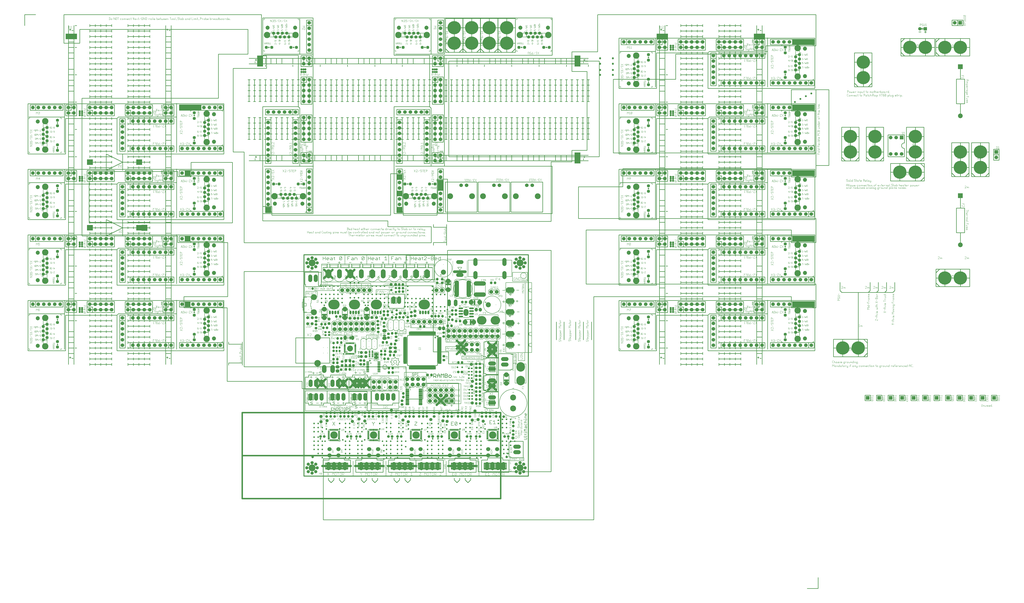
<source format=gbr>
G04 This is an RS-274x file exported by *
G04 gerbv version 2.7.0 *
G04 More information is available about gerbv at *
G04 http://gerbv.geda-project.org/ *
G04 --End of header info--*
%MOIN*%
%FSLAX36Y36*%
%IPPOS*%
G04 --Define apertures--*
%ADD10C,0.0001*%
%ADD11C,0.0100*%
%ADD12C,0.0400*%
%ADD13C,0.0250*%
%ADD14C,0.0040*%
%ADD15C,0.0050*%
%ADD16C,0.0940*%
%ADD17C,0.0510*%
%ADD18C,0.0350*%
%ADD19C,0.0572*%
%ADD20C,0.1162*%
%ADD21C,0.0729*%
%ADD22C,0.0060*%
%ADD23C,0.0038*%
%ADD24C,0.0030*%
%ADD25C,0.0120*%
%ADD26C,0.0090*%
%ADD27C,0.0070*%
%ADD28C,0.0080*%
%ADD29C,0.0020*%
%ADD30C,0.0059*%
%ADD31C,0.0118*%
%ADD32C,0.0240*%
%ADD33C,0.0176*%
%ADD34C,0.0492*%
%ADD35C,0.0010*%
%ADD36C,0.0200*%
%ADD37C,0.0295*%
%ADD38C,0.0221*%
%ADD39C,0.0140*%
%ADD40C,0.0651*%
%ADD41C,0.0650*%
%ADD42C,0.0552*%
%ADD43C,0.0347*%
%ADD44C,0.0178*%
%ADD45C,0.1186*%
%ADD46C,0.0828*%
%ADD47C,0.0540*%
%ADD48C,0.0136*%
%ADD49C,0.0474*%
%ADD50C,0.0276*%
%ADD51C,0.0493*%
%ADD52C,0.0631*%
%ADD53C,0.0792*%
%ADD54C,0.0710*%
%ADD55C,0.0720*%
%ADD56C,0.1080*%
%ADD57C,0.0356*%
%ADD58C,0.1773*%
%ADD59C,0.1580*%
%ADD60C,0.0870*%
%ADD61C,0.0243*%
%ADD62C,0.0920*%
%ADD63C,0.0580*%
%ADD64C,0.0592*%
%ADD65C,0.0780*%
%ADD66C,0.1339*%
%ADD67C,0.0395*%
%ADD68C,0.0867*%
%ADD69C,0.0210*%
%ADD70C,0.0170*%
%ADD71C,0.0130*%
%ADD72C,0.0320*%
%ADD73C,0.1261*%
%ADD74C,0.0316*%
%ADD75C,0.0300*%
%ADD76C,0.0789*%
%ADD77C,0.0671*%
%ADD78C,0.0808*%
%ADD79C,0.0496*%
%ADD80C,0.0417*%
%ADD81C,0.0160*%
%ADD82C,0.0660*%
%ADD83C,0.1060*%
%ADD84C,0.2422*%
%ADD85C,0.0610*%
%ADD86C,0.0860*%
%ADD87C,0.0380*%
%ADD88C,0.1870*%
%ADD89C,0.0500*%
%ADD90C,0.0280*%
G04 --Start main section--*
G54D10*
G36*
G01X7550000Y7775000D02*
G01X7550000Y7875000D01*
G01X7655000Y7875000D01*
G01X7655000Y7775000D01*
G01X7550000Y7775000D01*
G37*
G36*
G01X6800000Y7675000D02*
G01X6800000Y7775000D01*
G01X6905000Y7775000D01*
G01X6905000Y7675000D01*
G01X6800000Y7675000D01*
G37*
G36*
G01X6800000Y7375000D02*
G01X6800000Y7475000D01*
G01X6905000Y7475000D01*
G01X6905000Y7375000D01*
G01X6800000Y7375000D01*
G37*
G36*
G01X7550000Y7875000D02*
G01X7550000Y7975000D01*
G01X7655000Y7975000D01*
G01X7655000Y7875000D01*
G01X7550000Y7875000D01*
G37*
G36*
G01X6800000Y7975000D02*
G01X6800000Y8075000D01*
G01X6905000Y8075000D01*
G01X6905000Y7975000D01*
G01X6800000Y7975000D01*
G37*
G36*
G01X2925000Y8050000D02*
G01X2925000Y8150000D01*
G01X3030000Y8150000D01*
G01X3030000Y8050000D01*
G01X2925000Y8050000D01*
G37*
G36*
G01X1140000Y8250000D02*
G01X1140000Y8350000D01*
G01X1245000Y8350000D01*
G01X1245000Y8250000D01*
G01X1140000Y8250000D01*
G37*
G36*
G01X2040000Y8250000D02*
G01X2040000Y8350000D01*
G01X2145000Y8350000D01*
G01X2145000Y8250000D01*
G01X2040000Y8250000D01*
G37*
G36*
G01X1140000Y7050000D02*
G01X1140000Y7150000D01*
G01X1245000Y7150000D01*
G01X1245000Y7050000D01*
G01X1140000Y7050000D01*
G37*
G36*
G01X2040000Y7050000D02*
G01X2040000Y7150000D01*
G01X2145000Y7150000D01*
G01X2145000Y7050000D01*
G01X2040000Y7050000D01*
G37*
G36*
G01X2135000Y7050000D02*
G01X2135000Y7150000D01*
G01X2240000Y7150000D01*
G01X2240000Y7050000D01*
G01X2135000Y7050000D01*
G37*
G36*
G01X2825000Y9350000D02*
G01X3230000Y9350000D01*
G01X3230000Y9250000D01*
G01X2825000Y9250000D01*
G01X2825000Y9350000D01*
G37*
G36*
G01X2925000Y6850000D02*
G01X2925000Y6950000D01*
G01X3030000Y6950000D01*
G01X3030000Y6850000D01*
G01X2925000Y6850000D01*
G37*
G36*
G01X4400000Y7375000D02*
G01X4400000Y7475000D01*
G01X4505000Y7475000D01*
G01X4505000Y7375000D01*
G01X4400000Y7375000D01*
G37*
G36*
G01X2925000Y5650000D02*
G01X2925000Y5750000D01*
G01X3030000Y5750000D01*
G01X3030000Y5650000D01*
G01X2925000Y5650000D01*
G37*
G36*
G01X4250000Y10150000D02*
G01X4250000Y10250000D01*
G01X4355000Y10250000D01*
G01X4355000Y10150000D01*
G01X4250000Y10150000D01*
G37*
G36*
G01X0850000Y10550000D02*
G01X0850000Y10650000D01*
G01X0955000Y10650000D01*
G01X0955000Y10550000D01*
G01X0850000Y10550000D01*
G37*
G36*
G01X0750000Y10550000D02*
G01X0750000Y10650000D01*
G01X0855000Y10650000D01*
G01X0855000Y10550000D01*
G01X0750000Y10550000D01*
G37*
G36*
G01X4250000Y10050000D02*
G01X4250000Y10150000D01*
G01X4355000Y10150000D01*
G01X4355000Y10050000D01*
G01X4250000Y10050000D01*
G37*
G36*
G01X11550000Y10550000D02*
G01X11550000Y10650000D01*
G01X11655000Y10650000D01*
G01X11655000Y10550000D01*
G01X11550000Y10550000D01*
G37*
G36*
G01X11650000Y10550000D02*
G01X11650000Y10650000D01*
G01X11755000Y10650000D01*
G01X11755000Y10550000D01*
G01X11650000Y10550000D01*
G37*
G36*
G01X13325000Y10550000D02*
G01X13325000Y10650000D01*
G01X13430000Y10650000D01*
G01X13430000Y10550000D01*
G01X13325000Y10550000D01*
G37*
G36*
G01X13425000Y10550000D02*
G01X13425000Y10650000D01*
G01X13530000Y10650000D01*
G01X13530000Y10550000D01*
G01X13425000Y10550000D01*
G37*
G36*
G01X10050000Y10150000D02*
G01X10050000Y10250000D01*
G01X10155000Y10250000D01*
G01X10155000Y10150000D01*
G01X10050000Y10150000D01*
G37*
G36*
G01X10050000Y10050000D02*
G01X10050000Y10150000D01*
G01X10155000Y10150000D01*
G01X10155000Y10050000D01*
G01X10050000Y10050000D01*
G37*
G36*
G01X10050000Y8375000D02*
G01X10050000Y8475000D01*
G01X10155000Y8475000D01*
G01X10155000Y8375000D01*
G01X10050000Y8375000D01*
G37*
G36*
G01X10050000Y8275000D02*
G01X10050000Y8375000D01*
G01X10155000Y8375000D01*
G01X10155000Y8275000D01*
G01X10050000Y8275000D01*
G37*
G36*
G01X14325000Y10450000D02*
G01X14325000Y10550000D01*
G01X14430000Y10550000D01*
G01X14430000Y10450000D01*
G01X14325000Y10450000D01*
G37*
G36*
G01X14225000Y10450000D02*
G01X14225000Y10550000D01*
G01X14330000Y10550000D01*
G01X14330000Y10450000D01*
G01X14225000Y10450000D01*
G37*
G36*
G01X14125000Y10450000D02*
G01X14125000Y10550000D01*
G01X14230000Y10550000D01*
G01X14230000Y10450000D01*
G01X14125000Y10450000D01*
G37*
G36*
G01X14025000Y10450000D02*
G01X14025000Y10550000D01*
G01X14130000Y10550000D01*
G01X14130000Y10450000D01*
G01X14025000Y10450000D01*
G37*
G36*
G01X14325000Y8050000D02*
G01X14325000Y8150000D01*
G01X14430000Y8150000D01*
G01X14430000Y8050000D01*
G01X14325000Y8050000D01*
G37*
G36*
G01X14225000Y8050000D02*
G01X14225000Y8150000D01*
G01X14330000Y8150000D01*
G01X14330000Y8050000D01*
G01X14225000Y8050000D01*
G37*
G36*
G01X14125000Y8050000D02*
G01X14125000Y8150000D01*
G01X14230000Y8150000D01*
G01X14230000Y8050000D01*
G01X14125000Y8050000D01*
G37*
G36*
G01X14325000Y9250000D02*
G01X14325000Y9350000D01*
G01X14430000Y9350000D01*
G01X14430000Y9250000D01*
G01X14325000Y9250000D01*
G37*
G36*
G01X14225000Y9250000D02*
G01X14225000Y9350000D01*
G01X14330000Y9350000D01*
G01X14330000Y9250000D01*
G01X14225000Y9250000D01*
G37*
G36*
G01X14125000Y9250000D02*
G01X14125000Y9350000D01*
G01X14230000Y9350000D01*
G01X14230000Y9250000D01*
G01X14125000Y9250000D01*
G37*
G36*
G01X14025000Y8050000D02*
G01X14025000Y8150000D01*
G01X14130000Y8150000D01*
G01X14130000Y8050000D01*
G01X14025000Y8050000D01*
G37*
G36*
G01X14025000Y9250000D02*
G01X14025000Y9350000D01*
G01X14130000Y9350000D01*
G01X14130000Y9250000D01*
G01X14025000Y9250000D01*
G37*
G36*
G01X14325000Y6850000D02*
G01X14325000Y6950000D01*
G01X14430000Y6950000D01*
G01X14430000Y6850000D01*
G01X14325000Y6850000D01*
G37*
G36*
G01X14325000Y5650000D02*
G01X14325000Y5750000D01*
G01X14430000Y5750000D01*
G01X14430000Y5650000D01*
G01X14325000Y5650000D01*
G37*
G36*
G01X14225000Y6850000D02*
G01X14225000Y6950000D01*
G01X14330000Y6950000D01*
G01X14330000Y6850000D01*
G01X14225000Y6850000D01*
G37*
G36*
G01X14225000Y5650000D02*
G01X14225000Y5750000D01*
G01X14330000Y5750000D01*
G01X14330000Y5650000D01*
G01X14225000Y5650000D01*
G37*
G36*
G01X14125000Y5650000D02*
G01X14125000Y5750000D01*
G01X14230000Y5750000D01*
G01X14230000Y5650000D01*
G01X14125000Y5650000D01*
G37*
G36*
G01X14025000Y5650000D02*
G01X14025000Y5750000D01*
G01X14130000Y5750000D01*
G01X14130000Y5650000D01*
G01X14025000Y5650000D01*
G37*
G36*
G01X14125000Y6850000D02*
G01X14125000Y6950000D01*
G01X14230000Y6950000D01*
G01X14230000Y6850000D01*
G01X14125000Y6850000D01*
G37*
G36*
G01X14025000Y6850000D02*
G01X14025000Y6950000D01*
G01X14130000Y6950000D01*
G01X14130000Y6850000D01*
G01X14025000Y6850000D01*
G37*
G54D11*
G01X7750000Y10150000D02*
G01X7750000Y8400000D01*
G01X7750000Y8400000D02*
G01X10500000Y8400000D01*
G01X10500000Y10150000D02*
G01X7750000Y10150000D01*
G01X0000000Y11000000D02*
G01X0200000Y11000000D01*
G01X0000000Y11000000D02*
G01X0000000Y10800000D01*
G01X7710000Y6780000D02*
G01X7710000Y7160000D01*
G01X7710000Y6830000D02*
G01X7470000Y6830000D01*
G01X7470000Y6830000D02*
G01X7470000Y6780000D01*
G01X7710000Y7110000D02*
G01X7470000Y7110000D01*
G01X7470000Y7110000D02*
G01X7470000Y7160000D01*
G01X10500000Y8400000D02*
G01X10500000Y10150000D01*
G01X10070000Y5375000D02*
G01X10070000Y5050000D01*
G01X10210000Y5375000D02*
G01X10210000Y5050000D01*
G01X9855000Y5375000D02*
G01X9855000Y5050000D01*
G01X9715000Y5375000D02*
G01X9715000Y5050000D01*
G01X10360000Y5375000D02*
G01X10360000Y5050000D01*
G54D12*
G01X7895000Y5035000D02*
G01X8045000Y4885000D01*
G01X8045000Y5035000D02*
G01X7895000Y4885000D01*
G01X7895000Y4935000D02*
G01X8045000Y4785000D01*
G01X8045000Y4935000D02*
G01X7895000Y4785000D01*
G01X8470000Y5000000D02*
G01X8620000Y4850000D01*
G01X8620000Y5000000D02*
G01X8470000Y4850000D01*
G01X8470000Y4900000D02*
G01X8620000Y4750000D01*
G01X8620000Y4900000D02*
G01X8470000Y4750000D01*
G01X8465000Y4280000D02*
G01X8615000Y4130000D01*
G01X8615000Y4280000D02*
G01X8465000Y4130000D01*
G01X7530000Y4005000D02*
G01X7680000Y3855000D01*
G01X7680000Y4005000D02*
G01X7530000Y3855000D01*
G54D11*
G01X15233460Y4900000D02*
G01X15233460Y5916540D01*
G01X15716540Y5916540D02*
G01X15750000Y5950000D01*
G01X15750000Y5950000D02*
G01X15750000Y6100000D01*
G01X15866540Y5916540D02*
G01X15900000Y5950000D01*
G01X15900000Y5950000D02*
G01X15900000Y6100000D01*
G01X15416540Y5916540D02*
G01X15450000Y5950000D01*
G01X15450000Y5950000D02*
G01X15450000Y6100000D01*
G01X15566540Y5916540D02*
G01X15600000Y5950000D01*
G01X15600000Y5950000D02*
G01X15600000Y6100000D01*
G01X14933460Y5916540D02*
G01X15866540Y5916540D01*
G01X14933460Y5916540D02*
G01X14900000Y5950000D01*
G01X14900000Y5950000D02*
G01X14900000Y6100000D01*
G01X14500000Y0500000D02*
G01X14500000Y0700000D01*
G01X14500000Y0500000D02*
G01X14300000Y0500000D01*
G01X14460000Y8240000D02*
G01X14460000Y9625000D01*
G54D13*
G01X3976380Y3716540D02*
G01X8700790Y3716540D01*
G01X3976380Y2929130D02*
G01X8700790Y2929130D01*
G54D12*
G01X5440000Y2740000D02*
G01X5960000Y2740000D01*
G01X5475000Y6330000D02*
G01X5625000Y6180000D01*
G01X5625000Y6330000D02*
G01X5475000Y6180000D01*
G01X5875000Y6330000D02*
G01X6025000Y6180000D01*
G01X6025000Y6330000D02*
G01X5875000Y6180000D01*
G01X5350000Y4330000D02*
G01X5500000Y4180000D01*
G01X5500000Y4330000D02*
G01X5350000Y4180000D01*
G01X5750000Y4330000D02*
G01X5900000Y4180000D01*
G01X5900000Y4330000D02*
G01X5750000Y4180000D01*
G01X6150000Y4330000D02*
G01X6300000Y4180000D01*
G01X6300000Y4330000D02*
G01X6150000Y4180000D01*
G01X6050000Y4330000D02*
G01X6200000Y4180000D01*
G01X6200000Y4330000D02*
G01X6050000Y4180000D01*
G01X5950000Y4330000D02*
G01X6100000Y4180000D01*
G01X6100000Y4330000D02*
G01X5950000Y4180000D01*
G54D13*
G01X8700790Y3716540D02*
G01X8700790Y2141730D01*
G01X8700790Y2929130D02*
G01X8700790Y3716540D01*
G54D11*
G01X8150000Y2520000D02*
G01X8150000Y2485000D01*
G01X8150000Y2485000D02*
G01X8100000Y2435000D01*
G01X8100000Y2435000D02*
G01X8050000Y2485000D01*
G01X8050000Y2520000D02*
G01X8050000Y2485000D01*
G01X7950000Y2520000D02*
G01X7950000Y2485000D01*
G01X7950000Y2485000D02*
G01X7900000Y2435000D01*
G54D12*
G01X6040000Y2740000D02*
G01X6555000Y2740000D01*
G01X6640000Y2740000D02*
G01X7155000Y2740000D01*
G01X7740000Y2740000D02*
G01X8255000Y2740000D01*
G54D11*
G01X7050000Y2520000D02*
G01X7050000Y2485000D01*
G01X7050000Y2485000D02*
G01X7000000Y2435000D01*
G01X7000000Y2435000D02*
G01X6950000Y2485000D01*
G01X6950000Y2520000D02*
G01X6950000Y2485000D01*
G01X6850000Y2520000D02*
G01X6850000Y2485000D01*
G01X6850000Y2485000D02*
G01X6800000Y2435000D01*
G01X6800000Y2435000D02*
G01X6750000Y2485000D01*
G01X6750000Y2520000D02*
G01X6750000Y2485000D01*
G01X7900000Y2435000D02*
G01X7850000Y2485000D01*
G01X7850000Y2520000D02*
G01X7850000Y2485000D01*
G54D13*
G01X3976380Y2141730D02*
G01X3976380Y3716540D01*
G01X3976380Y3716540D02*
G01X3976380Y2929130D01*
G54D11*
G01X3975000Y5010000D02*
G01X3975000Y4585000D01*
G01X3975000Y4625000D02*
G01X3725000Y4625000D01*
G01X3725000Y4625000D02*
G01X3725000Y4585000D01*
G01X3975000Y4970000D02*
G01X3725000Y4970000D01*
G01X3725000Y4970000D02*
G01X3725000Y5010000D01*
G54D13*
G01X8700790Y2141730D02*
G01X3976380Y2141730D01*
G54D11*
G01X6450000Y2520000D02*
G01X6450000Y2485000D01*
G01X6450000Y2485000D02*
G01X6400000Y2435000D01*
G01X6400000Y2435000D02*
G01X6350000Y2485000D01*
G01X6350000Y2520000D02*
G01X6350000Y2485000D01*
G01X6250000Y2520000D02*
G01X6250000Y2485000D01*
G01X6250000Y2485000D02*
G01X6200000Y2435000D01*
G01X6200000Y2435000D02*
G01X6150000Y2485000D01*
G01X6150000Y2520000D02*
G01X6150000Y2485000D01*
G01X5850000Y2520000D02*
G01X5850000Y2485000D01*
G01X5850000Y2485000D02*
G01X5800000Y2435000D01*
G01X5800000Y2435000D02*
G01X5750000Y2485000D01*
G01X5750000Y2520000D02*
G01X5750000Y2485000D01*
G01X5650000Y2520000D02*
G01X5650000Y2485000D01*
G01X5650000Y2485000D02*
G01X5600000Y2435000D01*
G01X5600000Y2435000D02*
G01X5550000Y2485000D01*
G01X5550000Y2520000D02*
G01X5550000Y2485000D01*
G54D14*
G01X5165000Y7040000D02*
G01X5165000Y7000000D01*
G01X5190000Y7040000D02*
G01X5190000Y7000000D01*
G01X5165000Y7020000D02*
G01X5190000Y7020000D01*
G01X5207000Y7000000D02*
G01X5222000Y7000000D01*
G01X5202000Y7005000D02*
G01X5207000Y7000000D01*
G01X5202000Y7015000D02*
G01X5202000Y7005000D01*
G01X5202000Y7015000D02*
G01X5207000Y7020000D01*
G01X5207000Y7020000D02*
G01X5217000Y7020000D01*
G01X5217000Y7020000D02*
G01X5222000Y7015000D01*
G01X5202000Y7010000D02*
G01X5222000Y7010000D01*
G01X5222000Y7015000D02*
G01X5222000Y7010000D01*
G01X5249000Y7020000D02*
G01X5254000Y7015000D01*
G01X5239000Y7020000D02*
G01X5249000Y7020000D01*
G01X5234000Y7015000D02*
G01X5239000Y7020000D01*
G01X5234000Y7015000D02*
G01X5234000Y7005000D01*
G01X5234000Y7005000D02*
G01X5239000Y7000000D01*
G01X5254000Y7020000D02*
G01X5254000Y7005000D01*
G01X5254000Y7005000D02*
G01X5259000Y7000000D01*
G01X5239000Y7000000D02*
G01X5249000Y7000000D01*
G01X5249000Y7000000D02*
G01X5254000Y7005000D01*
G01X5276000Y7040000D02*
G01X5276000Y7005000D01*
G01X5276000Y7005000D02*
G01X5281000Y7000000D01*
G01X5271000Y7025000D02*
G01X5281000Y7025000D01*
G01X5324000Y7020000D02*
G01X5329000Y7015000D01*
G01X5314000Y7020000D02*
G01X5324000Y7020000D01*
G01X5309000Y7015000D02*
G01X5314000Y7020000D01*
G01X5309000Y7015000D02*
G01X5309000Y7005000D01*
G01X5309000Y7005000D02*
G01X5314000Y7000000D01*
G01X5329000Y7020000D02*
G01X5329000Y7005000D01*
G01X5329000Y7005000D02*
G01X5334000Y7000000D01*
G01X5314000Y7000000D02*
G01X5324000Y7000000D01*
G01X5324000Y7000000D02*
G01X5329000Y7005000D01*
G01X5351000Y7015000D02*
G01X5351000Y7000000D01*
G01X5351000Y7015000D02*
G01X5356000Y7020000D01*
G01X5356000Y7020000D02*
G01X5361000Y7020000D01*
G01X5361000Y7020000D02*
G01X5366000Y7015000D01*
G01X5366000Y7015000D02*
G01X5366000Y7000000D01*
G01X5346000Y7020000D02*
G01X5351000Y7015000D01*
G01X5398000Y7040000D02*
G01X5398000Y7000000D01*
G01X5393000Y7000000D02*
G01X5398000Y7005000D01*
G01X5383000Y7000000D02*
G01X5393000Y7000000D01*
G01X5378000Y7005000D02*
G01X5383000Y7000000D01*
G01X5378000Y7015000D02*
G01X5378000Y7005000D01*
G01X5378000Y7015000D02*
G01X5383000Y7020000D01*
G01X5383000Y7020000D02*
G01X5393000Y7020000D01*
G01X5393000Y7020000D02*
G01X5398000Y7015000D01*
G01X5435000Y7000000D02*
G01X5448000Y7000000D01*
G01X5428000Y7007000D02*
G01X5435000Y7000000D01*
G01X5428000Y7033000D02*
G01X5428000Y7007000D01*
G01X5428000Y7033000D02*
G01X5435000Y7040000D01*
G01X5435000Y7040000D02*
G01X5448000Y7040000D01*
G01X5460000Y7015000D02*
G01X5460000Y7005000D01*
G01X5460000Y7015000D02*
G01X5465000Y7020000D01*
G01X5465000Y7020000D02*
G01X5475000Y7020000D01*
G01X5475000Y7020000D02*
G01X5480000Y7015000D01*
G01X5480000Y7015000D02*
G01X5480000Y7005000D01*
G01X5475000Y7000000D02*
G01X5480000Y7005000D01*
G01X5465000Y7000000D02*
G01X5475000Y7000000D01*
G01X5460000Y7005000D02*
G01X5465000Y7000000D01*
G01X5492000Y7015000D02*
G01X5492000Y7005000D01*
G01X5492000Y7015000D02*
G01X5497000Y7020000D01*
G01X5497000Y7020000D02*
G01X5507000Y7020000D01*
G01X5507000Y7020000D02*
G01X5512000Y7015000D01*
G01X5512000Y7015000D02*
G01X5512000Y7005000D01*
G01X5507000Y7000000D02*
G01X5512000Y7005000D01*
G01X5497000Y7000000D02*
G01X5507000Y7000000D01*
G01X5492000Y7005000D02*
G01X5497000Y7000000D01*
G01X5524000Y7040000D02*
G01X5524000Y7005000D01*
G01X5524000Y7005000D02*
G01X5529000Y7000000D01*
G54D15*
G01X5539000Y7030000D02*
G01X5539000Y7029000D01*
G54D14*
G01X5539000Y7015000D02*
G01X5539000Y7000000D01*
G01X5554000Y7015000D02*
G01X5554000Y7000000D01*
G01X5554000Y7015000D02*
G01X5559000Y7020000D01*
G01X5559000Y7020000D02*
G01X5564000Y7020000D01*
G01X5564000Y7020000D02*
G01X5569000Y7015000D01*
G01X5569000Y7015000D02*
G01X5569000Y7000000D01*
G01X5549000Y7020000D02*
G01X5554000Y7015000D01*
G01X5596000Y7020000D02*
G01X5601000Y7015000D01*
G01X5586000Y7020000D02*
G01X5596000Y7020000D01*
G01X5581000Y7015000D02*
G01X5586000Y7020000D01*
G01X5581000Y7015000D02*
G01X5581000Y7005000D01*
G01X5581000Y7005000D02*
G01X5586000Y7000000D01*
G01X5586000Y7000000D02*
G01X5596000Y7000000D01*
G01X5596000Y7000000D02*
G01X5601000Y7005000D01*
G01X5581000Y6990000D02*
G01X5586000Y6985000D01*
G01X5586000Y6985000D02*
G01X5596000Y6985000D01*
G01X5596000Y6985000D02*
G01X5601000Y6990000D01*
G01X5601000Y7020000D02*
G01X5601000Y6990000D01*
G01X5636000Y7015000D02*
G01X5636000Y6985000D01*
G01X5631000Y7020000D02*
G01X5636000Y7015000D01*
G01X5636000Y7015000D02*
G01X5641000Y7020000D01*
G01X5641000Y7020000D02*
G01X5651000Y7020000D01*
G01X5651000Y7020000D02*
G01X5656000Y7015000D01*
G01X5656000Y7015000D02*
G01X5656000Y7005000D01*
G01X5651000Y7000000D02*
G01X5656000Y7005000D01*
G01X5641000Y7000000D02*
G01X5651000Y7000000D01*
G01X5636000Y7005000D02*
G01X5641000Y7000000D01*
G54D15*
G01X5668000Y7030000D02*
G01X5668000Y7029000D01*
G54D14*
G01X5668000Y7015000D02*
G01X5668000Y7000000D01*
G01X5683000Y7015000D02*
G01X5683000Y7000000D01*
G01X5683000Y7015000D02*
G01X5688000Y7020000D01*
G01X5688000Y7020000D02*
G01X5693000Y7020000D01*
G01X5693000Y7020000D02*
G01X5698000Y7015000D01*
G01X5698000Y7015000D02*
G01X5698000Y7000000D01*
G01X5678000Y7020000D02*
G01X5683000Y7015000D01*
G01X5715000Y7000000D02*
G01X5730000Y7000000D01*
G01X5730000Y7000000D02*
G01X5735000Y7005000D01*
G01X5730000Y7010000D02*
G01X5735000Y7005000D01*
G01X5715000Y7010000D02*
G01X5730000Y7010000D01*
G01X5710000Y7015000D02*
G01X5715000Y7010000D01*
G01X5710000Y7015000D02*
G01X5715000Y7020000D01*
G01X5715000Y7020000D02*
G01X5730000Y7020000D01*
G01X5730000Y7020000D02*
G01X5735000Y7015000D01*
G01X5710000Y7005000D02*
G01X5715000Y7000000D01*
G01X5770000Y7015000D02*
G01X5770000Y7000000D01*
G01X5770000Y7015000D02*
G01X5775000Y7020000D01*
G01X5775000Y7020000D02*
G01X5780000Y7020000D01*
G01X5780000Y7020000D02*
G01X5785000Y7015000D01*
G01X5785000Y7015000D02*
G01X5785000Y7000000D01*
G01X5785000Y7015000D02*
G01X5790000Y7020000D01*
G01X5790000Y7020000D02*
G01X5795000Y7020000D01*
G01X5795000Y7020000D02*
G01X5800000Y7015000D01*
G01X5800000Y7015000D02*
G01X5800000Y7000000D01*
G01X5765000Y7020000D02*
G01X5770000Y7015000D01*
G01X5812000Y7020000D02*
G01X5812000Y7005000D01*
G01X5812000Y7005000D02*
G01X5817000Y7000000D01*
G01X5817000Y7000000D02*
G01X5827000Y7000000D01*
G01X5827000Y7000000D02*
G01X5832000Y7005000D01*
G01X5832000Y7020000D02*
G01X5832000Y7005000D01*
G01X5849000Y7000000D02*
G01X5864000Y7000000D01*
G01X5864000Y7000000D02*
G01X5869000Y7005000D01*
G01X5864000Y7010000D02*
G01X5869000Y7005000D01*
G01X5849000Y7010000D02*
G01X5864000Y7010000D01*
G01X5844000Y7015000D02*
G01X5849000Y7010000D01*
G01X5844000Y7015000D02*
G01X5849000Y7020000D01*
G01X5849000Y7020000D02*
G01X5864000Y7020000D01*
G01X5864000Y7020000D02*
G01X5869000Y7015000D01*
G01X5844000Y7005000D02*
G01X5849000Y7000000D01*
G01X5886000Y7040000D02*
G01X5886000Y7005000D01*
G01X5886000Y7005000D02*
G01X5891000Y7000000D01*
G01X5881000Y7025000D02*
G01X5891000Y7025000D01*
G01X5919000Y7040000D02*
G01X5919000Y7000000D01*
G01X5919000Y7005000D02*
G01X5924000Y7000000D01*
G01X5924000Y7000000D02*
G01X5934000Y7000000D01*
G01X5934000Y7000000D02*
G01X5939000Y7005000D01*
G01X5939000Y7015000D02*
G01X5939000Y7005000D01*
G01X5934000Y7020000D02*
G01X5939000Y7015000D01*
G01X5924000Y7020000D02*
G01X5934000Y7020000D01*
G01X5919000Y7015000D02*
G01X5924000Y7020000D01*
G01X5956000Y7000000D02*
G01X5971000Y7000000D01*
G01X5951000Y7005000D02*
G01X5956000Y7000000D01*
G01X5951000Y7015000D02*
G01X5951000Y7005000D01*
G01X5951000Y7015000D02*
G01X5956000Y7020000D01*
G01X5956000Y7020000D02*
G01X5966000Y7020000D01*
G01X5966000Y7020000D02*
G01X5971000Y7015000D01*
G01X5951000Y7010000D02*
G01X5971000Y7010000D01*
G01X5971000Y7015000D02*
G01X5971000Y7010000D01*
G01X6006000Y7020000D02*
G01X6021000Y7020000D01*
G01X6001000Y7015000D02*
G01X6006000Y7020000D01*
G01X6001000Y7015000D02*
G01X6001000Y7005000D01*
G01X6001000Y7005000D02*
G01X6006000Y7000000D01*
G01X6006000Y7000000D02*
G01X6021000Y7000000D01*
G01X6033000Y7015000D02*
G01X6033000Y7005000D01*
G01X6033000Y7015000D02*
G01X6038000Y7020000D01*
G01X6038000Y7020000D02*
G01X6048000Y7020000D01*
G01X6048000Y7020000D02*
G01X6053000Y7015000D01*
G01X6053000Y7015000D02*
G01X6053000Y7005000D01*
G01X6048000Y7000000D02*
G01X6053000Y7005000D01*
G01X6038000Y7000000D02*
G01X6048000Y7000000D01*
G01X6033000Y7005000D02*
G01X6038000Y7000000D01*
G01X6070000Y7015000D02*
G01X6070000Y7000000D01*
G01X6070000Y7015000D02*
G01X6075000Y7020000D01*
G01X6075000Y7020000D02*
G01X6080000Y7020000D01*
G01X6080000Y7020000D02*
G01X6085000Y7015000D01*
G01X6085000Y7015000D02*
G01X6085000Y7000000D01*
G01X6065000Y7020000D02*
G01X6070000Y7015000D01*
G01X6102000Y7040000D02*
G01X6102000Y7005000D01*
G01X6102000Y7005000D02*
G01X6107000Y7000000D01*
G01X6097000Y7025000D02*
G01X6107000Y7025000D01*
G01X6122000Y7015000D02*
G01X6122000Y7000000D01*
G01X6122000Y7015000D02*
G01X6127000Y7020000D01*
G01X6127000Y7020000D02*
G01X6137000Y7020000D01*
G01X6117000Y7020000D02*
G01X6122000Y7015000D01*
G01X6149000Y7015000D02*
G01X6149000Y7005000D01*
G01X6149000Y7015000D02*
G01X6154000Y7020000D01*
G01X6154000Y7020000D02*
G01X6164000Y7020000D01*
G01X6164000Y7020000D02*
G01X6169000Y7015000D01*
G01X6169000Y7015000D02*
G01X6169000Y7005000D01*
G01X6164000Y7000000D02*
G01X6169000Y7005000D01*
G01X6154000Y7000000D02*
G01X6164000Y7000000D01*
G01X6149000Y7005000D02*
G01X6154000Y7000000D01*
G01X6181000Y7040000D02*
G01X6181000Y7005000D01*
G01X6181000Y7005000D02*
G01X6186000Y7000000D01*
G01X6196000Y7040000D02*
G01X6196000Y7005000D01*
G01X6196000Y7005000D02*
G01X6201000Y7000000D01*
G01X6216000Y7000000D02*
G01X6231000Y7000000D01*
G01X6211000Y7005000D02*
G01X6216000Y7000000D01*
G01X6211000Y7015000D02*
G01X6211000Y7005000D01*
G01X6211000Y7015000D02*
G01X6216000Y7020000D01*
G01X6216000Y7020000D02*
G01X6226000Y7020000D01*
G01X6226000Y7020000D02*
G01X6231000Y7015000D01*
G01X6211000Y7010000D02*
G01X6231000Y7010000D01*
G01X6231000Y7015000D02*
G01X6231000Y7010000D01*
G01X6263000Y7040000D02*
G01X6263000Y7000000D01*
G01X6258000Y7000000D02*
G01X6263000Y7005000D01*
G01X6248000Y7000000D02*
G01X6258000Y7000000D01*
G01X6243000Y7005000D02*
G01X6248000Y7000000D01*
G01X6243000Y7015000D02*
G01X6243000Y7005000D01*
G01X6243000Y7015000D02*
G01X6248000Y7020000D01*
G01X6248000Y7020000D02*
G01X6258000Y7020000D01*
G01X6258000Y7020000D02*
G01X6263000Y7015000D01*
G01X6308000Y7020000D02*
G01X6313000Y7015000D01*
G01X6298000Y7020000D02*
G01X6308000Y7020000D01*
G01X6293000Y7015000D02*
G01X6298000Y7020000D01*
G01X6293000Y7015000D02*
G01X6293000Y7005000D01*
G01X6293000Y7005000D02*
G01X6298000Y7000000D01*
G01X6313000Y7020000D02*
G01X6313000Y7005000D01*
G01X6313000Y7005000D02*
G01X6318000Y7000000D01*
G01X6298000Y7000000D02*
G01X6308000Y7000000D01*
G01X6308000Y7000000D02*
G01X6313000Y7005000D01*
G01X6335000Y7015000D02*
G01X6335000Y7000000D01*
G01X6335000Y7015000D02*
G01X6340000Y7020000D01*
G01X6340000Y7020000D02*
G01X6345000Y7020000D01*
G01X6345000Y7020000D02*
G01X6350000Y7015000D01*
G01X6350000Y7015000D02*
G01X6350000Y7000000D01*
G01X6330000Y7020000D02*
G01X6335000Y7015000D01*
G01X6382000Y7040000D02*
G01X6382000Y7000000D01*
G01X6377000Y7000000D02*
G01X6382000Y7005000D01*
G01X6367000Y7000000D02*
G01X6377000Y7000000D01*
G01X6362000Y7005000D02*
G01X6367000Y7000000D01*
G01X6362000Y7015000D02*
G01X6362000Y7005000D01*
G01X6362000Y7015000D02*
G01X6367000Y7020000D01*
G01X6367000Y7020000D02*
G01X6377000Y7020000D01*
G01X6377000Y7020000D02*
G01X6382000Y7015000D01*
G01X6417000Y7015000D02*
G01X6417000Y7000000D01*
G01X6417000Y7015000D02*
G01X6422000Y7020000D01*
G01X6422000Y7020000D02*
G01X6427000Y7020000D01*
G01X6427000Y7020000D02*
G01X6432000Y7015000D01*
G01X6432000Y7015000D02*
G01X6432000Y7000000D01*
G01X6412000Y7020000D02*
G01X6417000Y7015000D01*
G01X6444000Y7015000D02*
G01X6444000Y7005000D01*
G01X6444000Y7015000D02*
G01X6449000Y7020000D01*
G01X6449000Y7020000D02*
G01X6459000Y7020000D01*
G01X6459000Y7020000D02*
G01X6464000Y7015000D01*
G01X6464000Y7015000D02*
G01X6464000Y7005000D01*
G01X6459000Y7000000D02*
G01X6464000Y7005000D01*
G01X6449000Y7000000D02*
G01X6459000Y7000000D01*
G01X6444000Y7005000D02*
G01X6449000Y7000000D01*
G01X6481000Y7040000D02*
G01X6481000Y7005000D01*
G01X6481000Y7005000D02*
G01X6486000Y7000000D01*
G01X6476000Y7025000D02*
G01X6486000Y7025000D01*
G01X6519000Y7015000D02*
G01X6519000Y6985000D01*
G01X6514000Y7020000D02*
G01X6519000Y7015000D01*
G01X6519000Y7015000D02*
G01X6524000Y7020000D01*
G01X6524000Y7020000D02*
G01X6534000Y7020000D01*
G01X6534000Y7020000D02*
G01X6539000Y7015000D01*
G01X6539000Y7015000D02*
G01X6539000Y7005000D01*
G01X6534000Y7000000D02*
G01X6539000Y7005000D01*
G01X6524000Y7000000D02*
G01X6534000Y7000000D01*
G01X6519000Y7005000D02*
G01X6524000Y7000000D01*
G01X6551000Y7015000D02*
G01X6551000Y7005000D01*
G01X6551000Y7015000D02*
G01X6556000Y7020000D01*
G01X6556000Y7020000D02*
G01X6566000Y7020000D01*
G01X6566000Y7020000D02*
G01X6571000Y7015000D01*
G01X6571000Y7015000D02*
G01X6571000Y7005000D01*
G01X6566000Y7000000D02*
G01X6571000Y7005000D01*
G01X6556000Y7000000D02*
G01X6566000Y7000000D01*
G01X6551000Y7005000D02*
G01X6556000Y7000000D01*
G01X6583000Y7020000D02*
G01X6583000Y7005000D01*
G01X6583000Y7005000D02*
G01X6588000Y7000000D01*
G01X6588000Y7000000D02*
G01X6593000Y7000000D01*
G01X6593000Y7000000D02*
G01X6598000Y7005000D01*
G01X6598000Y7020000D02*
G01X6598000Y7005000D01*
G01X6598000Y7005000D02*
G01X6603000Y7000000D01*
G01X6603000Y7000000D02*
G01X6608000Y7000000D01*
G01X6608000Y7000000D02*
G01X6613000Y7005000D01*
G01X6613000Y7020000D02*
G01X6613000Y7005000D01*
G01X6630000Y7000000D02*
G01X6645000Y7000000D01*
G01X6625000Y7005000D02*
G01X6630000Y7000000D01*
G01X6625000Y7015000D02*
G01X6625000Y7005000D01*
G01X6625000Y7015000D02*
G01X6630000Y7020000D01*
G01X6630000Y7020000D02*
G01X6640000Y7020000D01*
G01X6640000Y7020000D02*
G01X6645000Y7015000D01*
G01X6625000Y7010000D02*
G01X6645000Y7010000D01*
G01X6645000Y7015000D02*
G01X6645000Y7010000D01*
G01X6662000Y7015000D02*
G01X6662000Y7000000D01*
G01X6662000Y7015000D02*
G01X6667000Y7020000D01*
G01X6667000Y7020000D02*
G01X6677000Y7020000D01*
G01X6657000Y7020000D02*
G01X6662000Y7015000D01*
G01X6707000Y7015000D02*
G01X6707000Y7005000D01*
G01X6707000Y7015000D02*
G01X6712000Y7020000D01*
G01X6712000Y7020000D02*
G01X6722000Y7020000D01*
G01X6722000Y7020000D02*
G01X6727000Y7015000D01*
G01X6727000Y7015000D02*
G01X6727000Y7005000D01*
G01X6722000Y7000000D02*
G01X6727000Y7005000D01*
G01X6712000Y7000000D02*
G01X6722000Y7000000D01*
G01X6707000Y7005000D02*
G01X6712000Y7000000D01*
G01X6744000Y7015000D02*
G01X6744000Y7000000D01*
G01X6744000Y7015000D02*
G01X6749000Y7020000D01*
G01X6749000Y7020000D02*
G01X6759000Y7020000D01*
G01X6739000Y7020000D02*
G01X6744000Y7015000D01*
G01X6804000Y7020000D02*
G01X6809000Y7015000D01*
G01X6794000Y7020000D02*
G01X6804000Y7020000D01*
G01X6789000Y7015000D02*
G01X6794000Y7020000D01*
G01X6789000Y7015000D02*
G01X6789000Y7005000D01*
G01X6789000Y7005000D02*
G01X6794000Y7000000D01*
G01X6794000Y7000000D02*
G01X6804000Y7000000D01*
G01X6804000Y7000000D02*
G01X6809000Y7005000D01*
G01X6789000Y6990000D02*
G01X6794000Y6985000D01*
G01X6794000Y6985000D02*
G01X6804000Y6985000D01*
G01X6804000Y6985000D02*
G01X6809000Y6990000D01*
G01X6809000Y7020000D02*
G01X6809000Y6990000D01*
G01X6826000Y7015000D02*
G01X6826000Y7000000D01*
G01X6826000Y7015000D02*
G01X6831000Y7020000D01*
G01X6831000Y7020000D02*
G01X6841000Y7020000D01*
G01X6821000Y7020000D02*
G01X6826000Y7015000D01*
G01X6853000Y7015000D02*
G01X6853000Y7005000D01*
G01X6853000Y7015000D02*
G01X6858000Y7020000D01*
G01X6858000Y7020000D02*
G01X6868000Y7020000D01*
G01X6868000Y7020000D02*
G01X6873000Y7015000D01*
G01X6873000Y7015000D02*
G01X6873000Y7005000D01*
G01X6868000Y7000000D02*
G01X6873000Y7005000D01*
G01X6858000Y7000000D02*
G01X6868000Y7000000D01*
G01X6853000Y7005000D02*
G01X6858000Y7000000D01*
G01X6885000Y7020000D02*
G01X6885000Y7005000D01*
G01X6885000Y7005000D02*
G01X6890000Y7000000D01*
G01X6890000Y7000000D02*
G01X6900000Y7000000D01*
G01X6900000Y7000000D02*
G01X6905000Y7005000D01*
G01X6905000Y7020000D02*
G01X6905000Y7005000D01*
G01X6922000Y7015000D02*
G01X6922000Y7000000D01*
G01X6922000Y7015000D02*
G01X6927000Y7020000D01*
G01X6927000Y7020000D02*
G01X6932000Y7020000D01*
G01X6932000Y7020000D02*
G01X6937000Y7015000D01*
G01X6937000Y7015000D02*
G01X6937000Y7000000D01*
G01X6917000Y7020000D02*
G01X6922000Y7015000D01*
G01X6969000Y7040000D02*
G01X6969000Y7000000D01*
G01X6964000Y7000000D02*
G01X6969000Y7005000D01*
G01X6954000Y7000000D02*
G01X6964000Y7000000D01*
G01X6949000Y7005000D02*
G01X6954000Y7000000D01*
G01X6949000Y7015000D02*
G01X6949000Y7005000D01*
G01X6949000Y7015000D02*
G01X6954000Y7020000D01*
G01X6954000Y7020000D02*
G01X6964000Y7020000D01*
G01X6964000Y7020000D02*
G01X6969000Y7015000D01*
G01X7004000Y7020000D02*
G01X7019000Y7020000D01*
G01X6999000Y7015000D02*
G01X7004000Y7020000D01*
G01X6999000Y7015000D02*
G01X6999000Y7005000D01*
G01X6999000Y7005000D02*
G01X7004000Y7000000D01*
G01X7004000Y7000000D02*
G01X7019000Y7000000D01*
G01X7031000Y7015000D02*
G01X7031000Y7005000D01*
G01X7031000Y7015000D02*
G01X7036000Y7020000D01*
G01X7036000Y7020000D02*
G01X7046000Y7020000D01*
G01X7046000Y7020000D02*
G01X7051000Y7015000D01*
G01X7051000Y7015000D02*
G01X7051000Y7005000D01*
G01X7046000Y7000000D02*
G01X7051000Y7005000D01*
G01X7036000Y7000000D02*
G01X7046000Y7000000D01*
G01X7031000Y7005000D02*
G01X7036000Y7000000D01*
G01X7068000Y7015000D02*
G01X7068000Y7000000D01*
G01X7068000Y7015000D02*
G01X7073000Y7020000D01*
G01X7073000Y7020000D02*
G01X7078000Y7020000D01*
G01X7078000Y7020000D02*
G01X7083000Y7015000D01*
G01X7083000Y7015000D02*
G01X7083000Y7000000D01*
G01X7063000Y7020000D02*
G01X7068000Y7015000D01*
G01X7100000Y7015000D02*
G01X7100000Y7000000D01*
G01X7100000Y7015000D02*
G01X7105000Y7020000D01*
G01X7105000Y7020000D02*
G01X7110000Y7020000D01*
G01X7110000Y7020000D02*
G01X7115000Y7015000D01*
G01X7115000Y7015000D02*
G01X7115000Y7000000D01*
G01X7095000Y7020000D02*
G01X7100000Y7015000D01*
G01X7132000Y7000000D02*
G01X7147000Y7000000D01*
G01X7127000Y7005000D02*
G01X7132000Y7000000D01*
G01X7127000Y7015000D02*
G01X7127000Y7005000D01*
G01X7127000Y7015000D02*
G01X7132000Y7020000D01*
G01X7132000Y7020000D02*
G01X7142000Y7020000D01*
G01X7142000Y7020000D02*
G01X7147000Y7015000D01*
G01X7127000Y7010000D02*
G01X7147000Y7010000D01*
G01X7147000Y7015000D02*
G01X7147000Y7010000D01*
G01X7164000Y7020000D02*
G01X7179000Y7020000D01*
G01X7159000Y7015000D02*
G01X7164000Y7020000D01*
G01X7159000Y7015000D02*
G01X7159000Y7005000D01*
G01X7159000Y7005000D02*
G01X7164000Y7000000D01*
G01X7164000Y7000000D02*
G01X7179000Y7000000D01*
G01X7196000Y7040000D02*
G01X7196000Y7005000D01*
G01X7196000Y7005000D02*
G01X7201000Y7000000D01*
G01X7191000Y7025000D02*
G01X7201000Y7025000D01*
G54D15*
G01X7211000Y7030000D02*
G01X7211000Y7029000D01*
G54D14*
G01X7211000Y7015000D02*
G01X7211000Y7000000D01*
G01X7221000Y7015000D02*
G01X7221000Y7005000D01*
G01X7221000Y7015000D02*
G01X7226000Y7020000D01*
G01X7226000Y7020000D02*
G01X7236000Y7020000D01*
G01X7236000Y7020000D02*
G01X7241000Y7015000D01*
G01X7241000Y7015000D02*
G01X7241000Y7005000D01*
G01X7236000Y7000000D02*
G01X7241000Y7005000D01*
G01X7226000Y7000000D02*
G01X7236000Y7000000D01*
G01X7221000Y7005000D02*
G01X7226000Y7000000D01*
G01X7258000Y7015000D02*
G01X7258000Y7000000D01*
G01X7258000Y7015000D02*
G01X7263000Y7020000D01*
G01X7263000Y7020000D02*
G01X7268000Y7020000D01*
G01X7268000Y7020000D02*
G01X7273000Y7015000D01*
G01X7273000Y7015000D02*
G01X7273000Y7000000D01*
G01X7253000Y7020000D02*
G01X7258000Y7015000D01*
G01X7290000Y7000000D02*
G01X7305000Y7000000D01*
G01X7305000Y7000000D02*
G01X7310000Y7005000D01*
G01X7305000Y7010000D02*
G01X7310000Y7005000D01*
G01X7290000Y7010000D02*
G01X7305000Y7010000D01*
G01X7285000Y7015000D02*
G01X7290000Y7010000D01*
G01X7285000Y7015000D02*
G01X7290000Y7020000D01*
G01X7290000Y7020000D02*
G01X7305000Y7020000D01*
G01X7305000Y7020000D02*
G01X7310000Y7015000D01*
G01X7285000Y7005000D02*
G01X7290000Y7000000D01*
G01X7322000Y7000000D02*
G01X7327000Y7000000D01*
G01X5920000Y6985000D02*
G01X5940000Y6985000D01*
G01X5930000Y6985000D02*
G01X5930000Y6945000D01*
G01X5952000Y6985000D02*
G01X5952000Y6945000D01*
G01X5952000Y6960000D02*
G01X5957000Y6965000D01*
G01X5957000Y6965000D02*
G01X5967000Y6965000D01*
G01X5967000Y6965000D02*
G01X5972000Y6960000D01*
G01X5972000Y6960000D02*
G01X5972000Y6945000D01*
G01X5989000Y6945000D02*
G01X6004000Y6945000D01*
G01X5984000Y6950000D02*
G01X5989000Y6945000D01*
G01X5984000Y6960000D02*
G01X5984000Y6950000D01*
G01X5984000Y6960000D02*
G01X5989000Y6965000D01*
G01X5989000Y6965000D02*
G01X5999000Y6965000D01*
G01X5999000Y6965000D02*
G01X6004000Y6960000D01*
G01X5984000Y6955000D02*
G01X6004000Y6955000D01*
G01X6004000Y6960000D02*
G01X6004000Y6955000D01*
G01X6021000Y6960000D02*
G01X6021000Y6945000D01*
G01X6021000Y6960000D02*
G01X6026000Y6965000D01*
G01X6026000Y6965000D02*
G01X6036000Y6965000D01*
G01X6016000Y6965000D02*
G01X6021000Y6960000D01*
G01X6053000Y6960000D02*
G01X6053000Y6945000D01*
G01X6053000Y6960000D02*
G01X6058000Y6965000D01*
G01X6058000Y6965000D02*
G01X6063000Y6965000D01*
G01X6063000Y6965000D02*
G01X6068000Y6960000D01*
G01X6068000Y6960000D02*
G01X6068000Y6945000D01*
G01X6068000Y6960000D02*
G01X6073000Y6965000D01*
G01X6073000Y6965000D02*
G01X6078000Y6965000D01*
G01X6078000Y6965000D02*
G01X6083000Y6960000D01*
G01X6083000Y6960000D02*
G01X6083000Y6945000D01*
G01X6048000Y6965000D02*
G01X6053000Y6960000D01*
G54D15*
G01X6095000Y6975000D02*
G01X6095000Y6974000D01*
G54D14*
G01X6095000Y6960000D02*
G01X6095000Y6945000D01*
G01X6110000Y6945000D02*
G01X6125000Y6945000D01*
G01X6125000Y6945000D02*
G01X6130000Y6950000D01*
G01X6125000Y6955000D02*
G01X6130000Y6950000D01*
G01X6110000Y6955000D02*
G01X6125000Y6955000D01*
G01X6105000Y6960000D02*
G01X6110000Y6955000D01*
G01X6105000Y6960000D02*
G01X6110000Y6965000D01*
G01X6110000Y6965000D02*
G01X6125000Y6965000D01*
G01X6125000Y6965000D02*
G01X6130000Y6960000D01*
G01X6105000Y6950000D02*
G01X6110000Y6945000D01*
G01X6147000Y6985000D02*
G01X6147000Y6950000D01*
G01X6147000Y6950000D02*
G01X6152000Y6945000D01*
G01X6142000Y6970000D02*
G01X6152000Y6970000D01*
G01X6162000Y6960000D02*
G01X6162000Y6950000D01*
G01X6162000Y6960000D02*
G01X6167000Y6965000D01*
G01X6167000Y6965000D02*
G01X6177000Y6965000D01*
G01X6177000Y6965000D02*
G01X6182000Y6960000D01*
G01X6182000Y6960000D02*
G01X6182000Y6950000D01*
G01X6177000Y6945000D02*
G01X6182000Y6950000D01*
G01X6167000Y6945000D02*
G01X6177000Y6945000D01*
G01X6162000Y6950000D02*
G01X6167000Y6945000D01*
G01X6199000Y6960000D02*
G01X6199000Y6945000D01*
G01X6199000Y6960000D02*
G01X6204000Y6965000D01*
G01X6204000Y6965000D02*
G01X6214000Y6965000D01*
G01X6194000Y6965000D02*
G01X6199000Y6960000D01*
G01X6244000Y6965000D02*
G01X6244000Y6950000D01*
G01X6244000Y6950000D02*
G01X6249000Y6945000D01*
G01X6249000Y6945000D02*
G01X6254000Y6945000D01*
G01X6254000Y6945000D02*
G01X6259000Y6950000D01*
G01X6259000Y6965000D02*
G01X6259000Y6950000D01*
G01X6259000Y6950000D02*
G01X6264000Y6945000D01*
G01X6264000Y6945000D02*
G01X6269000Y6945000D01*
G01X6269000Y6945000D02*
G01X6274000Y6950000D01*
G01X6274000Y6965000D02*
G01X6274000Y6950000D01*
G54D15*
G01X6286000Y6975000D02*
G01X6286000Y6974000D01*
G54D14*
G01X6286000Y6960000D02*
G01X6286000Y6945000D01*
G01X6301000Y6960000D02*
G01X6301000Y6945000D01*
G01X6301000Y6960000D02*
G01X6306000Y6965000D01*
G01X6306000Y6965000D02*
G01X6316000Y6965000D01*
G01X6296000Y6965000D02*
G01X6301000Y6960000D01*
G01X6333000Y6945000D02*
G01X6348000Y6945000D01*
G01X6328000Y6950000D02*
G01X6333000Y6945000D01*
G01X6328000Y6960000D02*
G01X6328000Y6950000D01*
G01X6328000Y6960000D02*
G01X6333000Y6965000D01*
G01X6333000Y6965000D02*
G01X6343000Y6965000D01*
G01X6343000Y6965000D02*
G01X6348000Y6960000D01*
G01X6328000Y6955000D02*
G01X6348000Y6955000D01*
G01X6348000Y6960000D02*
G01X6348000Y6955000D01*
G01X6365000Y6945000D02*
G01X6380000Y6945000D01*
G01X6380000Y6945000D02*
G01X6385000Y6950000D01*
G01X6380000Y6955000D02*
G01X6385000Y6950000D01*
G01X6365000Y6955000D02*
G01X6380000Y6955000D01*
G01X6360000Y6960000D02*
G01X6365000Y6955000D01*
G01X6360000Y6960000D02*
G01X6365000Y6965000D01*
G01X6365000Y6965000D02*
G01X6380000Y6965000D01*
G01X6380000Y6965000D02*
G01X6385000Y6960000D01*
G01X6360000Y6950000D02*
G01X6365000Y6945000D01*
G01X6420000Y6960000D02*
G01X6420000Y6945000D01*
G01X6420000Y6960000D02*
G01X6425000Y6965000D01*
G01X6425000Y6965000D02*
G01X6430000Y6965000D01*
G01X6430000Y6965000D02*
G01X6435000Y6960000D01*
G01X6435000Y6960000D02*
G01X6435000Y6945000D01*
G01X6435000Y6960000D02*
G01X6440000Y6965000D01*
G01X6440000Y6965000D02*
G01X6445000Y6965000D01*
G01X6445000Y6965000D02*
G01X6450000Y6960000D01*
G01X6450000Y6960000D02*
G01X6450000Y6945000D01*
G01X6415000Y6965000D02*
G01X6420000Y6960000D01*
G01X6462000Y6965000D02*
G01X6462000Y6950000D01*
G01X6462000Y6950000D02*
G01X6467000Y6945000D01*
G01X6467000Y6945000D02*
G01X6477000Y6945000D01*
G01X6477000Y6945000D02*
G01X6482000Y6950000D01*
G01X6482000Y6965000D02*
G01X6482000Y6950000D01*
G01X6499000Y6945000D02*
G01X6514000Y6945000D01*
G01X6514000Y6945000D02*
G01X6519000Y6950000D01*
G01X6514000Y6955000D02*
G01X6519000Y6950000D01*
G01X6499000Y6955000D02*
G01X6514000Y6955000D01*
G01X6494000Y6960000D02*
G01X6499000Y6955000D01*
G01X6494000Y6960000D02*
G01X6499000Y6965000D01*
G01X6499000Y6965000D02*
G01X6514000Y6965000D01*
G01X6514000Y6965000D02*
G01X6519000Y6960000D01*
G01X6494000Y6950000D02*
G01X6499000Y6945000D01*
G01X6536000Y6985000D02*
G01X6536000Y6950000D01*
G01X6536000Y6950000D02*
G01X6541000Y6945000D01*
G01X6531000Y6970000D02*
G01X6541000Y6970000D01*
G01X6574000Y6965000D02*
G01X6589000Y6965000D01*
G01X6569000Y6960000D02*
G01X6574000Y6965000D01*
G01X6569000Y6960000D02*
G01X6569000Y6950000D01*
G01X6569000Y6950000D02*
G01X6574000Y6945000D01*
G01X6574000Y6945000D02*
G01X6589000Y6945000D01*
G01X6601000Y6960000D02*
G01X6601000Y6950000D01*
G01X6601000Y6960000D02*
G01X6606000Y6965000D01*
G01X6606000Y6965000D02*
G01X6616000Y6965000D01*
G01X6616000Y6965000D02*
G01X6621000Y6960000D01*
G01X6621000Y6960000D02*
G01X6621000Y6950000D01*
G01X6616000Y6945000D02*
G01X6621000Y6950000D01*
G01X6606000Y6945000D02*
G01X6616000Y6945000D01*
G01X6601000Y6950000D02*
G01X6606000Y6945000D01*
G01X6638000Y6960000D02*
G01X6638000Y6945000D01*
G01X6638000Y6960000D02*
G01X6643000Y6965000D01*
G01X6643000Y6965000D02*
G01X6648000Y6965000D01*
G01X6648000Y6965000D02*
G01X6653000Y6960000D01*
G01X6653000Y6960000D02*
G01X6653000Y6945000D01*
G01X6633000Y6965000D02*
G01X6638000Y6960000D01*
G01X6670000Y6960000D02*
G01X6670000Y6945000D01*
G01X6670000Y6960000D02*
G01X6675000Y6965000D01*
G01X6675000Y6965000D02*
G01X6680000Y6965000D01*
G01X6680000Y6965000D02*
G01X6685000Y6960000D01*
G01X6685000Y6960000D02*
G01X6685000Y6945000D01*
G01X6665000Y6965000D02*
G01X6670000Y6960000D01*
G01X6702000Y6945000D02*
G01X6717000Y6945000D01*
G01X6697000Y6950000D02*
G01X6702000Y6945000D01*
G01X6697000Y6960000D02*
G01X6697000Y6950000D01*
G01X6697000Y6960000D02*
G01X6702000Y6965000D01*
G01X6702000Y6965000D02*
G01X6712000Y6965000D01*
G01X6712000Y6965000D02*
G01X6717000Y6960000D01*
G01X6697000Y6955000D02*
G01X6717000Y6955000D01*
G01X6717000Y6960000D02*
G01X6717000Y6955000D01*
G01X6734000Y6965000D02*
G01X6749000Y6965000D01*
G01X6729000Y6960000D02*
G01X6734000Y6965000D01*
G01X6729000Y6960000D02*
G01X6729000Y6950000D01*
G01X6729000Y6950000D02*
G01X6734000Y6945000D01*
G01X6734000Y6945000D02*
G01X6749000Y6945000D01*
G01X6766000Y6985000D02*
G01X6766000Y6950000D01*
G01X6766000Y6950000D02*
G01X6771000Y6945000D01*
G01X6761000Y6970000D02*
G01X6771000Y6970000D01*
G01X6804000Y6985000D02*
G01X6804000Y6950000D01*
G01X6804000Y6950000D02*
G01X6809000Y6945000D01*
G01X6799000Y6970000D02*
G01X6809000Y6970000D01*
G01X6819000Y6960000D02*
G01X6819000Y6950000D01*
G01X6819000Y6960000D02*
G01X6824000Y6965000D01*
G01X6824000Y6965000D02*
G01X6834000Y6965000D01*
G01X6834000Y6965000D02*
G01X6839000Y6960000D01*
G01X6839000Y6960000D02*
G01X6839000Y6950000D01*
G01X6834000Y6945000D02*
G01X6839000Y6950000D01*
G01X6824000Y6945000D02*
G01X6834000Y6945000D01*
G01X6819000Y6950000D02*
G01X6824000Y6945000D01*
G01X6869000Y6965000D02*
G01X6869000Y6950000D01*
G01X6869000Y6950000D02*
G01X6874000Y6945000D01*
G01X6874000Y6945000D02*
G01X6884000Y6945000D01*
G01X6884000Y6945000D02*
G01X6889000Y6950000D01*
G01X6889000Y6965000D02*
G01X6889000Y6950000D01*
G01X6906000Y6960000D02*
G01X6906000Y6945000D01*
G01X6906000Y6960000D02*
G01X6911000Y6965000D01*
G01X6911000Y6965000D02*
G01X6916000Y6965000D01*
G01X6916000Y6965000D02*
G01X6921000Y6960000D01*
G01X6921000Y6960000D02*
G01X6921000Y6945000D01*
G01X6901000Y6965000D02*
G01X6906000Y6960000D01*
G01X6948000Y6965000D02*
G01X6953000Y6960000D01*
G01X6938000Y6965000D02*
G01X6948000Y6965000D01*
G01X6933000Y6960000D02*
G01X6938000Y6965000D01*
G01X6933000Y6960000D02*
G01X6933000Y6950000D01*
G01X6933000Y6950000D02*
G01X6938000Y6945000D01*
G01X6938000Y6945000D02*
G01X6948000Y6945000D01*
G01X6948000Y6945000D02*
G01X6953000Y6950000D01*
G01X6933000Y6935000D02*
G01X6938000Y6930000D01*
G01X6938000Y6930000D02*
G01X6948000Y6930000D01*
G01X6948000Y6930000D02*
G01X6953000Y6935000D01*
G01X6953000Y6965000D02*
G01X6953000Y6935000D01*
G01X6970000Y6960000D02*
G01X6970000Y6945000D01*
G01X6970000Y6960000D02*
G01X6975000Y6965000D01*
G01X6975000Y6965000D02*
G01X6985000Y6965000D01*
G01X6965000Y6965000D02*
G01X6970000Y6960000D01*
G01X6997000Y6960000D02*
G01X6997000Y6950000D01*
G01X6997000Y6960000D02*
G01X7002000Y6965000D01*
G01X7002000Y6965000D02*
G01X7012000Y6965000D01*
G01X7012000Y6965000D02*
G01X7017000Y6960000D01*
G01X7017000Y6960000D02*
G01X7017000Y6950000D01*
G01X7012000Y6945000D02*
G01X7017000Y6950000D01*
G01X7002000Y6945000D02*
G01X7012000Y6945000D01*
G01X6997000Y6950000D02*
G01X7002000Y6945000D01*
G01X7029000Y6965000D02*
G01X7029000Y6950000D01*
G01X7029000Y6950000D02*
G01X7034000Y6945000D01*
G01X7034000Y6945000D02*
G01X7044000Y6945000D01*
G01X7044000Y6945000D02*
G01X7049000Y6950000D01*
G01X7049000Y6965000D02*
G01X7049000Y6950000D01*
G01X7066000Y6960000D02*
G01X7066000Y6945000D01*
G01X7066000Y6960000D02*
G01X7071000Y6965000D01*
G01X7071000Y6965000D02*
G01X7076000Y6965000D01*
G01X7076000Y6965000D02*
G01X7081000Y6960000D01*
G01X7081000Y6960000D02*
G01X7081000Y6945000D01*
G01X7061000Y6965000D02*
G01X7066000Y6960000D01*
G01X7113000Y6985000D02*
G01X7113000Y6945000D01*
G01X7108000Y6945000D02*
G01X7113000Y6950000D01*
G01X7098000Y6945000D02*
G01X7108000Y6945000D01*
G01X7093000Y6950000D02*
G01X7098000Y6945000D01*
G01X7093000Y6960000D02*
G01X7093000Y6950000D01*
G01X7093000Y6960000D02*
G01X7098000Y6965000D01*
G01X7098000Y6965000D02*
G01X7108000Y6965000D01*
G01X7108000Y6965000D02*
G01X7113000Y6960000D01*
G01X7130000Y6945000D02*
G01X7145000Y6945000D01*
G01X7125000Y6950000D02*
G01X7130000Y6945000D01*
G01X7125000Y6960000D02*
G01X7125000Y6950000D01*
G01X7125000Y6960000D02*
G01X7130000Y6965000D01*
G01X7130000Y6965000D02*
G01X7140000Y6965000D01*
G01X7140000Y6965000D02*
G01X7145000Y6960000D01*
G01X7125000Y6955000D02*
G01X7145000Y6955000D01*
G01X7145000Y6960000D02*
G01X7145000Y6955000D01*
G01X7177000Y6985000D02*
G01X7177000Y6945000D01*
G01X7172000Y6945000D02*
G01X7177000Y6950000D01*
G01X7162000Y6945000D02*
G01X7172000Y6945000D01*
G01X7157000Y6950000D02*
G01X7162000Y6945000D01*
G01X7157000Y6960000D02*
G01X7157000Y6950000D01*
G01X7157000Y6960000D02*
G01X7162000Y6965000D01*
G01X7162000Y6965000D02*
G01X7172000Y6965000D01*
G01X7172000Y6965000D02*
G01X7177000Y6960000D01*
G01X7212000Y6960000D02*
G01X7212000Y6930000D01*
G01X7207000Y6965000D02*
G01X7212000Y6960000D01*
G01X7212000Y6960000D02*
G01X7217000Y6965000D01*
G01X7217000Y6965000D02*
G01X7227000Y6965000D01*
G01X7227000Y6965000D02*
G01X7232000Y6960000D01*
G01X7232000Y6960000D02*
G01X7232000Y6950000D01*
G01X7227000Y6945000D02*
G01X7232000Y6950000D01*
G01X7217000Y6945000D02*
G01X7227000Y6945000D01*
G01X7212000Y6950000D02*
G01X7217000Y6945000D01*
G54D15*
G01X7244000Y6975000D02*
G01X7244000Y6974000D01*
G54D14*
G01X7244000Y6960000D02*
G01X7244000Y6945000D01*
G01X7259000Y6960000D02*
G01X7259000Y6945000D01*
G01X7259000Y6960000D02*
G01X7264000Y6965000D01*
G01X7264000Y6965000D02*
G01X7269000Y6965000D01*
G01X7269000Y6965000D02*
G01X7274000Y6960000D01*
G01X7274000Y6960000D02*
G01X7274000Y6945000D01*
G01X7254000Y6965000D02*
G01X7259000Y6960000D01*
G01X7291000Y6945000D02*
G01X7306000Y6945000D01*
G01X7306000Y6945000D02*
G01X7311000Y6950000D01*
G01X7306000Y6955000D02*
G01X7311000Y6950000D01*
G01X7291000Y6955000D02*
G01X7306000Y6955000D01*
G01X7286000Y6960000D02*
G01X7291000Y6955000D01*
G01X7286000Y6960000D02*
G01X7291000Y6965000D01*
G01X7291000Y6965000D02*
G01X7306000Y6965000D01*
G01X7306000Y6965000D02*
G01X7311000Y6960000D01*
G01X7286000Y6950000D02*
G01X7291000Y6945000D01*
G01X7323000Y6945000D02*
G01X7328000Y6945000D01*
G01X5890000Y7060000D02*
G01X5910000Y7060000D01*
G01X5910000Y7060000D02*
G01X5915000Y7065000D01*
G01X5915000Y7077000D02*
G01X5915000Y7065000D01*
G01X5910000Y7082000D02*
G01X5915000Y7077000D01*
G01X5895000Y7082000D02*
G01X5910000Y7082000D01*
G01X5895000Y7100000D02*
G01X5895000Y7060000D01*
G01X5890000Y7100000D02*
G01X5910000Y7100000D01*
G01X5910000Y7100000D02*
G01X5915000Y7095000D01*
G01X5915000Y7095000D02*
G01X5915000Y7087000D01*
G01X5910000Y7082000D02*
G01X5915000Y7087000D01*
G01X5932000Y7060000D02*
G01X5947000Y7060000D01*
G01X5927000Y7065000D02*
G01X5932000Y7060000D01*
G01X5927000Y7075000D02*
G01X5927000Y7065000D01*
G01X5927000Y7075000D02*
G01X5932000Y7080000D01*
G01X5932000Y7080000D02*
G01X5942000Y7080000D01*
G01X5942000Y7080000D02*
G01X5947000Y7075000D01*
G01X5927000Y7070000D02*
G01X5947000Y7070000D01*
G01X5947000Y7075000D02*
G01X5947000Y7070000D01*
G01X5979000Y7100000D02*
G01X5979000Y7060000D01*
G01X5974000Y7060000D02*
G01X5979000Y7065000D01*
G01X5964000Y7060000D02*
G01X5974000Y7060000D01*
G01X5959000Y7065000D02*
G01X5964000Y7060000D01*
G01X5959000Y7075000D02*
G01X5959000Y7065000D01*
G01X5959000Y7075000D02*
G01X5964000Y7080000D01*
G01X5964000Y7080000D02*
G01X5974000Y7080000D01*
G01X5974000Y7080000D02*
G01X5979000Y7075000D01*
G01X6009000Y7100000D02*
G01X6009000Y7060000D01*
G01X6009000Y7075000D02*
G01X6014000Y7080000D01*
G01X6014000Y7080000D02*
G01X6024000Y7080000D01*
G01X6024000Y7080000D02*
G01X6029000Y7075000D01*
G01X6029000Y7075000D02*
G01X6029000Y7060000D01*
G01X6046000Y7060000D02*
G01X6061000Y7060000D01*
G01X6041000Y7065000D02*
G01X6046000Y7060000D01*
G01X6041000Y7075000D02*
G01X6041000Y7065000D01*
G01X6041000Y7075000D02*
G01X6046000Y7080000D01*
G01X6046000Y7080000D02*
G01X6056000Y7080000D01*
G01X6056000Y7080000D02*
G01X6061000Y7075000D01*
G01X6041000Y7070000D02*
G01X6061000Y7070000D01*
G01X6061000Y7075000D02*
G01X6061000Y7070000D01*
G01X6088000Y7080000D02*
G01X6093000Y7075000D01*
G01X6078000Y7080000D02*
G01X6088000Y7080000D01*
G01X6073000Y7075000D02*
G01X6078000Y7080000D01*
G01X6073000Y7075000D02*
G01X6073000Y7065000D01*
G01X6073000Y7065000D02*
G01X6078000Y7060000D01*
G01X6093000Y7080000D02*
G01X6093000Y7065000D01*
G01X6093000Y7065000D02*
G01X6098000Y7060000D01*
G01X6078000Y7060000D02*
G01X6088000Y7060000D01*
G01X6088000Y7060000D02*
G01X6093000Y7065000D01*
G01X6115000Y7100000D02*
G01X6115000Y7065000D01*
G01X6115000Y7065000D02*
G01X6120000Y7060000D01*
G01X6110000Y7085000D02*
G01X6120000Y7085000D01*
G01X6153000Y7060000D02*
G01X6168000Y7060000D01*
G01X6148000Y7065000D02*
G01X6153000Y7060000D01*
G01X6148000Y7075000D02*
G01X6148000Y7065000D01*
G01X6148000Y7075000D02*
G01X6153000Y7080000D01*
G01X6153000Y7080000D02*
G01X6163000Y7080000D01*
G01X6163000Y7080000D02*
G01X6168000Y7075000D01*
G01X6148000Y7070000D02*
G01X6168000Y7070000D01*
G01X6168000Y7075000D02*
G01X6168000Y7070000D01*
G54D15*
G01X6180000Y7090000D02*
G01X6180000Y7089000D01*
G54D14*
G01X6180000Y7075000D02*
G01X6180000Y7060000D01*
G01X6195000Y7100000D02*
G01X6195000Y7065000D01*
G01X6195000Y7065000D02*
G01X6200000Y7060000D01*
G01X6190000Y7085000D02*
G01X6200000Y7085000D01*
G01X6210000Y7100000D02*
G01X6210000Y7060000D01*
G01X6210000Y7075000D02*
G01X6215000Y7080000D01*
G01X6215000Y7080000D02*
G01X6225000Y7080000D01*
G01X6225000Y7080000D02*
G01X6230000Y7075000D01*
G01X6230000Y7075000D02*
G01X6230000Y7060000D01*
G01X6247000Y7060000D02*
G01X6262000Y7060000D01*
G01X6242000Y7065000D02*
G01X6247000Y7060000D01*
G01X6242000Y7075000D02*
G01X6242000Y7065000D01*
G01X6242000Y7075000D02*
G01X6247000Y7080000D01*
G01X6247000Y7080000D02*
G01X6257000Y7080000D01*
G01X6257000Y7080000D02*
G01X6262000Y7075000D01*
G01X6242000Y7070000D02*
G01X6262000Y7070000D01*
G01X6262000Y7075000D02*
G01X6262000Y7070000D01*
G01X6279000Y7075000D02*
G01X6279000Y7060000D01*
G01X6279000Y7075000D02*
G01X6284000Y7080000D01*
G01X6284000Y7080000D02*
G01X6294000Y7080000D01*
G01X6274000Y7080000D02*
G01X6279000Y7075000D01*
G01X6329000Y7080000D02*
G01X6344000Y7080000D01*
G01X6324000Y7075000D02*
G01X6329000Y7080000D01*
G01X6324000Y7075000D02*
G01X6324000Y7065000D01*
G01X6324000Y7065000D02*
G01X6329000Y7060000D01*
G01X6329000Y7060000D02*
G01X6344000Y7060000D01*
G01X6356000Y7075000D02*
G01X6356000Y7065000D01*
G01X6356000Y7075000D02*
G01X6361000Y7080000D01*
G01X6361000Y7080000D02*
G01X6371000Y7080000D01*
G01X6371000Y7080000D02*
G01X6376000Y7075000D01*
G01X6376000Y7075000D02*
G01X6376000Y7065000D01*
G01X6371000Y7060000D02*
G01X6376000Y7065000D01*
G01X6361000Y7060000D02*
G01X6371000Y7060000D01*
G01X6356000Y7065000D02*
G01X6361000Y7060000D01*
G01X6393000Y7075000D02*
G01X6393000Y7060000D01*
G01X6393000Y7075000D02*
G01X6398000Y7080000D01*
G01X6398000Y7080000D02*
G01X6403000Y7080000D01*
G01X6403000Y7080000D02*
G01X6408000Y7075000D01*
G01X6408000Y7075000D02*
G01X6408000Y7060000D01*
G01X6388000Y7080000D02*
G01X6393000Y7075000D01*
G01X6425000Y7075000D02*
G01X6425000Y7060000D01*
G01X6425000Y7075000D02*
G01X6430000Y7080000D01*
G01X6430000Y7080000D02*
G01X6435000Y7080000D01*
G01X6435000Y7080000D02*
G01X6440000Y7075000D01*
G01X6440000Y7075000D02*
G01X6440000Y7060000D01*
G01X6420000Y7080000D02*
G01X6425000Y7075000D01*
G01X6457000Y7060000D02*
G01X6472000Y7060000D01*
G01X6452000Y7065000D02*
G01X6457000Y7060000D01*
G01X6452000Y7075000D02*
G01X6452000Y7065000D01*
G01X6452000Y7075000D02*
G01X6457000Y7080000D01*
G01X6457000Y7080000D02*
G01X6467000Y7080000D01*
G01X6467000Y7080000D02*
G01X6472000Y7075000D01*
G01X6452000Y7070000D02*
G01X6472000Y7070000D01*
G01X6472000Y7075000D02*
G01X6472000Y7070000D01*
G01X6489000Y7080000D02*
G01X6504000Y7080000D01*
G01X6484000Y7075000D02*
G01X6489000Y7080000D01*
G01X6484000Y7075000D02*
G01X6484000Y7065000D01*
G01X6484000Y7065000D02*
G01X6489000Y7060000D01*
G01X6489000Y7060000D02*
G01X6504000Y7060000D01*
G01X6521000Y7100000D02*
G01X6521000Y7065000D01*
G01X6521000Y7065000D02*
G01X6526000Y7060000D01*
G01X6516000Y7085000D02*
G01X6526000Y7085000D01*
G01X6541000Y7060000D02*
G01X6556000Y7060000D01*
G01X6556000Y7060000D02*
G01X6561000Y7065000D01*
G01X6556000Y7070000D02*
G01X6561000Y7065000D01*
G01X6541000Y7070000D02*
G01X6556000Y7070000D01*
G01X6536000Y7075000D02*
G01X6541000Y7070000D01*
G01X6536000Y7075000D02*
G01X6541000Y7080000D01*
G01X6541000Y7080000D02*
G01X6556000Y7080000D01*
G01X6556000Y7080000D02*
G01X6561000Y7075000D01*
G01X6536000Y7065000D02*
G01X6541000Y7060000D01*
G01X6611000Y7100000D02*
G01X6611000Y7060000D01*
G01X6606000Y7060000D02*
G01X6611000Y7065000D01*
G01X6596000Y7060000D02*
G01X6606000Y7060000D01*
G01X6591000Y7065000D02*
G01X6596000Y7060000D01*
G01X6591000Y7075000D02*
G01X6591000Y7065000D01*
G01X6591000Y7075000D02*
G01X6596000Y7080000D01*
G01X6596000Y7080000D02*
G01X6606000Y7080000D01*
G01X6606000Y7080000D02*
G01X6611000Y7075000D01*
G54D15*
G01X6623000Y7090000D02*
G01X6623000Y7089000D01*
G54D14*
G01X6623000Y7075000D02*
G01X6623000Y7060000D01*
G01X6638000Y7075000D02*
G01X6638000Y7060000D01*
G01X6638000Y7075000D02*
G01X6643000Y7080000D01*
G01X6643000Y7080000D02*
G01X6653000Y7080000D01*
G01X6633000Y7080000D02*
G01X6638000Y7075000D01*
G01X6670000Y7060000D02*
G01X6685000Y7060000D01*
G01X6665000Y7065000D02*
G01X6670000Y7060000D01*
G01X6665000Y7075000D02*
G01X6665000Y7065000D01*
G01X6665000Y7075000D02*
G01X6670000Y7080000D01*
G01X6670000Y7080000D02*
G01X6680000Y7080000D01*
G01X6680000Y7080000D02*
G01X6685000Y7075000D01*
G01X6665000Y7070000D02*
G01X6685000Y7070000D01*
G01X6685000Y7075000D02*
G01X6685000Y7070000D01*
G01X6702000Y7080000D02*
G01X6717000Y7080000D01*
G01X6697000Y7075000D02*
G01X6702000Y7080000D01*
G01X6697000Y7075000D02*
G01X6697000Y7065000D01*
G01X6697000Y7065000D02*
G01X6702000Y7060000D01*
G01X6702000Y7060000D02*
G01X6717000Y7060000D01*
G01X6734000Y7100000D02*
G01X6734000Y7065000D01*
G01X6734000Y7065000D02*
G01X6739000Y7060000D01*
G01X6729000Y7085000D02*
G01X6739000Y7085000D01*
G01X6749000Y7100000D02*
G01X6749000Y7065000D01*
G01X6749000Y7065000D02*
G01X6754000Y7060000D01*
G01X6764000Y7080000D02*
G01X6764000Y7065000D01*
G01X6764000Y7065000D02*
G01X6769000Y7060000D01*
G01X6784000Y7080000D02*
G01X6784000Y7050000D01*
G01X6779000Y7045000D02*
G01X6784000Y7050000D01*
G01X6769000Y7045000D02*
G01X6779000Y7045000D01*
G01X6764000Y7050000D02*
G01X6769000Y7045000D01*
G01X6769000Y7060000D02*
G01X6779000Y7060000D01*
G01X6779000Y7060000D02*
G01X6784000Y7065000D01*
G01X6819000Y7100000D02*
G01X6819000Y7065000D01*
G01X6819000Y7065000D02*
G01X6824000Y7060000D01*
G01X6814000Y7085000D02*
G01X6824000Y7085000D01*
G01X6834000Y7075000D02*
G01X6834000Y7065000D01*
G01X6834000Y7075000D02*
G01X6839000Y7080000D01*
G01X6839000Y7080000D02*
G01X6849000Y7080000D01*
G01X6849000Y7080000D02*
G01X6854000Y7075000D01*
G01X6854000Y7075000D02*
G01X6854000Y7065000D01*
G01X6849000Y7060000D02*
G01X6854000Y7065000D01*
G01X6839000Y7060000D02*
G01X6849000Y7060000D01*
G01X6834000Y7065000D02*
G01X6839000Y7060000D01*
G01X6904000Y7100000D02*
G01X6909000Y7095000D01*
G01X6889000Y7100000D02*
G01X6904000Y7100000D01*
G01X6884000Y7095000D02*
G01X6889000Y7100000D01*
G01X6884000Y7095000D02*
G01X6884000Y7085000D01*
G01X6884000Y7085000D02*
G01X6889000Y7080000D01*
G01X6889000Y7080000D02*
G01X6904000Y7080000D01*
G01X6904000Y7080000D02*
G01X6909000Y7075000D01*
G01X6909000Y7075000D02*
G01X6909000Y7065000D01*
G01X6904000Y7060000D02*
G01X6909000Y7065000D01*
G01X6889000Y7060000D02*
G01X6904000Y7060000D01*
G01X6884000Y7065000D02*
G01X6889000Y7060000D01*
G01X6921000Y7100000D02*
G01X6921000Y7065000D01*
G01X6921000Y7065000D02*
G01X6926000Y7060000D01*
G01X6951000Y7080000D02*
G01X6956000Y7075000D01*
G01X6941000Y7080000D02*
G01X6951000Y7080000D01*
G01X6936000Y7075000D02*
G01X6941000Y7080000D01*
G01X6936000Y7075000D02*
G01X6936000Y7065000D01*
G01X6936000Y7065000D02*
G01X6941000Y7060000D01*
G01X6956000Y7080000D02*
G01X6956000Y7065000D01*
G01X6956000Y7065000D02*
G01X6961000Y7060000D01*
G01X6941000Y7060000D02*
G01X6951000Y7060000D01*
G01X6951000Y7060000D02*
G01X6956000Y7065000D01*
G01X6973000Y7100000D02*
G01X6973000Y7060000D01*
G01X6973000Y7065000D02*
G01X6978000Y7060000D01*
G01X6978000Y7060000D02*
G01X6988000Y7060000D01*
G01X6988000Y7060000D02*
G01X6993000Y7065000D01*
G01X6993000Y7075000D02*
G01X6993000Y7065000D01*
G01X6988000Y7080000D02*
G01X6993000Y7075000D01*
G01X6978000Y7080000D02*
G01X6988000Y7080000D01*
G01X6973000Y7075000D02*
G01X6978000Y7080000D01*
G01X7023000Y7075000D02*
G01X7023000Y7065000D01*
G01X7023000Y7075000D02*
G01X7028000Y7080000D01*
G01X7028000Y7080000D02*
G01X7038000Y7080000D01*
G01X7038000Y7080000D02*
G01X7043000Y7075000D01*
G01X7043000Y7075000D02*
G01X7043000Y7065000D01*
G01X7038000Y7060000D02*
G01X7043000Y7065000D01*
G01X7028000Y7060000D02*
G01X7038000Y7060000D01*
G01X7023000Y7065000D02*
G01X7028000Y7060000D01*
G01X7060000Y7075000D02*
G01X7060000Y7060000D01*
G01X7060000Y7075000D02*
G01X7065000Y7080000D01*
G01X7065000Y7080000D02*
G01X7075000Y7080000D01*
G01X7055000Y7080000D02*
G01X7060000Y7075000D01*
G01X7110000Y7100000D02*
G01X7110000Y7065000D01*
G01X7110000Y7065000D02*
G01X7115000Y7060000D01*
G01X7105000Y7085000D02*
G01X7115000Y7085000D01*
G01X7125000Y7075000D02*
G01X7125000Y7065000D01*
G01X7125000Y7075000D02*
G01X7130000Y7080000D01*
G01X7130000Y7080000D02*
G01X7140000Y7080000D01*
G01X7140000Y7080000D02*
G01X7145000Y7075000D01*
G01X7145000Y7075000D02*
G01X7145000Y7065000D01*
G01X7140000Y7060000D02*
G01X7145000Y7065000D01*
G01X7130000Y7060000D02*
G01X7140000Y7060000D01*
G01X7125000Y7065000D02*
G01X7130000Y7060000D01*
G01X7180000Y7075000D02*
G01X7180000Y7060000D01*
G01X7180000Y7075000D02*
G01X7185000Y7080000D01*
G01X7185000Y7080000D02*
G01X7195000Y7080000D01*
G01X7175000Y7080000D02*
G01X7180000Y7075000D01*
G01X7212000Y7060000D02*
G01X7227000Y7060000D01*
G01X7207000Y7065000D02*
G01X7212000Y7060000D01*
G01X7207000Y7075000D02*
G01X7207000Y7065000D01*
G01X7207000Y7075000D02*
G01X7212000Y7080000D01*
G01X7212000Y7080000D02*
G01X7222000Y7080000D01*
G01X7222000Y7080000D02*
G01X7227000Y7075000D01*
G01X7207000Y7070000D02*
G01X7227000Y7070000D01*
G01X7227000Y7075000D02*
G01X7227000Y7070000D01*
G01X7239000Y7100000D02*
G01X7239000Y7065000D01*
G01X7239000Y7065000D02*
G01X7244000Y7060000D01*
G01X7269000Y7080000D02*
G01X7274000Y7075000D01*
G01X7259000Y7080000D02*
G01X7269000Y7080000D01*
G01X7254000Y7075000D02*
G01X7259000Y7080000D01*
G01X7254000Y7075000D02*
G01X7254000Y7065000D01*
G01X7254000Y7065000D02*
G01X7259000Y7060000D01*
G01X7274000Y7080000D02*
G01X7274000Y7065000D01*
G01X7274000Y7065000D02*
G01X7279000Y7060000D01*
G01X7259000Y7060000D02*
G01X7269000Y7060000D01*
G01X7269000Y7060000D02*
G01X7274000Y7065000D01*
G01X7291000Y7080000D02*
G01X7291000Y7065000D01*
G01X7291000Y7065000D02*
G01X7296000Y7060000D01*
G01X7311000Y7080000D02*
G01X7311000Y7050000D01*
G01X7306000Y7045000D02*
G01X7311000Y7050000D01*
G01X7296000Y7045000D02*
G01X7306000Y7045000D01*
G01X7291000Y7050000D02*
G01X7296000Y7045000D01*
G01X7296000Y7060000D02*
G01X7306000Y7060000D01*
G01X7306000Y7060000D02*
G01X7311000Y7065000D01*
G01X7323000Y7060000D02*
G01X7328000Y7060000D01*
G01X7660000Y6860000D02*
G01X7660000Y6840000D01*
G01X7660000Y6850000D02*
G01X7700000Y6850000D01*
G01X7685000Y6872000D02*
G01X7695000Y6872000D01*
G01X7685000Y6872000D02*
G01X7680000Y6877000D01*
G01X7680000Y6887000D02*
G01X7680000Y6877000D01*
G01X7680000Y6887000D02*
G01X7685000Y6892000D01*
G01X7685000Y6892000D02*
G01X7695000Y6892000D01*
G01X7700000Y6887000D02*
G01X7695000Y6892000D01*
G01X7700000Y6887000D02*
G01X7700000Y6877000D01*
G01X7695000Y6872000D02*
G01X7700000Y6877000D01*
G01X7685000Y6904000D02*
G01X7695000Y6904000D01*
G01X7685000Y6904000D02*
G01X7680000Y6909000D01*
G01X7680000Y6919000D02*
G01X7680000Y6909000D01*
G01X7680000Y6919000D02*
G01X7685000Y6924000D01*
G01X7685000Y6924000D02*
G01X7695000Y6924000D01*
G01X7700000Y6919000D02*
G01X7695000Y6924000D01*
G01X7700000Y6919000D02*
G01X7700000Y6909000D01*
G01X7695000Y6904000D02*
G01X7700000Y6909000D01*
G01X7660000Y6936000D02*
G01X7695000Y6936000D01*
G01X7695000Y6936000D02*
G01X7700000Y6941000D01*
G01X7700000Y6971000D02*
G01X7700000Y6951000D01*
G01X7660000Y7003000D02*
G01X7665000Y7008000D01*
G01X7660000Y7003000D02*
G01X7660000Y6988000D01*
G01X7665000Y6983000D02*
G01X7660000Y6988000D01*
G01X7665000Y6983000D02*
G01X7675000Y6983000D01*
G01X7675000Y6983000D02*
G01X7680000Y6988000D01*
G01X7680000Y7003000D02*
G01X7680000Y6988000D01*
G01X7680000Y7003000D02*
G01X7685000Y7008000D01*
G01X7685000Y7008000D02*
G01X7695000Y7008000D01*
G01X7700000Y7003000D02*
G01X7695000Y7008000D01*
G01X7700000Y7003000D02*
G01X7700000Y6988000D01*
G01X7695000Y6983000D02*
G01X7700000Y6988000D01*
G01X7660000Y7020000D02*
G01X7695000Y7020000D01*
G01X7695000Y7020000D02*
G01X7700000Y7025000D01*
G01X7680000Y7050000D02*
G01X7685000Y7055000D01*
G01X7680000Y7050000D02*
G01X7680000Y7040000D01*
G01X7685000Y7035000D02*
G01X7680000Y7040000D01*
G01X7685000Y7035000D02*
G01X7695000Y7035000D01*
G01X7695000Y7035000D02*
G01X7700000Y7040000D01*
G01X7680000Y7055000D02*
G01X7695000Y7055000D01*
G01X7695000Y7055000D02*
G01X7700000Y7060000D01*
G01X7700000Y7050000D02*
G01X7700000Y7040000D01*
G01X7700000Y7050000D02*
G01X7695000Y7055000D01*
G01X7660000Y7072000D02*
G01X7700000Y7072000D01*
G01X7695000Y7072000D02*
G01X7700000Y7077000D01*
G01X7700000Y7087000D02*
G01X7700000Y7077000D01*
G01X7700000Y7087000D02*
G01X7695000Y7092000D01*
G01X7685000Y7092000D02*
G01X7695000Y7092000D01*
G01X7680000Y7087000D02*
G01X7685000Y7092000D01*
G01X7680000Y7087000D02*
G01X7680000Y7077000D01*
G01X7685000Y7072000D02*
G01X7680000Y7077000D01*
G01X1545000Y10945000D02*
G01X1545000Y10905000D01*
G01X1558000Y10945000D02*
G01X1565000Y10938000D01*
G01X1565000Y10938000D02*
G01X1565000Y10912000D01*
G01X1558000Y10905000D02*
G01X1565000Y10912000D01*
G01X1540000Y10905000D02*
G01X1558000Y10905000D01*
G01X1540000Y10945000D02*
G01X1558000Y10945000D01*
G01X1577000Y10920000D02*
G01X1577000Y10910000D01*
G01X1577000Y10920000D02*
G01X1582000Y10925000D01*
G01X1582000Y10925000D02*
G01X1592000Y10925000D01*
G01X1592000Y10925000D02*
G01X1597000Y10920000D01*
G01X1597000Y10920000D02*
G01X1597000Y10910000D01*
G01X1592000Y10905000D02*
G01X1597000Y10910000D01*
G01X1582000Y10905000D02*
G01X1592000Y10905000D01*
G01X1577000Y10910000D02*
G01X1582000Y10905000D01*
G01X1627000Y10945000D02*
G01X1627000Y10905000D01*
G01X1627000Y10945000D02*
G01X1652000Y10905000D01*
G01X1652000Y10945000D02*
G01X1652000Y10905000D01*
G01X1664000Y10940000D02*
G01X1664000Y10910000D01*
G01X1664000Y10940000D02*
G01X1669000Y10945000D01*
G01X1669000Y10945000D02*
G01X1679000Y10945000D01*
G01X1679000Y10945000D02*
G01X1684000Y10940000D01*
G01X1684000Y10940000D02*
G01X1684000Y10910000D01*
G01X1679000Y10905000D02*
G01X1684000Y10910000D01*
G01X1669000Y10905000D02*
G01X1679000Y10905000D01*
G01X1664000Y10910000D02*
G01X1669000Y10905000D01*
G01X1696000Y10945000D02*
G01X1716000Y10945000D01*
G01X1706000Y10945000D02*
G01X1706000Y10905000D01*
G01X1751000Y10925000D02*
G01X1766000Y10925000D01*
G01X1746000Y10920000D02*
G01X1751000Y10925000D01*
G01X1746000Y10920000D02*
G01X1746000Y10910000D01*
G01X1746000Y10910000D02*
G01X1751000Y10905000D01*
G01X1751000Y10905000D02*
G01X1766000Y10905000D01*
G01X1778000Y10920000D02*
G01X1778000Y10910000D01*
G01X1778000Y10920000D02*
G01X1783000Y10925000D01*
G01X1783000Y10925000D02*
G01X1793000Y10925000D01*
G01X1793000Y10925000D02*
G01X1798000Y10920000D01*
G01X1798000Y10920000D02*
G01X1798000Y10910000D01*
G01X1793000Y10905000D02*
G01X1798000Y10910000D01*
G01X1783000Y10905000D02*
G01X1793000Y10905000D01*
G01X1778000Y10910000D02*
G01X1783000Y10905000D01*
G01X1815000Y10920000D02*
G01X1815000Y10905000D01*
G01X1815000Y10920000D02*
G01X1820000Y10925000D01*
G01X1820000Y10925000D02*
G01X1825000Y10925000D01*
G01X1825000Y10925000D02*
G01X1830000Y10920000D01*
G01X1830000Y10920000D02*
G01X1830000Y10905000D01*
G01X1810000Y10925000D02*
G01X1815000Y10920000D01*
G01X1847000Y10920000D02*
G01X1847000Y10905000D01*
G01X1847000Y10920000D02*
G01X1852000Y10925000D01*
G01X1852000Y10925000D02*
G01X1857000Y10925000D01*
G01X1857000Y10925000D02*
G01X1862000Y10920000D01*
G01X1862000Y10920000D02*
G01X1862000Y10905000D01*
G01X1842000Y10925000D02*
G01X1847000Y10920000D01*
G01X1879000Y10905000D02*
G01X1894000Y10905000D01*
G01X1874000Y10910000D02*
G01X1879000Y10905000D01*
G01X1874000Y10920000D02*
G01X1874000Y10910000D01*
G01X1874000Y10920000D02*
G01X1879000Y10925000D01*
G01X1879000Y10925000D02*
G01X1889000Y10925000D01*
G01X1889000Y10925000D02*
G01X1894000Y10920000D01*
G01X1874000Y10915000D02*
G01X1894000Y10915000D01*
G01X1894000Y10920000D02*
G01X1894000Y10915000D01*
G01X1911000Y10925000D02*
G01X1926000Y10925000D01*
G01X1906000Y10920000D02*
G01X1911000Y10925000D01*
G01X1906000Y10920000D02*
G01X1906000Y10910000D01*
G01X1906000Y10910000D02*
G01X1911000Y10905000D01*
G01X1911000Y10905000D02*
G01X1926000Y10905000D01*
G01X1943000Y10945000D02*
G01X1943000Y10910000D01*
G01X1943000Y10910000D02*
G01X1948000Y10905000D01*
G01X1938000Y10930000D02*
G01X1948000Y10930000D01*
G01X1976000Y10945000D02*
G01X1986000Y10905000D01*
G01X1986000Y10905000D02*
G01X1996000Y10945000D01*
G01X2013000Y10905000D02*
G01X2028000Y10905000D01*
G01X2008000Y10910000D02*
G01X2013000Y10905000D01*
G01X2008000Y10920000D02*
G01X2008000Y10910000D01*
G01X2008000Y10920000D02*
G01X2013000Y10925000D01*
G01X2013000Y10925000D02*
G01X2023000Y10925000D01*
G01X2023000Y10925000D02*
G01X2028000Y10920000D01*
G01X2008000Y10915000D02*
G01X2028000Y10915000D01*
G01X2028000Y10920000D02*
G01X2028000Y10915000D01*
G01X2040000Y10925000D02*
G01X2060000Y10905000D01*
G01X2040000Y10905000D02*
G01X2060000Y10925000D01*
G01X2077000Y10945000D02*
G01X2077000Y10910000D01*
G01X2077000Y10910000D02*
G01X2082000Y10905000D01*
G01X2072000Y10930000D02*
G01X2082000Y10930000D01*
G01X2092000Y10910000D02*
G01X2122000Y10940000D01*
G01X2154000Y10945000D02*
G01X2159000Y10940000D01*
G01X2139000Y10945000D02*
G01X2154000Y10945000D01*
G01X2134000Y10940000D02*
G01X2139000Y10945000D01*
G01X2134000Y10940000D02*
G01X2134000Y10910000D01*
G01X2134000Y10910000D02*
G01X2139000Y10905000D01*
G01X2139000Y10905000D02*
G01X2154000Y10905000D01*
G01X2154000Y10905000D02*
G01X2159000Y10910000D01*
G01X2159000Y10920000D02*
G01X2159000Y10910000D01*
G01X2154000Y10925000D02*
G01X2159000Y10920000D01*
G01X2144000Y10925000D02*
G01X2154000Y10925000D01*
G01X2171000Y10945000D02*
G01X2171000Y10905000D01*
G01X2171000Y10945000D02*
G01X2196000Y10905000D01*
G01X2196000Y10945000D02*
G01X2196000Y10905000D01*
G01X2213000Y10945000D02*
G01X2213000Y10905000D01*
G01X2226000Y10945000D02*
G01X2233000Y10938000D01*
G01X2233000Y10938000D02*
G01X2233000Y10912000D01*
G01X2226000Y10905000D02*
G01X2233000Y10912000D01*
G01X2208000Y10905000D02*
G01X2226000Y10905000D01*
G01X2208000Y10945000D02*
G01X2226000Y10945000D01*
G01X2268000Y10920000D02*
G01X2268000Y10905000D01*
G01X2268000Y10920000D02*
G01X2273000Y10925000D01*
G01X2273000Y10925000D02*
G01X2283000Y10925000D01*
G01X2263000Y10925000D02*
G01X2268000Y10920000D01*
G01X2310000Y10925000D02*
G01X2315000Y10920000D01*
G01X2300000Y10925000D02*
G01X2310000Y10925000D01*
G01X2295000Y10920000D02*
G01X2300000Y10925000D01*
G01X2295000Y10920000D02*
G01X2295000Y10910000D01*
G01X2295000Y10910000D02*
G01X2300000Y10905000D01*
G01X2315000Y10925000D02*
G01X2315000Y10910000D01*
G01X2315000Y10910000D02*
G01X2320000Y10905000D01*
G01X2300000Y10905000D02*
G01X2310000Y10905000D01*
G01X2310000Y10905000D02*
G01X2315000Y10910000D01*
G54D15*
G01X2332000Y10935000D02*
G01X2332000Y10934000D01*
G54D14*
G01X2332000Y10920000D02*
G01X2332000Y10905000D01*
G01X2342000Y10945000D02*
G01X2342000Y10910000D01*
G01X2342000Y10910000D02*
G01X2347000Y10905000D01*
G01X2362000Y10905000D02*
G01X2377000Y10905000D01*
G01X2377000Y10905000D02*
G01X2382000Y10910000D01*
G01X2377000Y10915000D02*
G01X2382000Y10910000D01*
G01X2362000Y10915000D02*
G01X2377000Y10915000D01*
G01X2357000Y10920000D02*
G01X2362000Y10915000D01*
G01X2357000Y10920000D02*
G01X2362000Y10925000D01*
G01X2362000Y10925000D02*
G01X2377000Y10925000D01*
G01X2377000Y10925000D02*
G01X2382000Y10920000D01*
G01X2357000Y10910000D02*
G01X2362000Y10905000D01*
G01X2412000Y10945000D02*
G01X2412000Y10905000D01*
G01X2412000Y10910000D02*
G01X2417000Y10905000D01*
G01X2417000Y10905000D02*
G01X2427000Y10905000D01*
G01X2427000Y10905000D02*
G01X2432000Y10910000D01*
G01X2432000Y10920000D02*
G01X2432000Y10910000D01*
G01X2427000Y10925000D02*
G01X2432000Y10920000D01*
G01X2417000Y10925000D02*
G01X2427000Y10925000D01*
G01X2412000Y10920000D02*
G01X2417000Y10925000D01*
G01X2449000Y10905000D02*
G01X2464000Y10905000D01*
G01X2444000Y10910000D02*
G01X2449000Y10905000D01*
G01X2444000Y10920000D02*
G01X2444000Y10910000D01*
G01X2444000Y10920000D02*
G01X2449000Y10925000D01*
G01X2449000Y10925000D02*
G01X2459000Y10925000D01*
G01X2459000Y10925000D02*
G01X2464000Y10920000D01*
G01X2444000Y10915000D02*
G01X2464000Y10915000D01*
G01X2464000Y10920000D02*
G01X2464000Y10915000D01*
G01X2481000Y10945000D02*
G01X2481000Y10910000D01*
G01X2481000Y10910000D02*
G01X2486000Y10905000D01*
G01X2476000Y10930000D02*
G01X2486000Y10930000D01*
G01X2496000Y10925000D02*
G01X2496000Y10910000D01*
G01X2496000Y10910000D02*
G01X2501000Y10905000D01*
G01X2501000Y10905000D02*
G01X2506000Y10905000D01*
G01X2506000Y10905000D02*
G01X2511000Y10910000D01*
G01X2511000Y10925000D02*
G01X2511000Y10910000D01*
G01X2511000Y10910000D02*
G01X2516000Y10905000D01*
G01X2516000Y10905000D02*
G01X2521000Y10905000D01*
G01X2521000Y10905000D02*
G01X2526000Y10910000D01*
G01X2526000Y10925000D02*
G01X2526000Y10910000D01*
G01X2543000Y10905000D02*
G01X2558000Y10905000D01*
G01X2538000Y10910000D02*
G01X2543000Y10905000D01*
G01X2538000Y10920000D02*
G01X2538000Y10910000D01*
G01X2538000Y10920000D02*
G01X2543000Y10925000D01*
G01X2543000Y10925000D02*
G01X2553000Y10925000D01*
G01X2553000Y10925000D02*
G01X2558000Y10920000D01*
G01X2538000Y10915000D02*
G01X2558000Y10915000D01*
G01X2558000Y10920000D02*
G01X2558000Y10915000D01*
G01X2575000Y10905000D02*
G01X2590000Y10905000D01*
G01X2570000Y10910000D02*
G01X2575000Y10905000D01*
G01X2570000Y10920000D02*
G01X2570000Y10910000D01*
G01X2570000Y10920000D02*
G01X2575000Y10925000D01*
G01X2575000Y10925000D02*
G01X2585000Y10925000D01*
G01X2585000Y10925000D02*
G01X2590000Y10920000D01*
G01X2570000Y10915000D02*
G01X2590000Y10915000D01*
G01X2590000Y10920000D02*
G01X2590000Y10915000D01*
G01X2607000Y10920000D02*
G01X2607000Y10905000D01*
G01X2607000Y10920000D02*
G01X2612000Y10925000D01*
G01X2612000Y10925000D02*
G01X2617000Y10925000D01*
G01X2617000Y10925000D02*
G01X2622000Y10920000D01*
G01X2622000Y10920000D02*
G01X2622000Y10905000D01*
G01X2602000Y10925000D02*
G01X2607000Y10920000D01*
G01X2652000Y10945000D02*
G01X2672000Y10945000D01*
G01X2662000Y10945000D02*
G01X2662000Y10905000D01*
G01X2684000Y10920000D02*
G01X2684000Y10910000D01*
G01X2684000Y10920000D02*
G01X2689000Y10925000D01*
G01X2689000Y10925000D02*
G01X2699000Y10925000D01*
G01X2699000Y10925000D02*
G01X2704000Y10920000D01*
G01X2704000Y10920000D02*
G01X2704000Y10910000D01*
G01X2699000Y10905000D02*
G01X2704000Y10910000D01*
G01X2689000Y10905000D02*
G01X2699000Y10905000D01*
G01X2684000Y10910000D02*
G01X2689000Y10905000D01*
G01X2716000Y10920000D02*
G01X2716000Y10910000D01*
G01X2716000Y10920000D02*
G01X2721000Y10925000D01*
G01X2721000Y10925000D02*
G01X2731000Y10925000D01*
G01X2731000Y10925000D02*
G01X2736000Y10920000D01*
G01X2736000Y10920000D02*
G01X2736000Y10910000D01*
G01X2731000Y10905000D02*
G01X2736000Y10910000D01*
G01X2721000Y10905000D02*
G01X2731000Y10905000D01*
G01X2716000Y10910000D02*
G01X2721000Y10905000D01*
G01X2748000Y10945000D02*
G01X2748000Y10910000D01*
G01X2748000Y10910000D02*
G01X2753000Y10905000D01*
G01X2763000Y10905000D02*
G01X2783000Y10905000D01*
G01X2815000Y10945000D02*
G01X2820000Y10940000D01*
G01X2800000Y10945000D02*
G01X2815000Y10945000D01*
G01X2795000Y10940000D02*
G01X2800000Y10945000D01*
G01X2795000Y10940000D02*
G01X2795000Y10930000D01*
G01X2795000Y10930000D02*
G01X2800000Y10925000D01*
G01X2800000Y10925000D02*
G01X2815000Y10925000D01*
G01X2815000Y10925000D02*
G01X2820000Y10920000D01*
G01X2820000Y10920000D02*
G01X2820000Y10910000D01*
G01X2815000Y10905000D02*
G01X2820000Y10910000D01*
G01X2800000Y10905000D02*
G01X2815000Y10905000D01*
G01X2795000Y10910000D02*
G01X2800000Y10905000D01*
G01X2832000Y10945000D02*
G01X2832000Y10910000D01*
G01X2832000Y10910000D02*
G01X2837000Y10905000D01*
G01X2862000Y10925000D02*
G01X2867000Y10920000D01*
G01X2852000Y10925000D02*
G01X2862000Y10925000D01*
G01X2847000Y10920000D02*
G01X2852000Y10925000D01*
G01X2847000Y10920000D02*
G01X2847000Y10910000D01*
G01X2847000Y10910000D02*
G01X2852000Y10905000D01*
G01X2867000Y10925000D02*
G01X2867000Y10910000D01*
G01X2867000Y10910000D02*
G01X2872000Y10905000D01*
G01X2852000Y10905000D02*
G01X2862000Y10905000D01*
G01X2862000Y10905000D02*
G01X2867000Y10910000D01*
G01X2884000Y10945000D02*
G01X2884000Y10905000D01*
G01X2884000Y10910000D02*
G01X2889000Y10905000D01*
G01X2889000Y10905000D02*
G01X2899000Y10905000D01*
G01X2899000Y10905000D02*
G01X2904000Y10910000D01*
G01X2904000Y10920000D02*
G01X2904000Y10910000D01*
G01X2899000Y10925000D02*
G01X2904000Y10920000D01*
G01X2889000Y10925000D02*
G01X2899000Y10925000D01*
G01X2884000Y10920000D02*
G01X2889000Y10925000D01*
G01X2949000Y10925000D02*
G01X2954000Y10920000D01*
G01X2939000Y10925000D02*
G01X2949000Y10925000D01*
G01X2934000Y10920000D02*
G01X2939000Y10925000D01*
G01X2934000Y10920000D02*
G01X2934000Y10910000D01*
G01X2934000Y10910000D02*
G01X2939000Y10905000D01*
G01X2954000Y10925000D02*
G01X2954000Y10910000D01*
G01X2954000Y10910000D02*
G01X2959000Y10905000D01*
G01X2939000Y10905000D02*
G01X2949000Y10905000D01*
G01X2949000Y10905000D02*
G01X2954000Y10910000D01*
G01X2976000Y10920000D02*
G01X2976000Y10905000D01*
G01X2976000Y10920000D02*
G01X2981000Y10925000D01*
G01X2981000Y10925000D02*
G01X2986000Y10925000D01*
G01X2986000Y10925000D02*
G01X2991000Y10920000D01*
G01X2991000Y10920000D02*
G01X2991000Y10905000D01*
G01X2971000Y10925000D02*
G01X2976000Y10920000D01*
G01X3023000Y10945000D02*
G01X3023000Y10905000D01*
G01X3018000Y10905000D02*
G01X3023000Y10910000D01*
G01X3008000Y10905000D02*
G01X3018000Y10905000D01*
G01X3003000Y10910000D02*
G01X3008000Y10905000D01*
G01X3003000Y10920000D02*
G01X3003000Y10910000D01*
G01X3003000Y10920000D02*
G01X3008000Y10925000D01*
G01X3008000Y10925000D02*
G01X3018000Y10925000D01*
G01X3018000Y10925000D02*
G01X3023000Y10920000D01*
G01X3053000Y10945000D02*
G01X3053000Y10905000D01*
G01X3053000Y10905000D02*
G01X3073000Y10905000D01*
G54D15*
G01X3085000Y10935000D02*
G01X3085000Y10934000D01*
G54D14*
G01X3085000Y10920000D02*
G01X3085000Y10905000D01*
G01X3100000Y10920000D02*
G01X3100000Y10905000D01*
G01X3100000Y10920000D02*
G01X3105000Y10925000D01*
G01X3105000Y10925000D02*
G01X3110000Y10925000D01*
G01X3110000Y10925000D02*
G01X3115000Y10920000D01*
G01X3115000Y10920000D02*
G01X3115000Y10905000D01*
G01X3115000Y10920000D02*
G01X3120000Y10925000D01*
G01X3120000Y10925000D02*
G01X3125000Y10925000D01*
G01X3125000Y10925000D02*
G01X3130000Y10920000D01*
G01X3130000Y10920000D02*
G01X3130000Y10905000D01*
G01X3095000Y10925000D02*
G01X3100000Y10920000D01*
G54D15*
G01X3142000Y10935000D02*
G01X3142000Y10934000D01*
G54D14*
G01X3142000Y10920000D02*
G01X3142000Y10905000D01*
G01X3157000Y10945000D02*
G01X3157000Y10910000D01*
G01X3157000Y10910000D02*
G01X3162000Y10905000D01*
G01X3152000Y10930000D02*
G01X3162000Y10930000D01*
G01X3172000Y10905000D02*
G01X3192000Y10905000D01*
G01X3209000Y10945000D02*
G01X3209000Y10905000D01*
G01X3204000Y10945000D02*
G01X3224000Y10945000D01*
G01X3224000Y10945000D02*
G01X3229000Y10940000D01*
G01X3229000Y10940000D02*
G01X3229000Y10930000D01*
G01X3224000Y10925000D02*
G01X3229000Y10930000D01*
G01X3209000Y10925000D02*
G01X3224000Y10925000D01*
G01X3246000Y10920000D02*
G01X3246000Y10905000D01*
G01X3246000Y10920000D02*
G01X3251000Y10925000D01*
G01X3251000Y10925000D02*
G01X3261000Y10925000D01*
G01X3241000Y10925000D02*
G01X3246000Y10920000D01*
G01X3273000Y10920000D02*
G01X3273000Y10910000D01*
G01X3273000Y10920000D02*
G01X3278000Y10925000D01*
G01X3278000Y10925000D02*
G01X3288000Y10925000D01*
G01X3288000Y10925000D02*
G01X3293000Y10920000D01*
G01X3293000Y10920000D02*
G01X3293000Y10910000D01*
G01X3288000Y10905000D02*
G01X3293000Y10910000D01*
G01X3278000Y10905000D02*
G01X3288000Y10905000D01*
G01X3273000Y10910000D02*
G01X3278000Y10905000D01*
G01X3305000Y10945000D02*
G01X3305000Y10905000D01*
G01X3305000Y10910000D02*
G01X3310000Y10905000D01*
G01X3310000Y10905000D02*
G01X3320000Y10905000D01*
G01X3320000Y10905000D02*
G01X3325000Y10910000D01*
G01X3325000Y10920000D02*
G01X3325000Y10910000D01*
G01X3320000Y10925000D02*
G01X3325000Y10920000D01*
G01X3310000Y10925000D02*
G01X3320000Y10925000D01*
G01X3305000Y10920000D02*
G01X3310000Y10925000D01*
G01X3342000Y10905000D02*
G01X3357000Y10905000D01*
G01X3337000Y10910000D02*
G01X3342000Y10905000D01*
G01X3337000Y10920000D02*
G01X3337000Y10910000D01*
G01X3337000Y10920000D02*
G01X3342000Y10925000D01*
G01X3342000Y10925000D02*
G01X3352000Y10925000D01*
G01X3352000Y10925000D02*
G01X3357000Y10920000D01*
G01X3337000Y10915000D02*
G01X3357000Y10915000D01*
G01X3357000Y10920000D02*
G01X3357000Y10915000D01*
G01X3387000Y10945000D02*
G01X3387000Y10905000D01*
G01X3387000Y10910000D02*
G01X3392000Y10905000D01*
G01X3392000Y10905000D02*
G01X3402000Y10905000D01*
G01X3402000Y10905000D02*
G01X3407000Y10910000D01*
G01X3407000Y10920000D02*
G01X3407000Y10910000D01*
G01X3402000Y10925000D02*
G01X3407000Y10920000D01*
G01X3392000Y10925000D02*
G01X3402000Y10925000D01*
G01X3387000Y10920000D02*
G01X3392000Y10925000D01*
G01X3424000Y10920000D02*
G01X3424000Y10905000D01*
G01X3424000Y10920000D02*
G01X3429000Y10925000D01*
G01X3429000Y10925000D02*
G01X3439000Y10925000D01*
G01X3419000Y10925000D02*
G01X3424000Y10920000D01*
G01X3456000Y10905000D02*
G01X3471000Y10905000D01*
G01X3451000Y10910000D02*
G01X3456000Y10905000D01*
G01X3451000Y10920000D02*
G01X3451000Y10910000D01*
G01X3451000Y10920000D02*
G01X3456000Y10925000D01*
G01X3456000Y10925000D02*
G01X3466000Y10925000D01*
G01X3466000Y10925000D02*
G01X3471000Y10920000D01*
G01X3451000Y10915000D02*
G01X3471000Y10915000D01*
G01X3471000Y10920000D02*
G01X3471000Y10915000D01*
G01X3498000Y10925000D02*
G01X3503000Y10920000D01*
G01X3488000Y10925000D02*
G01X3498000Y10925000D01*
G01X3483000Y10920000D02*
G01X3488000Y10925000D01*
G01X3483000Y10920000D02*
G01X3483000Y10910000D01*
G01X3483000Y10910000D02*
G01X3488000Y10905000D01*
G01X3503000Y10925000D02*
G01X3503000Y10910000D01*
G01X3503000Y10910000D02*
G01X3508000Y10905000D01*
G01X3488000Y10905000D02*
G01X3498000Y10905000D01*
G01X3498000Y10905000D02*
G01X3503000Y10910000D01*
G01X3540000Y10945000D02*
G01X3540000Y10905000D01*
G01X3535000Y10905000D02*
G01X3540000Y10910000D01*
G01X3525000Y10905000D02*
G01X3535000Y10905000D01*
G01X3520000Y10910000D02*
G01X3525000Y10905000D01*
G01X3520000Y10920000D02*
G01X3520000Y10910000D01*
G01X3520000Y10920000D02*
G01X3525000Y10925000D01*
G01X3525000Y10925000D02*
G01X3535000Y10925000D01*
G01X3535000Y10925000D02*
G01X3540000Y10920000D01*
G01X3552000Y10945000D02*
G01X3552000Y10905000D01*
G01X3552000Y10910000D02*
G01X3557000Y10905000D01*
G01X3557000Y10905000D02*
G01X3567000Y10905000D01*
G01X3567000Y10905000D02*
G01X3572000Y10910000D01*
G01X3572000Y10920000D02*
G01X3572000Y10910000D01*
G01X3567000Y10925000D02*
G01X3572000Y10920000D01*
G01X3557000Y10925000D02*
G01X3567000Y10925000D01*
G01X3552000Y10920000D02*
G01X3557000Y10925000D01*
G01X3584000Y10920000D02*
G01X3584000Y10910000D01*
G01X3584000Y10920000D02*
G01X3589000Y10925000D01*
G01X3589000Y10925000D02*
G01X3599000Y10925000D01*
G01X3599000Y10925000D02*
G01X3604000Y10920000D01*
G01X3604000Y10920000D02*
G01X3604000Y10910000D01*
G01X3599000Y10905000D02*
G01X3604000Y10910000D01*
G01X3589000Y10905000D02*
G01X3599000Y10905000D01*
G01X3584000Y10910000D02*
G01X3589000Y10905000D01*
G01X3631000Y10925000D02*
G01X3636000Y10920000D01*
G01X3621000Y10925000D02*
G01X3631000Y10925000D01*
G01X3616000Y10920000D02*
G01X3621000Y10925000D01*
G01X3616000Y10920000D02*
G01X3616000Y10910000D01*
G01X3616000Y10910000D02*
G01X3621000Y10905000D01*
G01X3636000Y10925000D02*
G01X3636000Y10910000D01*
G01X3636000Y10910000D02*
G01X3641000Y10905000D01*
G01X3621000Y10905000D02*
G01X3631000Y10905000D01*
G01X3631000Y10905000D02*
G01X3636000Y10910000D01*
G01X3658000Y10920000D02*
G01X3658000Y10905000D01*
G01X3658000Y10920000D02*
G01X3663000Y10925000D01*
G01X3663000Y10925000D02*
G01X3673000Y10925000D01*
G01X3653000Y10925000D02*
G01X3658000Y10920000D01*
G01X3705000Y10945000D02*
G01X3705000Y10905000D01*
G01X3700000Y10905000D02*
G01X3705000Y10910000D01*
G01X3690000Y10905000D02*
G01X3700000Y10905000D01*
G01X3685000Y10910000D02*
G01X3690000Y10905000D01*
G01X3685000Y10920000D02*
G01X3685000Y10910000D01*
G01X3685000Y10920000D02*
G01X3690000Y10925000D01*
G01X3690000Y10925000D02*
G01X3700000Y10925000D01*
G01X3700000Y10925000D02*
G01X3705000Y10920000D01*
G01X3722000Y10905000D02*
G01X3737000Y10905000D01*
G01X3737000Y10905000D02*
G01X3742000Y10910000D01*
G01X3737000Y10915000D02*
G01X3742000Y10910000D01*
G01X3722000Y10915000D02*
G01X3737000Y10915000D01*
G01X3717000Y10920000D02*
G01X3722000Y10915000D01*
G01X3717000Y10920000D02*
G01X3722000Y10925000D01*
G01X3722000Y10925000D02*
G01X3737000Y10925000D01*
G01X3737000Y10925000D02*
G01X3742000Y10920000D01*
G01X3717000Y10910000D02*
G01X3722000Y10905000D01*
G01X3754000Y10905000D02*
G01X3759000Y10905000D01*
G01X14855000Y5770000D02*
G01X14895000Y5770000D01*
G01X14855000Y5785000D02*
G01X14855000Y5765000D01*
G01X14855000Y5785000D02*
G01X14860000Y5790000D01*
G01X14860000Y5790000D02*
G01X14870000Y5790000D01*
G01X14875000Y5785000D02*
G01X14870000Y5790000D01*
G01X14875000Y5785000D02*
G01X14875000Y5770000D01*
G01X14855000Y5822000D02*
G01X14860000Y5827000D01*
G01X14855000Y5822000D02*
G01X14855000Y5807000D01*
G01X14860000Y5802000D02*
G01X14855000Y5807000D01*
G01X14860000Y5802000D02*
G01X14870000Y5802000D01*
G01X14870000Y5802000D02*
G01X14875000Y5807000D01*
G01X14875000Y5822000D02*
G01X14875000Y5807000D01*
G01X14875000Y5822000D02*
G01X14880000Y5827000D01*
G01X14880000Y5827000D02*
G01X14890000Y5827000D01*
G01X14895000Y5822000D02*
G01X14890000Y5827000D01*
G01X14895000Y5822000D02*
G01X14895000Y5807000D01*
G01X14890000Y5802000D02*
G01X14895000Y5807000D01*
G01X14855000Y5839000D02*
G01X14890000Y5839000D01*
G01X14890000Y5839000D02*
G01X14895000Y5844000D01*
G01X14895000Y5854000D02*
G01X14895000Y5844000D01*
G01X14895000Y5854000D02*
G01X14890000Y5859000D01*
G01X14855000Y5859000D02*
G01X14890000Y5859000D01*
G01X14875000Y5891000D02*
G01X14875000Y5871000D01*
G01X15395000Y5605000D02*
G01X15435000Y5605000D01*
G01X15395000Y5605000D02*
G01X15415000Y5620000D01*
G01X15415000Y5620000D02*
G01X15395000Y5635000D01*
G01X15395000Y5635000D02*
G01X15435000Y5635000D01*
G54D15*
G01X15405000Y5647000D02*
G01X15406000Y5647000D01*
G54D14*
G01X15420000Y5647000D02*
G01X15435000Y5647000D01*
G01X15395000Y5677000D02*
G01X15435000Y5677000D01*
G01X15435000Y5672000D02*
G01X15430000Y5677000D01*
G01X15435000Y5672000D02*
G01X15435000Y5662000D01*
G01X15430000Y5657000D02*
G01X15435000Y5662000D01*
G01X15420000Y5657000D02*
G01X15430000Y5657000D01*
G01X15420000Y5657000D02*
G01X15415000Y5662000D01*
G01X15415000Y5672000D02*
G01X15415000Y5662000D01*
G01X15415000Y5672000D02*
G01X15420000Y5677000D01*
G01X15415000Y5709000D02*
G01X15415000Y5689000D01*
G01X15395000Y5721000D02*
G01X15435000Y5721000D01*
G01X15395000Y5741000D02*
G01X15395000Y5721000D01*
G01X15413000Y5736000D02*
G01X15413000Y5721000D01*
G01X15420000Y5758000D02*
G01X15435000Y5758000D01*
G01X15420000Y5758000D02*
G01X15415000Y5763000D01*
G01X15415000Y5773000D02*
G01X15415000Y5763000D01*
G01X15415000Y5753000D02*
G01X15420000Y5758000D01*
G01X15415000Y5800000D02*
G01X15420000Y5805000D01*
G01X15415000Y5800000D02*
G01X15415000Y5790000D01*
G01X15420000Y5785000D02*
G01X15415000Y5790000D01*
G01X15420000Y5785000D02*
G01X15430000Y5785000D01*
G01X15430000Y5785000D02*
G01X15435000Y5790000D01*
G01X15415000Y5805000D02*
G01X15430000Y5805000D01*
G01X15430000Y5805000D02*
G01X15435000Y5810000D01*
G01X15435000Y5800000D02*
G01X15435000Y5790000D01*
G01X15435000Y5800000D02*
G01X15430000Y5805000D01*
G01X15420000Y5827000D02*
G01X15435000Y5827000D01*
G01X15420000Y5827000D02*
G01X15415000Y5832000D01*
G01X15415000Y5837000D02*
G01X15415000Y5832000D01*
G01X15415000Y5837000D02*
G01X15420000Y5842000D01*
G01X15420000Y5842000D02*
G01X15435000Y5842000D01*
G01X15420000Y5842000D02*
G01X15415000Y5847000D01*
G01X15415000Y5852000D02*
G01X15415000Y5847000D01*
G01X15415000Y5852000D02*
G01X15420000Y5857000D01*
G01X15420000Y5857000D02*
G01X15435000Y5857000D01*
G01X15415000Y5822000D02*
G01X15420000Y5827000D01*
G01X15435000Y5889000D02*
G01X15435000Y5874000D01*
G01X15430000Y5869000D02*
G01X15435000Y5874000D01*
G01X15420000Y5869000D02*
G01X15430000Y5869000D01*
G01X15420000Y5869000D02*
G01X15415000Y5874000D01*
G01X15415000Y5884000D02*
G01X15415000Y5874000D01*
G01X15415000Y5884000D02*
G01X15420000Y5889000D01*
G01X15425000Y5889000D02*
G01X15425000Y5869000D01*
G01X15420000Y5889000D02*
G01X15425000Y5889000D01*
G01X15845000Y5325000D02*
G01X15865000Y5335000D01*
G01X15865000Y5335000D02*
G01X15845000Y5345000D01*
G01X15865000Y5335000D02*
G01X15885000Y5335000D01*
G01X15865000Y5377000D02*
G01X15865000Y5357000D01*
G01X15855000Y5389000D02*
G01X15885000Y5389000D01*
G01X15855000Y5389000D02*
G01X15845000Y5396000D01*
G01X15845000Y5407000D02*
G01X15845000Y5396000D01*
G01X15845000Y5407000D02*
G01X15855000Y5414000D01*
G01X15855000Y5414000D02*
G01X15885000Y5414000D01*
G01X15865000Y5414000D02*
G01X15865000Y5389000D01*
G01X15865000Y5426000D02*
G01X15885000Y5446000D01*
G01X15885000Y5426000D02*
G01X15865000Y5446000D01*
G54D15*
G01X15855000Y5458000D02*
G01X15856000Y5458000D01*
G54D14*
G01X15870000Y5458000D02*
G01X15885000Y5458000D01*
G01X15885000Y5488000D02*
G01X15885000Y5473000D01*
G01X15885000Y5488000D02*
G01X15880000Y5493000D01*
G01X15875000Y5488000D02*
G01X15880000Y5493000D01*
G01X15875000Y5488000D02*
G01X15875000Y5473000D01*
G01X15870000Y5468000D02*
G01X15875000Y5473000D01*
G01X15870000Y5468000D02*
G01X15865000Y5473000D01*
G01X15865000Y5488000D02*
G01X15865000Y5473000D01*
G01X15865000Y5488000D02*
G01X15870000Y5493000D01*
G01X15880000Y5468000D02*
G01X15885000Y5473000D01*
G01X15845000Y5523000D02*
G01X15885000Y5523000D01*
G01X15845000Y5523000D02*
G01X15865000Y5538000D01*
G01X15865000Y5538000D02*
G01X15845000Y5553000D01*
G01X15845000Y5553000D02*
G01X15885000Y5553000D01*
G01X15870000Y5565000D02*
G01X15880000Y5565000D01*
G01X15870000Y5565000D02*
G01X15865000Y5570000D01*
G01X15865000Y5580000D02*
G01X15865000Y5570000D01*
G01X15865000Y5580000D02*
G01X15870000Y5585000D01*
G01X15870000Y5585000D02*
G01X15880000Y5585000D01*
G01X15885000Y5580000D02*
G01X15880000Y5585000D01*
G01X15885000Y5580000D02*
G01X15885000Y5570000D01*
G01X15880000Y5565000D02*
G01X15885000Y5570000D01*
G01X15865000Y5597000D02*
G01X15885000Y5607000D01*
G01X15865000Y5617000D02*
G01X15885000Y5607000D01*
G54D15*
G01X15855000Y5629000D02*
G01X15856000Y5629000D01*
G54D14*
G01X15870000Y5629000D02*
G01X15885000Y5629000D01*
G01X15870000Y5644000D02*
G01X15885000Y5644000D01*
G01X15870000Y5644000D02*
G01X15865000Y5649000D01*
G01X15865000Y5654000D02*
G01X15865000Y5649000D01*
G01X15865000Y5654000D02*
G01X15870000Y5659000D01*
G01X15870000Y5659000D02*
G01X15885000Y5659000D01*
G01X15865000Y5639000D02*
G01X15870000Y5644000D01*
G01X15865000Y5686000D02*
G01X15870000Y5691000D01*
G01X15865000Y5686000D02*
G01X15865000Y5676000D01*
G01X15870000Y5671000D02*
G01X15865000Y5676000D01*
G01X15870000Y5671000D02*
G01X15880000Y5671000D01*
G01X15880000Y5671000D02*
G01X15885000Y5676000D01*
G01X15885000Y5686000D02*
G01X15885000Y5676000D01*
G01X15885000Y5686000D02*
G01X15880000Y5691000D01*
G01X15895000Y5671000D02*
G01X15900000Y5676000D01*
G01X15900000Y5686000D02*
G01X15900000Y5676000D01*
G01X15900000Y5686000D02*
G01X15895000Y5691000D01*
G01X15865000Y5691000D02*
G01X15895000Y5691000D01*
G01X15845000Y5721000D02*
G01X15885000Y5721000D01*
G01X15845000Y5741000D02*
G01X15845000Y5721000D01*
G01X15863000Y5736000D02*
G01X15863000Y5721000D01*
G01X15870000Y5758000D02*
G01X15885000Y5758000D01*
G01X15870000Y5758000D02*
G01X15865000Y5763000D01*
G01X15865000Y5773000D02*
G01X15865000Y5763000D01*
G01X15865000Y5753000D02*
G01X15870000Y5758000D01*
G01X15865000Y5800000D02*
G01X15870000Y5805000D01*
G01X15865000Y5800000D02*
G01X15865000Y5790000D01*
G01X15870000Y5785000D02*
G01X15865000Y5790000D01*
G01X15870000Y5785000D02*
G01X15880000Y5785000D01*
G01X15880000Y5785000D02*
G01X15885000Y5790000D01*
G01X15865000Y5805000D02*
G01X15880000Y5805000D01*
G01X15880000Y5805000D02*
G01X15885000Y5810000D01*
G01X15885000Y5800000D02*
G01X15885000Y5790000D01*
G01X15885000Y5800000D02*
G01X15880000Y5805000D01*
G01X15870000Y5827000D02*
G01X15885000Y5827000D01*
G01X15870000Y5827000D02*
G01X15865000Y5832000D01*
G01X15865000Y5837000D02*
G01X15865000Y5832000D01*
G01X15865000Y5837000D02*
G01X15870000Y5842000D01*
G01X15870000Y5842000D02*
G01X15885000Y5842000D01*
G01X15870000Y5842000D02*
G01X15865000Y5847000D01*
G01X15865000Y5852000D02*
G01X15865000Y5847000D01*
G01X15865000Y5852000D02*
G01X15870000Y5857000D01*
G01X15870000Y5857000D02*
G01X15885000Y5857000D01*
G01X15865000Y5822000D02*
G01X15870000Y5827000D01*
G01X15885000Y5889000D02*
G01X15885000Y5874000D01*
G01X15880000Y5869000D02*
G01X15885000Y5874000D01*
G01X15870000Y5869000D02*
G01X15880000Y5869000D01*
G01X15870000Y5869000D02*
G01X15865000Y5874000D01*
G01X15865000Y5884000D02*
G01X15865000Y5874000D01*
G01X15865000Y5884000D02*
G01X15870000Y5889000D01*
G01X15875000Y5889000D02*
G01X15875000Y5869000D01*
G01X15870000Y5889000D02*
G01X15875000Y5889000D01*
G01X15735000Y5545000D02*
G01X15695000Y5570000D01*
G01X15695000Y5545000D02*
G01X15735000Y5570000D01*
G01X15715000Y5602000D02*
G01X15715000Y5582000D01*
G01X15705000Y5614000D02*
G01X15735000Y5614000D01*
G01X15705000Y5614000D02*
G01X15695000Y5621000D01*
G01X15695000Y5632000D02*
G01X15695000Y5621000D01*
G01X15695000Y5632000D02*
G01X15705000Y5639000D01*
G01X15705000Y5639000D02*
G01X15735000Y5639000D01*
G01X15715000Y5639000D02*
G01X15715000Y5614000D01*
G01X15715000Y5651000D02*
G01X15735000Y5671000D01*
G01X15735000Y5651000D02*
G01X15715000Y5671000D01*
G54D15*
G01X15705000Y5683000D02*
G01X15706000Y5683000D01*
G54D14*
G01X15720000Y5683000D02*
G01X15735000Y5683000D01*
G01X15735000Y5713000D02*
G01X15735000Y5698000D01*
G01X15735000Y5713000D02*
G01X15730000Y5718000D01*
G01X15725000Y5713000D02*
G01X15730000Y5718000D01*
G01X15725000Y5713000D02*
G01X15725000Y5698000D01*
G01X15720000Y5693000D02*
G01X15725000Y5698000D01*
G01X15720000Y5693000D02*
G01X15715000Y5698000D01*
G01X15715000Y5713000D02*
G01X15715000Y5698000D01*
G01X15715000Y5713000D02*
G01X15720000Y5718000D01*
G01X15730000Y5693000D02*
G01X15735000Y5698000D01*
G01X15695000Y5768000D02*
G01X15695000Y5748000D01*
G01X15695000Y5758000D02*
G01X15735000Y5758000D01*
G01X15720000Y5785000D02*
G01X15735000Y5785000D01*
G01X15720000Y5785000D02*
G01X15715000Y5790000D01*
G01X15715000Y5800000D02*
G01X15715000Y5790000D01*
G01X15715000Y5780000D02*
G01X15720000Y5785000D01*
G01X15715000Y5812000D02*
G01X15730000Y5812000D01*
G01X15730000Y5812000D02*
G01X15735000Y5817000D01*
G01X15735000Y5827000D02*
G01X15735000Y5817000D01*
G01X15735000Y5827000D02*
G01X15730000Y5832000D01*
G01X15715000Y5832000D02*
G01X15730000Y5832000D01*
G01X15715000Y5864000D02*
G01X15715000Y5849000D01*
G01X15720000Y5844000D02*
G01X15715000Y5849000D01*
G01X15720000Y5844000D02*
G01X15730000Y5844000D01*
G01X15730000Y5844000D02*
G01X15735000Y5849000D01*
G01X15735000Y5864000D02*
G01X15735000Y5849000D01*
G01X15695000Y5876000D02*
G01X15735000Y5876000D01*
G01X15720000Y5876000D02*
G01X15735000Y5891000D01*
G01X15720000Y5876000D02*
G01X15710000Y5886000D01*
G01X15545000Y5425000D02*
G01X15545000Y5400000D01*
G01X15585000Y5400000D02*
G01X15545000Y5425000D01*
G01X15585000Y5425000D02*
G01X15585000Y5400000D01*
G01X15565000Y5457000D02*
G01X15565000Y5437000D01*
G01X15555000Y5469000D02*
G01X15585000Y5469000D01*
G01X15555000Y5469000D02*
G01X15545000Y5476000D01*
G01X15545000Y5487000D02*
G01X15545000Y5476000D01*
G01X15545000Y5487000D02*
G01X15555000Y5494000D01*
G01X15555000Y5494000D02*
G01X15585000Y5494000D01*
G01X15565000Y5494000D02*
G01X15565000Y5469000D01*
G01X15565000Y5506000D02*
G01X15585000Y5526000D01*
G01X15585000Y5506000D02*
G01X15565000Y5526000D01*
G54D15*
G01X15555000Y5538000D02*
G01X15556000Y5538000D01*
G54D14*
G01X15570000Y5538000D02*
G01X15585000Y5538000D01*
G01X15585000Y5568000D02*
G01X15585000Y5553000D01*
G01X15585000Y5568000D02*
G01X15580000Y5573000D01*
G01X15575000Y5568000D02*
G01X15580000Y5573000D01*
G01X15575000Y5568000D02*
G01X15575000Y5553000D01*
G01X15570000Y5548000D02*
G01X15575000Y5553000D01*
G01X15570000Y5548000D02*
G01X15565000Y5553000D01*
G01X15565000Y5568000D02*
G01X15565000Y5553000D01*
G01X15565000Y5568000D02*
G01X15570000Y5573000D01*
G01X15580000Y5548000D02*
G01X15585000Y5553000D01*
G01X15565000Y5603000D02*
G01X15580000Y5603000D01*
G01X15580000Y5603000D02*
G01X15585000Y5608000D01*
G01X15585000Y5613000D02*
G01X15585000Y5608000D01*
G01X15585000Y5613000D02*
G01X15580000Y5618000D01*
G01X15565000Y5618000D02*
G01X15580000Y5618000D01*
G01X15580000Y5618000D02*
G01X15585000Y5623000D01*
G01X15585000Y5628000D02*
G01X15585000Y5623000D01*
G01X15585000Y5628000D02*
G01X15580000Y5633000D01*
G01X15565000Y5633000D02*
G01X15580000Y5633000D01*
G54D15*
G01X15555000Y5645000D02*
G01X15556000Y5645000D01*
G54D14*
G01X15570000Y5645000D02*
G01X15585000Y5645000D01*
G01X15545000Y5660000D02*
G01X15580000Y5660000D01*
G01X15580000Y5660000D02*
G01X15585000Y5665000D01*
G01X15560000Y5665000D02*
G01X15560000Y5655000D01*
G01X15545000Y5675000D02*
G01X15585000Y5675000D01*
G01X15570000Y5675000D02*
G01X15565000Y5680000D01*
G01X15565000Y5690000D02*
G01X15565000Y5680000D01*
G01X15565000Y5690000D02*
G01X15570000Y5695000D01*
G01X15570000Y5695000D02*
G01X15585000Y5695000D01*
G01X15585000Y5725000D02*
G01X15545000Y5750000D01*
G01X15545000Y5725000D02*
G01X15585000Y5750000D01*
G01X15565000Y5782000D02*
G01X15565000Y5762000D01*
G01X15585000Y5814000D02*
G01X15585000Y5794000D01*
G01X15585000Y5814000D02*
G01X15580000Y5819000D01*
G01X15568000Y5819000D02*
G01X15580000Y5819000D01*
G01X15563000Y5814000D02*
G01X15568000Y5819000D01*
G01X15563000Y5814000D02*
G01X15563000Y5799000D01*
G01X15545000Y5799000D02*
G01X15585000Y5799000D01*
G01X15545000Y5814000D02*
G01X15545000Y5794000D01*
G01X15545000Y5814000D02*
G01X15550000Y5819000D01*
G01X15550000Y5819000D02*
G01X15558000Y5819000D01*
G01X15563000Y5814000D02*
G01X15558000Y5819000D01*
G01X15565000Y5846000D02*
G01X15570000Y5851000D01*
G01X15565000Y5846000D02*
G01X15565000Y5836000D01*
G01X15570000Y5831000D02*
G01X15565000Y5836000D01*
G01X15570000Y5831000D02*
G01X15580000Y5831000D01*
G01X15580000Y5831000D02*
G01X15585000Y5836000D01*
G01X15565000Y5851000D02*
G01X15580000Y5851000D01*
G01X15580000Y5851000D02*
G01X15585000Y5856000D01*
G01X15585000Y5846000D02*
G01X15585000Y5836000D01*
G01X15585000Y5846000D02*
G01X15580000Y5851000D01*
G01X15570000Y5873000D02*
G01X15585000Y5873000D01*
G01X15570000Y5873000D02*
G01X15565000Y5878000D01*
G01X15565000Y5888000D02*
G01X15565000Y5878000D01*
G01X15565000Y5868000D02*
G01X15570000Y5873000D01*
G01X14760000Y4595000D02*
G01X14760000Y4555000D01*
G01X14760000Y4595000D02*
G01X14775000Y4575000D01*
G01X14775000Y4575000D02*
G01X14790000Y4595000D01*
G01X14790000Y4595000D02*
G01X14790000Y4555000D01*
G01X14817000Y4575000D02*
G01X14822000Y4570000D01*
G01X14807000Y4575000D02*
G01X14817000Y4575000D01*
G01X14802000Y4570000D02*
G01X14807000Y4575000D01*
G01X14802000Y4570000D02*
G01X14802000Y4560000D01*
G01X14802000Y4560000D02*
G01X14807000Y4555000D01*
G01X14822000Y4575000D02*
G01X14822000Y4560000D01*
G01X14822000Y4560000D02*
G01X14827000Y4555000D01*
G01X14807000Y4555000D02*
G01X14817000Y4555000D01*
G01X14817000Y4555000D02*
G01X14822000Y4560000D01*
G01X14844000Y4570000D02*
G01X14844000Y4555000D01*
G01X14844000Y4570000D02*
G01X14849000Y4575000D01*
G01X14849000Y4575000D02*
G01X14854000Y4575000D01*
G01X14854000Y4575000D02*
G01X14859000Y4570000D01*
G01X14859000Y4570000D02*
G01X14859000Y4555000D01*
G01X14839000Y4575000D02*
G01X14844000Y4570000D01*
G01X14891000Y4595000D02*
G01X14891000Y4555000D01*
G01X14886000Y4555000D02*
G01X14891000Y4560000D01*
G01X14876000Y4555000D02*
G01X14886000Y4555000D01*
G01X14871000Y4560000D02*
G01X14876000Y4555000D01*
G01X14871000Y4570000D02*
G01X14871000Y4560000D01*
G01X14871000Y4570000D02*
G01X14876000Y4575000D01*
G01X14876000Y4575000D02*
G01X14886000Y4575000D01*
G01X14886000Y4575000D02*
G01X14891000Y4570000D01*
G01X14918000Y4575000D02*
G01X14923000Y4570000D01*
G01X14908000Y4575000D02*
G01X14918000Y4575000D01*
G01X14903000Y4570000D02*
G01X14908000Y4575000D01*
G01X14903000Y4570000D02*
G01X14903000Y4560000D01*
G01X14903000Y4560000D02*
G01X14908000Y4555000D01*
G01X14923000Y4575000D02*
G01X14923000Y4560000D01*
G01X14923000Y4560000D02*
G01X14928000Y4555000D01*
G01X14908000Y4555000D02*
G01X14918000Y4555000D01*
G01X14918000Y4555000D02*
G01X14923000Y4560000D01*
G01X14945000Y4595000D02*
G01X14945000Y4560000D01*
G01X14945000Y4560000D02*
G01X14950000Y4555000D01*
G01X14940000Y4580000D02*
G01X14950000Y4580000D01*
G01X14960000Y4570000D02*
G01X14960000Y4560000D01*
G01X14960000Y4570000D02*
G01X14965000Y4575000D01*
G01X14965000Y4575000D02*
G01X14975000Y4575000D01*
G01X14975000Y4575000D02*
G01X14980000Y4570000D01*
G01X14980000Y4570000D02*
G01X14980000Y4560000D01*
G01X14975000Y4555000D02*
G01X14980000Y4560000D01*
G01X14965000Y4555000D02*
G01X14975000Y4555000D01*
G01X14960000Y4560000D02*
G01X14965000Y4555000D01*
G01X14997000Y4570000D02*
G01X14997000Y4555000D01*
G01X14997000Y4570000D02*
G01X15002000Y4575000D01*
G01X15002000Y4575000D02*
G01X15012000Y4575000D01*
G01X14992000Y4575000D02*
G01X14997000Y4570000D01*
G01X15024000Y4575000D02*
G01X15024000Y4560000D01*
G01X15024000Y4560000D02*
G01X15029000Y4555000D01*
G01X15044000Y4575000D02*
G01X15044000Y4545000D01*
G01X15039000Y4540000D02*
G01X15044000Y4545000D01*
G01X15029000Y4540000D02*
G01X15039000Y4540000D01*
G01X15024000Y4545000D02*
G01X15029000Y4540000D01*
G01X15029000Y4555000D02*
G01X15039000Y4555000D01*
G01X15039000Y4555000D02*
G01X15044000Y4560000D01*
G54D15*
G01X15074000Y4585000D02*
G01X15074000Y4584000D01*
G54D14*
G01X15074000Y4570000D02*
G01X15074000Y4555000D01*
G01X15089000Y4590000D02*
G01X15089000Y4555000D01*
G01X15089000Y4590000D02*
G01X15094000Y4595000D01*
G01X15094000Y4595000D02*
G01X15099000Y4595000D01*
G01X15084000Y4575000D02*
G01X15094000Y4575000D01*
G01X15142000Y4575000D02*
G01X15147000Y4570000D01*
G01X15132000Y4575000D02*
G01X15142000Y4575000D01*
G01X15127000Y4570000D02*
G01X15132000Y4575000D01*
G01X15127000Y4570000D02*
G01X15127000Y4560000D01*
G01X15127000Y4560000D02*
G01X15132000Y4555000D01*
G01X15147000Y4575000D02*
G01X15147000Y4560000D01*
G01X15147000Y4560000D02*
G01X15152000Y4555000D01*
G01X15132000Y4555000D02*
G01X15142000Y4555000D01*
G01X15142000Y4555000D02*
G01X15147000Y4560000D01*
G01X15169000Y4570000D02*
G01X15169000Y4555000D01*
G01X15169000Y4570000D02*
G01X15174000Y4575000D01*
G01X15174000Y4575000D02*
G01X15179000Y4575000D01*
G01X15179000Y4575000D02*
G01X15184000Y4570000D01*
G01X15184000Y4570000D02*
G01X15184000Y4555000D01*
G01X15164000Y4575000D02*
G01X15169000Y4570000D01*
G01X15196000Y4575000D02*
G01X15196000Y4560000D01*
G01X15196000Y4560000D02*
G01X15201000Y4555000D01*
G01X15216000Y4575000D02*
G01X15216000Y4545000D01*
G01X15211000Y4540000D02*
G01X15216000Y4545000D01*
G01X15201000Y4540000D02*
G01X15211000Y4540000D01*
G01X15196000Y4545000D02*
G01X15201000Y4540000D01*
G01X15201000Y4555000D02*
G01X15211000Y4555000D01*
G01X15211000Y4555000D02*
G01X15216000Y4560000D01*
G01X15251000Y4575000D02*
G01X15266000Y4575000D01*
G01X15246000Y4570000D02*
G01X15251000Y4575000D01*
G01X15246000Y4570000D02*
G01X15246000Y4560000D01*
G01X15246000Y4560000D02*
G01X15251000Y4555000D01*
G01X15251000Y4555000D02*
G01X15266000Y4555000D01*
G01X15278000Y4570000D02*
G01X15278000Y4560000D01*
G01X15278000Y4570000D02*
G01X15283000Y4575000D01*
G01X15283000Y4575000D02*
G01X15293000Y4575000D01*
G01X15293000Y4575000D02*
G01X15298000Y4570000D01*
G01X15298000Y4570000D02*
G01X15298000Y4560000D01*
G01X15293000Y4555000D02*
G01X15298000Y4560000D01*
G01X15283000Y4555000D02*
G01X15293000Y4555000D01*
G01X15278000Y4560000D02*
G01X15283000Y4555000D01*
G01X15315000Y4570000D02*
G01X15315000Y4555000D01*
G01X15315000Y4570000D02*
G01X15320000Y4575000D01*
G01X15320000Y4575000D02*
G01X15325000Y4575000D01*
G01X15325000Y4575000D02*
G01X15330000Y4570000D01*
G01X15330000Y4570000D02*
G01X15330000Y4555000D01*
G01X15310000Y4575000D02*
G01X15315000Y4570000D01*
G01X15347000Y4570000D02*
G01X15347000Y4555000D01*
G01X15347000Y4570000D02*
G01X15352000Y4575000D01*
G01X15352000Y4575000D02*
G01X15357000Y4575000D01*
G01X15357000Y4575000D02*
G01X15362000Y4570000D01*
G01X15362000Y4570000D02*
G01X15362000Y4555000D01*
G01X15342000Y4575000D02*
G01X15347000Y4570000D01*
G01X15379000Y4555000D02*
G01X15394000Y4555000D01*
G01X15374000Y4560000D02*
G01X15379000Y4555000D01*
G01X15374000Y4570000D02*
G01X15374000Y4560000D01*
G01X15374000Y4570000D02*
G01X15379000Y4575000D01*
G01X15379000Y4575000D02*
G01X15389000Y4575000D01*
G01X15389000Y4575000D02*
G01X15394000Y4570000D01*
G01X15374000Y4565000D02*
G01X15394000Y4565000D01*
G01X15394000Y4570000D02*
G01X15394000Y4565000D01*
G01X15411000Y4575000D02*
G01X15426000Y4575000D01*
G01X15406000Y4570000D02*
G01X15411000Y4575000D01*
G01X15406000Y4570000D02*
G01X15406000Y4560000D01*
G01X15406000Y4560000D02*
G01X15411000Y4555000D01*
G01X15411000Y4555000D02*
G01X15426000Y4555000D01*
G01X15443000Y4595000D02*
G01X15443000Y4560000D01*
G01X15443000Y4560000D02*
G01X15448000Y4555000D01*
G01X15438000Y4580000D02*
G01X15448000Y4580000D01*
G54D15*
G01X15458000Y4585000D02*
G01X15458000Y4584000D01*
G54D14*
G01X15458000Y4570000D02*
G01X15458000Y4555000D01*
G01X15468000Y4570000D02*
G01X15468000Y4560000D01*
G01X15468000Y4570000D02*
G01X15473000Y4575000D01*
G01X15473000Y4575000D02*
G01X15483000Y4575000D01*
G01X15483000Y4575000D02*
G01X15488000Y4570000D01*
G01X15488000Y4570000D02*
G01X15488000Y4560000D01*
G01X15483000Y4555000D02*
G01X15488000Y4560000D01*
G01X15473000Y4555000D02*
G01X15483000Y4555000D01*
G01X15468000Y4560000D02*
G01X15473000Y4555000D01*
G01X15505000Y4570000D02*
G01X15505000Y4555000D01*
G01X15505000Y4570000D02*
G01X15510000Y4575000D01*
G01X15510000Y4575000D02*
G01X15515000Y4575000D01*
G01X15515000Y4575000D02*
G01X15520000Y4570000D01*
G01X15520000Y4570000D02*
G01X15520000Y4555000D01*
G01X15500000Y4575000D02*
G01X15505000Y4570000D01*
G01X15555000Y4595000D02*
G01X15555000Y4560000D01*
G01X15555000Y4560000D02*
G01X15560000Y4555000D01*
G01X15550000Y4580000D02*
G01X15560000Y4580000D01*
G01X15570000Y4570000D02*
G01X15570000Y4560000D01*
G01X15570000Y4570000D02*
G01X15575000Y4575000D01*
G01X15575000Y4575000D02*
G01X15585000Y4575000D01*
G01X15585000Y4575000D02*
G01X15590000Y4570000D01*
G01X15590000Y4570000D02*
G01X15590000Y4560000D01*
G01X15585000Y4555000D02*
G01X15590000Y4560000D01*
G01X15575000Y4555000D02*
G01X15585000Y4555000D01*
G01X15570000Y4560000D02*
G01X15575000Y4555000D01*
G01X15635000Y4575000D02*
G01X15640000Y4570000D01*
G01X15625000Y4575000D02*
G01X15635000Y4575000D01*
G01X15620000Y4570000D02*
G01X15625000Y4575000D01*
G01X15620000Y4570000D02*
G01X15620000Y4560000D01*
G01X15620000Y4560000D02*
G01X15625000Y4555000D01*
G01X15625000Y4555000D02*
G01X15635000Y4555000D01*
G01X15635000Y4555000D02*
G01X15640000Y4560000D01*
G01X15620000Y4545000D02*
G01X15625000Y4540000D01*
G01X15625000Y4540000D02*
G01X15635000Y4540000D01*
G01X15635000Y4540000D02*
G01X15640000Y4545000D01*
G01X15640000Y4575000D02*
G01X15640000Y4545000D01*
G01X15657000Y4570000D02*
G01X15657000Y4555000D01*
G01X15657000Y4570000D02*
G01X15662000Y4575000D01*
G01X15662000Y4575000D02*
G01X15672000Y4575000D01*
G01X15652000Y4575000D02*
G01X15657000Y4570000D01*
G01X15684000Y4570000D02*
G01X15684000Y4560000D01*
G01X15684000Y4570000D02*
G01X15689000Y4575000D01*
G01X15689000Y4575000D02*
G01X15699000Y4575000D01*
G01X15699000Y4575000D02*
G01X15704000Y4570000D01*
G01X15704000Y4570000D02*
G01X15704000Y4560000D01*
G01X15699000Y4555000D02*
G01X15704000Y4560000D01*
G01X15689000Y4555000D02*
G01X15699000Y4555000D01*
G01X15684000Y4560000D02*
G01X15689000Y4555000D01*
G01X15716000Y4575000D02*
G01X15716000Y4560000D01*
G01X15716000Y4560000D02*
G01X15721000Y4555000D01*
G01X15721000Y4555000D02*
G01X15731000Y4555000D01*
G01X15731000Y4555000D02*
G01X15736000Y4560000D01*
G01X15736000Y4575000D02*
G01X15736000Y4560000D01*
G01X15753000Y4570000D02*
G01X15753000Y4555000D01*
G01X15753000Y4570000D02*
G01X15758000Y4575000D01*
G01X15758000Y4575000D02*
G01X15763000Y4575000D01*
G01X15763000Y4575000D02*
G01X15768000Y4570000D01*
G01X15768000Y4570000D02*
G01X15768000Y4555000D01*
G01X15748000Y4575000D02*
G01X15753000Y4570000D01*
G01X15800000Y4595000D02*
G01X15800000Y4555000D01*
G01X15795000Y4555000D02*
G01X15800000Y4560000D01*
G01X15785000Y4555000D02*
G01X15795000Y4555000D01*
G01X15780000Y4560000D02*
G01X15785000Y4555000D01*
G01X15780000Y4570000D02*
G01X15780000Y4560000D01*
G01X15780000Y4570000D02*
G01X15785000Y4575000D01*
G01X15785000Y4575000D02*
G01X15795000Y4575000D01*
G01X15795000Y4575000D02*
G01X15800000Y4570000D01*
G01X15835000Y4570000D02*
G01X15835000Y4555000D01*
G01X15835000Y4570000D02*
G01X15840000Y4575000D01*
G01X15840000Y4575000D02*
G01X15850000Y4575000D01*
G01X15830000Y4575000D02*
G01X15835000Y4570000D01*
G01X15867000Y4555000D02*
G01X15882000Y4555000D01*
G01X15862000Y4560000D02*
G01X15867000Y4555000D01*
G01X15862000Y4570000D02*
G01X15862000Y4560000D01*
G01X15862000Y4570000D02*
G01X15867000Y4575000D01*
G01X15867000Y4575000D02*
G01X15877000Y4575000D01*
G01X15877000Y4575000D02*
G01X15882000Y4570000D01*
G01X15862000Y4565000D02*
G01X15882000Y4565000D01*
G01X15882000Y4570000D02*
G01X15882000Y4565000D01*
G01X15899000Y4590000D02*
G01X15899000Y4555000D01*
G01X15899000Y4590000D02*
G01X15904000Y4595000D01*
G01X15904000Y4595000D02*
G01X15909000Y4595000D01*
G01X15894000Y4575000D02*
G01X15904000Y4575000D01*
G01X15924000Y4555000D02*
G01X15939000Y4555000D01*
G01X15919000Y4560000D02*
G01X15924000Y4555000D01*
G01X15919000Y4570000D02*
G01X15919000Y4560000D01*
G01X15919000Y4570000D02*
G01X15924000Y4575000D01*
G01X15924000Y4575000D02*
G01X15934000Y4575000D01*
G01X15934000Y4575000D02*
G01X15939000Y4570000D01*
G01X15919000Y4565000D02*
G01X15939000Y4565000D01*
G01X15939000Y4570000D02*
G01X15939000Y4565000D01*
G01X15956000Y4570000D02*
G01X15956000Y4555000D01*
G01X15956000Y4570000D02*
G01X15961000Y4575000D01*
G01X15961000Y4575000D02*
G01X15971000Y4575000D01*
G01X15951000Y4575000D02*
G01X15956000Y4570000D01*
G01X15988000Y4555000D02*
G01X16003000Y4555000D01*
G01X15983000Y4560000D02*
G01X15988000Y4555000D01*
G01X15983000Y4570000D02*
G01X15983000Y4560000D01*
G01X15983000Y4570000D02*
G01X15988000Y4575000D01*
G01X15988000Y4575000D02*
G01X15998000Y4575000D01*
G01X15998000Y4575000D02*
G01X16003000Y4570000D01*
G01X15983000Y4565000D02*
G01X16003000Y4565000D01*
G01X16003000Y4570000D02*
G01X16003000Y4565000D01*
G01X16020000Y4570000D02*
G01X16020000Y4555000D01*
G01X16020000Y4570000D02*
G01X16025000Y4575000D01*
G01X16025000Y4575000D02*
G01X16030000Y4575000D01*
G01X16030000Y4575000D02*
G01X16035000Y4570000D01*
G01X16035000Y4570000D02*
G01X16035000Y4555000D01*
G01X16015000Y4575000D02*
G01X16020000Y4570000D01*
G01X16052000Y4575000D02*
G01X16067000Y4575000D01*
G01X16047000Y4570000D02*
G01X16052000Y4575000D01*
G01X16047000Y4570000D02*
G01X16047000Y4560000D01*
G01X16047000Y4560000D02*
G01X16052000Y4555000D01*
G01X16052000Y4555000D02*
G01X16067000Y4555000D01*
G01X16084000Y4555000D02*
G01X16099000Y4555000D01*
G01X16079000Y4560000D02*
G01X16084000Y4555000D01*
G01X16079000Y4570000D02*
G01X16079000Y4560000D01*
G01X16079000Y4570000D02*
G01X16084000Y4575000D01*
G01X16084000Y4575000D02*
G01X16094000Y4575000D01*
G01X16094000Y4575000D02*
G01X16099000Y4570000D01*
G01X16079000Y4565000D02*
G01X16099000Y4565000D01*
G01X16099000Y4570000D02*
G01X16099000Y4565000D01*
G01X16131000Y4595000D02*
G01X16131000Y4555000D01*
G01X16126000Y4555000D02*
G01X16131000Y4560000D01*
G01X16116000Y4555000D02*
G01X16126000Y4555000D01*
G01X16111000Y4560000D02*
G01X16116000Y4555000D01*
G01X16111000Y4570000D02*
G01X16111000Y4560000D01*
G01X16111000Y4570000D02*
G01X16116000Y4575000D01*
G01X16116000Y4575000D02*
G01X16126000Y4575000D01*
G01X16126000Y4575000D02*
G01X16131000Y4570000D01*
G01X16161000Y4585000D02*
G01X16161000Y4555000D01*
G01X16161000Y4585000D02*
G01X16168000Y4595000D01*
G01X16168000Y4595000D02*
G01X16179000Y4595000D01*
G01X16179000Y4595000D02*
G01X16186000Y4585000D01*
G01X16186000Y4585000D02*
G01X16186000Y4555000D01*
G01X16161000Y4575000D02*
G01X16186000Y4575000D01*
G01X16205000Y4555000D02*
G01X16218000Y4555000D01*
G01X16198000Y4562000D02*
G01X16205000Y4555000D01*
G01X16198000Y4588000D02*
G01X16198000Y4562000D01*
G01X16198000Y4588000D02*
G01X16205000Y4595000D01*
G01X16205000Y4595000D02*
G01X16218000Y4595000D01*
G01X16230000Y4555000D02*
G01X16235000Y4555000D01*
G01X15245000Y5322000D02*
G01X15253000Y5330000D01*
G01X15253000Y5330000D02*
G01X15253000Y5290000D01*
G01X15245000Y5290000D02*
G01X15260000Y5290000D01*
G01X15277000Y5305000D02*
G01X15277000Y5290000D01*
G01X15277000Y5305000D02*
G01X15282000Y5310000D01*
G01X15282000Y5310000D02*
G01X15287000Y5310000D01*
G01X15287000Y5310000D02*
G01X15292000Y5305000D01*
G01X15292000Y5305000D02*
G01X15292000Y5290000D01*
G01X15292000Y5305000D02*
G01X15297000Y5310000D01*
G01X15297000Y5310000D02*
G01X15302000Y5310000D01*
G01X15302000Y5310000D02*
G01X15307000Y5305000D01*
G01X15307000Y5305000D02*
G01X15307000Y5290000D01*
G01X15272000Y5310000D02*
G01X15277000Y5305000D01*
G01X14767000Y4625000D02*
G01X14780000Y4625000D01*
G01X14760000Y4632000D02*
G01X14767000Y4625000D01*
G01X14760000Y4658000D02*
G01X14760000Y4632000D01*
G01X14760000Y4658000D02*
G01X14767000Y4665000D01*
G01X14767000Y4665000D02*
G01X14780000Y4665000D01*
G01X14792000Y4665000D02*
G01X14792000Y4625000D01*
G01X14792000Y4640000D02*
G01X14797000Y4645000D01*
G01X14797000Y4645000D02*
G01X14807000Y4645000D01*
G01X14807000Y4645000D02*
G01X14812000Y4640000D01*
G01X14812000Y4640000D02*
G01X14812000Y4625000D01*
G01X14839000Y4645000D02*
G01X14844000Y4640000D01*
G01X14829000Y4645000D02*
G01X14839000Y4645000D01*
G01X14824000Y4640000D02*
G01X14829000Y4645000D01*
G01X14824000Y4640000D02*
G01X14824000Y4630000D01*
G01X14824000Y4630000D02*
G01X14829000Y4625000D01*
G01X14844000Y4645000D02*
G01X14844000Y4630000D01*
G01X14844000Y4630000D02*
G01X14849000Y4625000D01*
G01X14829000Y4625000D02*
G01X14839000Y4625000D01*
G01X14839000Y4625000D02*
G01X14844000Y4630000D01*
G01X14866000Y4625000D02*
G01X14881000Y4625000D01*
G01X14881000Y4625000D02*
G01X14886000Y4630000D01*
G01X14881000Y4635000D02*
G01X14886000Y4630000D01*
G01X14866000Y4635000D02*
G01X14881000Y4635000D01*
G01X14861000Y4640000D02*
G01X14866000Y4635000D01*
G01X14861000Y4640000D02*
G01X14866000Y4645000D01*
G01X14866000Y4645000D02*
G01X14881000Y4645000D01*
G01X14881000Y4645000D02*
G01X14886000Y4640000D01*
G01X14861000Y4630000D02*
G01X14866000Y4625000D01*
G54D15*
G01X14898000Y4655000D02*
G01X14898000Y4654000D01*
G54D14*
G01X14898000Y4640000D02*
G01X14898000Y4625000D01*
G01X14913000Y4625000D02*
G01X14928000Y4625000D01*
G01X14928000Y4625000D02*
G01X14933000Y4630000D01*
G01X14928000Y4635000D02*
G01X14933000Y4630000D01*
G01X14913000Y4635000D02*
G01X14928000Y4635000D01*
G01X14908000Y4640000D02*
G01X14913000Y4635000D01*
G01X14908000Y4640000D02*
G01X14913000Y4645000D01*
G01X14913000Y4645000D02*
G01X14928000Y4645000D01*
G01X14928000Y4645000D02*
G01X14933000Y4640000D01*
G01X14908000Y4630000D02*
G01X14913000Y4625000D01*
G01X14978000Y4645000D02*
G01X14983000Y4640000D01*
G01X14968000Y4645000D02*
G01X14978000Y4645000D01*
G01X14963000Y4640000D02*
G01X14968000Y4645000D01*
G01X14963000Y4640000D02*
G01X14963000Y4630000D01*
G01X14963000Y4630000D02*
G01X14968000Y4625000D01*
G01X14968000Y4625000D02*
G01X14978000Y4625000D01*
G01X14978000Y4625000D02*
G01X14983000Y4630000D01*
G01X14963000Y4615000D02*
G01X14968000Y4610000D01*
G01X14968000Y4610000D02*
G01X14978000Y4610000D01*
G01X14978000Y4610000D02*
G01X14983000Y4615000D01*
G01X14983000Y4645000D02*
G01X14983000Y4615000D01*
G01X15000000Y4640000D02*
G01X15000000Y4625000D01*
G01X15000000Y4640000D02*
G01X15005000Y4645000D01*
G01X15005000Y4645000D02*
G01X15015000Y4645000D01*
G01X14995000Y4645000D02*
G01X15000000Y4640000D01*
G01X15027000Y4640000D02*
G01X15027000Y4630000D01*
G01X15027000Y4640000D02*
G01X15032000Y4645000D01*
G01X15032000Y4645000D02*
G01X15042000Y4645000D01*
G01X15042000Y4645000D02*
G01X15047000Y4640000D01*
G01X15047000Y4640000D02*
G01X15047000Y4630000D01*
G01X15042000Y4625000D02*
G01X15047000Y4630000D01*
G01X15032000Y4625000D02*
G01X15042000Y4625000D01*
G01X15027000Y4630000D02*
G01X15032000Y4625000D01*
G01X15059000Y4645000D02*
G01X15059000Y4630000D01*
G01X15059000Y4630000D02*
G01X15064000Y4625000D01*
G01X15064000Y4625000D02*
G01X15074000Y4625000D01*
G01X15074000Y4625000D02*
G01X15079000Y4630000D01*
G01X15079000Y4645000D02*
G01X15079000Y4630000D01*
G01X15096000Y4640000D02*
G01X15096000Y4625000D01*
G01X15096000Y4640000D02*
G01X15101000Y4645000D01*
G01X15101000Y4645000D02*
G01X15106000Y4645000D01*
G01X15106000Y4645000D02*
G01X15111000Y4640000D01*
G01X15111000Y4640000D02*
G01X15111000Y4625000D01*
G01X15091000Y4645000D02*
G01X15096000Y4640000D01*
G01X15143000Y4665000D02*
G01X15143000Y4625000D01*
G01X15138000Y4625000D02*
G01X15143000Y4630000D01*
G01X15128000Y4625000D02*
G01X15138000Y4625000D01*
G01X15123000Y4630000D02*
G01X15128000Y4625000D01*
G01X15123000Y4640000D02*
G01X15123000Y4630000D01*
G01X15123000Y4640000D02*
G01X15128000Y4645000D01*
G01X15128000Y4645000D02*
G01X15138000Y4645000D01*
G01X15138000Y4645000D02*
G01X15143000Y4640000D01*
G54D15*
G01X15155000Y4655000D02*
G01X15155000Y4654000D01*
G54D14*
G01X15155000Y4640000D02*
G01X15155000Y4625000D01*
G01X15170000Y4640000D02*
G01X15170000Y4625000D01*
G01X15170000Y4640000D02*
G01X15175000Y4645000D01*
G01X15175000Y4645000D02*
G01X15180000Y4645000D01*
G01X15180000Y4645000D02*
G01X15185000Y4640000D01*
G01X15185000Y4640000D02*
G01X15185000Y4625000D01*
G01X15165000Y4645000D02*
G01X15170000Y4640000D01*
G01X15212000Y4645000D02*
G01X15217000Y4640000D01*
G01X15202000Y4645000D02*
G01X15212000Y4645000D01*
G01X15197000Y4640000D02*
G01X15202000Y4645000D01*
G01X15197000Y4640000D02*
G01X15197000Y4630000D01*
G01X15197000Y4630000D02*
G01X15202000Y4625000D01*
G01X15202000Y4625000D02*
G01X15212000Y4625000D01*
G01X15212000Y4625000D02*
G01X15217000Y4630000D01*
G01X15197000Y4615000D02*
G01X15202000Y4610000D01*
G01X15202000Y4610000D02*
G01X15212000Y4610000D01*
G01X15212000Y4610000D02*
G01X15217000Y4615000D01*
G01X15217000Y4645000D02*
G01X15217000Y4615000D01*
G01X15229000Y4625000D02*
G01X15234000Y4625000D01*
G01X15360000Y6025000D02*
G01X15365000Y6030000D01*
G01X15365000Y6030000D02*
G01X15380000Y6030000D01*
G01X15380000Y6030000D02*
G01X15385000Y6025000D01*
G01X15385000Y6025000D02*
G01X15385000Y6015000D01*
G01X15360000Y5990000D02*
G01X15385000Y6015000D01*
G01X15360000Y5990000D02*
G01X15385000Y5990000D01*
G01X15402000Y6005000D02*
G01X15402000Y5990000D01*
G01X15402000Y6005000D02*
G01X15407000Y6010000D01*
G01X15407000Y6010000D02*
G01X15412000Y6010000D01*
G01X15412000Y6010000D02*
G01X15417000Y6005000D01*
G01X15417000Y6005000D02*
G01X15417000Y5990000D01*
G01X15417000Y6005000D02*
G01X15422000Y6010000D01*
G01X15422000Y6010000D02*
G01X15427000Y6010000D01*
G01X15427000Y6010000D02*
G01X15432000Y6005000D01*
G01X15432000Y6005000D02*
G01X15432000Y5990000D01*
G01X15397000Y6010000D02*
G01X15402000Y6005000D01*
G01X14925000Y6025000D02*
G01X14930000Y6030000D01*
G01X14930000Y6030000D02*
G01X14945000Y6030000D01*
G01X14945000Y6030000D02*
G01X14950000Y6025000D01*
G01X14950000Y6025000D02*
G01X14950000Y6015000D01*
G01X14925000Y5990000D02*
G01X14950000Y6015000D01*
G01X14925000Y5990000D02*
G01X14950000Y5990000D01*
G01X14967000Y6005000D02*
G01X14967000Y5990000D01*
G01X14967000Y6005000D02*
G01X14972000Y6010000D01*
G01X14972000Y6010000D02*
G01X14977000Y6010000D01*
G01X14977000Y6010000D02*
G01X14982000Y6005000D01*
G01X14982000Y6005000D02*
G01X14982000Y5990000D01*
G01X14982000Y6005000D02*
G01X14987000Y6010000D01*
G01X14987000Y6010000D02*
G01X14992000Y6010000D01*
G01X14992000Y6010000D02*
G01X14997000Y6005000D01*
G01X14997000Y6005000D02*
G01X14997000Y5990000D01*
G01X14962000Y6010000D02*
G01X14967000Y6005000D01*
G01X15510000Y6025000D02*
G01X15515000Y6030000D01*
G01X15515000Y6030000D02*
G01X15530000Y6030000D01*
G01X15530000Y6030000D02*
G01X15535000Y6025000D01*
G01X15535000Y6025000D02*
G01X15535000Y6015000D01*
G01X15510000Y5990000D02*
G01X15535000Y6015000D01*
G01X15510000Y5990000D02*
G01X15535000Y5990000D01*
G01X15552000Y6005000D02*
G01X15552000Y5990000D01*
G01X15552000Y6005000D02*
G01X15557000Y6010000D01*
G01X15557000Y6010000D02*
G01X15562000Y6010000D01*
G01X15562000Y6010000D02*
G01X15567000Y6005000D01*
G01X15567000Y6005000D02*
G01X15567000Y5990000D01*
G01X15567000Y6005000D02*
G01X15572000Y6010000D01*
G01X15572000Y6010000D02*
G01X15577000Y6010000D01*
G01X15577000Y6010000D02*
G01X15582000Y6005000D01*
G01X15582000Y6005000D02*
G01X15582000Y5990000D01*
G01X15547000Y6010000D02*
G01X15552000Y6005000D01*
G01X3925000Y4645000D02*
G01X3965000Y4645000D01*
G01X3965000Y4665000D02*
G01X3965000Y4645000D01*
G54D15*
G01X3935000Y4677000D02*
G01X3936000Y4677000D01*
G54D14*
G01X3950000Y4677000D02*
G01X3965000Y4677000D01*
G01X3950000Y4692000D02*
G01X3965000Y4692000D01*
G01X3950000Y4692000D02*
G01X3945000Y4697000D01*
G01X3945000Y4702000D02*
G01X3945000Y4697000D01*
G01X3945000Y4702000D02*
G01X3950000Y4707000D01*
G01X3950000Y4707000D02*
G01X3965000Y4707000D01*
G01X3950000Y4707000D02*
G01X3945000Y4712000D01*
G01X3945000Y4717000D02*
G01X3945000Y4712000D01*
G01X3945000Y4717000D02*
G01X3950000Y4722000D01*
G01X3950000Y4722000D02*
G01X3965000Y4722000D01*
G01X3945000Y4687000D02*
G01X3950000Y4692000D01*
G54D15*
G01X3935000Y4734000D02*
G01X3936000Y4734000D01*
G54D14*
G01X3950000Y4734000D02*
G01X3965000Y4734000D01*
G01X3925000Y4749000D02*
G01X3960000Y4749000D01*
G01X3960000Y4749000D02*
G01X3965000Y4754000D01*
G01X3940000Y4754000D02*
G01X3940000Y4744000D01*
G01X3965000Y4784000D02*
G01X3965000Y4764000D01*
G01X3925000Y4801000D02*
G01X3965000Y4801000D01*
G01X3925000Y4816000D02*
G01X3925000Y4796000D01*
G01X3925000Y4816000D02*
G01X3930000Y4821000D01*
G01X3930000Y4821000D02*
G01X3940000Y4821000D01*
G01X3945000Y4816000D02*
G01X3940000Y4821000D01*
G01X3945000Y4816000D02*
G01X3945000Y4801000D01*
G01X3950000Y4838000D02*
G01X3965000Y4838000D01*
G01X3950000Y4838000D02*
G01X3945000Y4843000D01*
G01X3945000Y4853000D02*
G01X3945000Y4843000D01*
G01X3945000Y4833000D02*
G01X3950000Y4838000D01*
G01X3950000Y4865000D02*
G01X3960000Y4865000D01*
G01X3950000Y4865000D02*
G01X3945000Y4870000D01*
G01X3945000Y4880000D02*
G01X3945000Y4870000D01*
G01X3945000Y4880000D02*
G01X3950000Y4885000D01*
G01X3950000Y4885000D02*
G01X3960000Y4885000D01*
G01X3965000Y4880000D02*
G01X3960000Y4885000D01*
G01X3965000Y4880000D02*
G01X3965000Y4870000D01*
G01X3960000Y4865000D02*
G01X3965000Y4870000D01*
G01X3925000Y4897000D02*
G01X3965000Y4897000D01*
G01X3960000Y4897000D02*
G01X3965000Y4902000D01*
G01X3965000Y4912000D02*
G01X3965000Y4902000D01*
G01X3965000Y4912000D02*
G01X3960000Y4917000D01*
G01X3950000Y4917000D02*
G01X3960000Y4917000D01*
G01X3945000Y4912000D02*
G01X3950000Y4917000D01*
G01X3945000Y4912000D02*
G01X3945000Y4902000D01*
G01X3950000Y4897000D02*
G01X3945000Y4902000D01*
G01X3965000Y4949000D02*
G01X3965000Y4934000D01*
G01X3960000Y4929000D02*
G01X3965000Y4934000D01*
G01X3950000Y4929000D02*
G01X3960000Y4929000D01*
G01X3950000Y4929000D02*
G01X3945000Y4934000D01*
G01X3945000Y4944000D02*
G01X3945000Y4934000D01*
G01X3945000Y4944000D02*
G01X3950000Y4949000D01*
G01X3955000Y4949000D02*
G01X3955000Y4929000D01*
G01X3950000Y4949000D02*
G01X3955000Y4949000D01*
G01X10260000Y5040000D02*
G01X10265000Y5045000D01*
G01X10260000Y5040000D02*
G01X10260000Y5025000D01*
G01X10265000Y5020000D02*
G01X10260000Y5025000D01*
G01X10265000Y5020000D02*
G01X10275000Y5020000D01*
G01X10275000Y5020000D02*
G01X10280000Y5025000D01*
G01X10280000Y5040000D02*
G01X10280000Y5025000D01*
G01X10280000Y5040000D02*
G01X10285000Y5045000D01*
G01X10285000Y5045000D02*
G01X10295000Y5045000D01*
G01X10300000Y5040000D02*
G01X10295000Y5045000D01*
G01X10300000Y5040000D02*
G01X10300000Y5025000D01*
G01X10295000Y5020000D02*
G01X10300000Y5025000D01*
G01X10260000Y5062000D02*
G01X10295000Y5062000D01*
G01X10295000Y5062000D02*
G01X10300000Y5067000D01*
G01X10275000Y5067000D02*
G01X10275000Y5057000D01*
G01X10300000Y5097000D02*
G01X10300000Y5082000D01*
G01X10295000Y5077000D02*
G01X10300000Y5082000D01*
G01X10285000Y5077000D02*
G01X10295000Y5077000D01*
G01X10285000Y5077000D02*
G01X10280000Y5082000D01*
G01X10280000Y5092000D02*
G01X10280000Y5082000D01*
G01X10280000Y5092000D02*
G01X10285000Y5097000D01*
G01X10290000Y5097000D02*
G01X10290000Y5077000D01*
G01X10285000Y5097000D02*
G01X10290000Y5097000D01*
G01X10285000Y5114000D02*
G01X10315000Y5114000D01*
G01X10280000Y5109000D02*
G01X10285000Y5114000D01*
G01X10285000Y5114000D02*
G01X10280000Y5119000D01*
G01X10280000Y5129000D02*
G01X10280000Y5119000D01*
G01X10280000Y5129000D02*
G01X10285000Y5134000D01*
G01X10285000Y5134000D02*
G01X10295000Y5134000D01*
G01X10300000Y5129000D02*
G01X10295000Y5134000D01*
G01X10300000Y5129000D02*
G01X10300000Y5119000D01*
G01X10295000Y5114000D02*
G01X10300000Y5119000D01*
G01X10285000Y5151000D02*
G01X10315000Y5151000D01*
G01X10280000Y5146000D02*
G01X10285000Y5151000D01*
G01X10285000Y5151000D02*
G01X10280000Y5156000D01*
G01X10280000Y5166000D02*
G01X10280000Y5156000D01*
G01X10280000Y5166000D02*
G01X10285000Y5171000D01*
G01X10285000Y5171000D02*
G01X10295000Y5171000D01*
G01X10300000Y5166000D02*
G01X10295000Y5171000D01*
G01X10300000Y5166000D02*
G01X10300000Y5156000D01*
G01X10295000Y5151000D02*
G01X10300000Y5156000D01*
G01X10300000Y5203000D02*
G01X10300000Y5188000D01*
G01X10295000Y5183000D02*
G01X10300000Y5188000D01*
G01X10285000Y5183000D02*
G01X10295000Y5183000D01*
G01X10285000Y5183000D02*
G01X10280000Y5188000D01*
G01X10280000Y5198000D02*
G01X10280000Y5188000D01*
G01X10280000Y5198000D02*
G01X10285000Y5203000D01*
G01X10290000Y5203000D02*
G01X10290000Y5183000D01*
G01X10285000Y5203000D02*
G01X10290000Y5203000D01*
G01X10285000Y5220000D02*
G01X10300000Y5220000D01*
G01X10285000Y5220000D02*
G01X10280000Y5225000D01*
G01X10280000Y5235000D02*
G01X10280000Y5225000D01*
G01X10280000Y5215000D02*
G01X10285000Y5220000D01*
G01X10260000Y5265000D02*
G01X10300000Y5265000D01*
G01X10260000Y5265000D02*
G01X10280000Y5280000D01*
G01X10280000Y5280000D02*
G01X10260000Y5295000D01*
G01X10260000Y5295000D02*
G01X10300000Y5295000D01*
G01X10285000Y5307000D02*
G01X10295000Y5307000D01*
G01X10285000Y5307000D02*
G01X10280000Y5312000D01*
G01X10280000Y5322000D02*
G01X10280000Y5312000D01*
G01X10280000Y5322000D02*
G01X10285000Y5327000D01*
G01X10285000Y5327000D02*
G01X10295000Y5327000D01*
G01X10300000Y5322000D02*
G01X10295000Y5327000D01*
G01X10300000Y5322000D02*
G01X10300000Y5312000D01*
G01X10295000Y5307000D02*
G01X10300000Y5312000D01*
G01X10260000Y5344000D02*
G01X10295000Y5344000D01*
G01X10295000Y5344000D02*
G01X10300000Y5349000D01*
G01X10275000Y5349000D02*
G01X10275000Y5339000D01*
G01X10285000Y5359000D02*
G01X10295000Y5359000D01*
G01X10285000Y5359000D02*
G01X10280000Y5364000D01*
G01X10280000Y5374000D02*
G01X10280000Y5364000D01*
G01X10280000Y5374000D02*
G01X10285000Y5379000D01*
G01X10285000Y5379000D02*
G01X10295000Y5379000D01*
G01X10300000Y5374000D02*
G01X10295000Y5379000D01*
G01X10300000Y5374000D02*
G01X10300000Y5364000D01*
G01X10295000Y5359000D02*
G01X10300000Y5364000D01*
G01X10285000Y5396000D02*
G01X10300000Y5396000D01*
G01X10285000Y5396000D02*
G01X10280000Y5401000D01*
G01X10280000Y5411000D02*
G01X10280000Y5401000D01*
G01X10280000Y5391000D02*
G01X10285000Y5396000D01*
G01X9940000Y5045000D02*
G01X9945000Y5050000D01*
G01X9940000Y5045000D02*
G01X9940000Y5030000D01*
G01X9945000Y5025000D02*
G01X9940000Y5030000D01*
G01X9945000Y5025000D02*
G01X9955000Y5025000D01*
G01X9955000Y5025000D02*
G01X9960000Y5030000D01*
G01X9960000Y5045000D02*
G01X9960000Y5030000D01*
G01X9960000Y5045000D02*
G01X9965000Y5050000D01*
G01X9965000Y5050000D02*
G01X9975000Y5050000D01*
G01X9980000Y5045000D02*
G01X9975000Y5050000D01*
G01X9980000Y5045000D02*
G01X9980000Y5030000D01*
G01X9975000Y5025000D02*
G01X9980000Y5030000D01*
G01X9940000Y5067000D02*
G01X9975000Y5067000D01*
G01X9975000Y5067000D02*
G01X9980000Y5072000D01*
G01X9955000Y5072000D02*
G01X9955000Y5062000D01*
G01X9980000Y5102000D02*
G01X9980000Y5087000D01*
G01X9975000Y5082000D02*
G01X9980000Y5087000D01*
G01X9965000Y5082000D02*
G01X9975000Y5082000D01*
G01X9965000Y5082000D02*
G01X9960000Y5087000D01*
G01X9960000Y5097000D02*
G01X9960000Y5087000D01*
G01X9960000Y5097000D02*
G01X9965000Y5102000D01*
G01X9970000Y5102000D02*
G01X9970000Y5082000D01*
G01X9965000Y5102000D02*
G01X9970000Y5102000D01*
G01X9965000Y5119000D02*
G01X9995000Y5119000D01*
G01X9960000Y5114000D02*
G01X9965000Y5119000D01*
G01X9965000Y5119000D02*
G01X9960000Y5124000D01*
G01X9960000Y5134000D02*
G01X9960000Y5124000D01*
G01X9960000Y5134000D02*
G01X9965000Y5139000D01*
G01X9965000Y5139000D02*
G01X9975000Y5139000D01*
G01X9980000Y5134000D02*
G01X9975000Y5139000D01*
G01X9980000Y5134000D02*
G01X9980000Y5124000D01*
G01X9975000Y5119000D02*
G01X9980000Y5124000D01*
G01X9965000Y5156000D02*
G01X9995000Y5156000D01*
G01X9960000Y5151000D02*
G01X9965000Y5156000D01*
G01X9965000Y5156000D02*
G01X9960000Y5161000D01*
G01X9960000Y5171000D02*
G01X9960000Y5161000D01*
G01X9960000Y5171000D02*
G01X9965000Y5176000D01*
G01X9965000Y5176000D02*
G01X9975000Y5176000D01*
G01X9980000Y5171000D02*
G01X9975000Y5176000D01*
G01X9980000Y5171000D02*
G01X9980000Y5161000D01*
G01X9975000Y5156000D02*
G01X9980000Y5161000D01*
G01X9980000Y5208000D02*
G01X9980000Y5193000D01*
G01X9975000Y5188000D02*
G01X9980000Y5193000D01*
G01X9965000Y5188000D02*
G01X9975000Y5188000D01*
G01X9965000Y5188000D02*
G01X9960000Y5193000D01*
G01X9960000Y5203000D02*
G01X9960000Y5193000D01*
G01X9960000Y5203000D02*
G01X9965000Y5208000D01*
G01X9970000Y5208000D02*
G01X9970000Y5188000D01*
G01X9965000Y5208000D02*
G01X9970000Y5208000D01*
G01X9965000Y5225000D02*
G01X9980000Y5225000D01*
G01X9965000Y5225000D02*
G01X9960000Y5230000D01*
G01X9960000Y5240000D02*
G01X9960000Y5230000D01*
G01X9960000Y5220000D02*
G01X9965000Y5225000D01*
G01X9940000Y5270000D02*
G01X9980000Y5270000D01*
G01X9940000Y5270000D02*
G01X9960000Y5285000D01*
G01X9960000Y5285000D02*
G01X9940000Y5300000D01*
G01X9940000Y5300000D02*
G01X9980000Y5300000D01*
G01X9965000Y5312000D02*
G01X9975000Y5312000D01*
G01X9965000Y5312000D02*
G01X9960000Y5317000D01*
G01X9960000Y5327000D02*
G01X9960000Y5317000D01*
G01X9960000Y5327000D02*
G01X9965000Y5332000D01*
G01X9965000Y5332000D02*
G01X9975000Y5332000D01*
G01X9980000Y5327000D02*
G01X9975000Y5332000D01*
G01X9980000Y5327000D02*
G01X9980000Y5317000D01*
G01X9975000Y5312000D02*
G01X9980000Y5317000D01*
G01X9940000Y5349000D02*
G01X9975000Y5349000D01*
G01X9975000Y5349000D02*
G01X9980000Y5354000D01*
G01X9955000Y5354000D02*
G01X9955000Y5344000D01*
G01X9965000Y5364000D02*
G01X9975000Y5364000D01*
G01X9965000Y5364000D02*
G01X9960000Y5369000D01*
G01X9960000Y5379000D02*
G01X9960000Y5369000D01*
G01X9960000Y5379000D02*
G01X9965000Y5384000D01*
G01X9965000Y5384000D02*
G01X9975000Y5384000D01*
G01X9980000Y5379000D02*
G01X9975000Y5384000D01*
G01X9980000Y5379000D02*
G01X9980000Y5369000D01*
G01X9975000Y5364000D02*
G01X9980000Y5369000D01*
G01X9965000Y5401000D02*
G01X9980000Y5401000D01*
G01X9965000Y5401000D02*
G01X9960000Y5406000D01*
G01X9960000Y5416000D02*
G01X9960000Y5406000D01*
G01X9960000Y5396000D02*
G01X9965000Y5401000D01*
G01X9760000Y5040000D02*
G01X9765000Y5045000D01*
G01X9760000Y5040000D02*
G01X9760000Y5025000D01*
G01X9765000Y5020000D02*
G01X9760000Y5025000D01*
G01X9765000Y5020000D02*
G01X9775000Y5020000D01*
G01X9775000Y5020000D02*
G01X9780000Y5025000D01*
G01X9780000Y5040000D02*
G01X9780000Y5025000D01*
G01X9780000Y5040000D02*
G01X9785000Y5045000D01*
G01X9785000Y5045000D02*
G01X9795000Y5045000D01*
G01X9800000Y5040000D02*
G01X9795000Y5045000D01*
G01X9800000Y5040000D02*
G01X9800000Y5025000D01*
G01X9795000Y5020000D02*
G01X9800000Y5025000D01*
G01X9760000Y5062000D02*
G01X9795000Y5062000D01*
G01X9795000Y5062000D02*
G01X9800000Y5067000D01*
G01X9775000Y5067000D02*
G01X9775000Y5057000D01*
G01X9800000Y5097000D02*
G01X9800000Y5082000D01*
G01X9795000Y5077000D02*
G01X9800000Y5082000D01*
G01X9785000Y5077000D02*
G01X9795000Y5077000D01*
G01X9785000Y5077000D02*
G01X9780000Y5082000D01*
G01X9780000Y5092000D02*
G01X9780000Y5082000D01*
G01X9780000Y5092000D02*
G01X9785000Y5097000D01*
G01X9790000Y5097000D02*
G01X9790000Y5077000D01*
G01X9785000Y5097000D02*
G01X9790000Y5097000D01*
G01X9785000Y5114000D02*
G01X9815000Y5114000D01*
G01X9780000Y5109000D02*
G01X9785000Y5114000D01*
G01X9785000Y5114000D02*
G01X9780000Y5119000D01*
G01X9780000Y5129000D02*
G01X9780000Y5119000D01*
G01X9780000Y5129000D02*
G01X9785000Y5134000D01*
G01X9785000Y5134000D02*
G01X9795000Y5134000D01*
G01X9800000Y5129000D02*
G01X9795000Y5134000D01*
G01X9800000Y5129000D02*
G01X9800000Y5119000D01*
G01X9795000Y5114000D02*
G01X9800000Y5119000D01*
G01X9785000Y5151000D02*
G01X9815000Y5151000D01*
G01X9780000Y5146000D02*
G01X9785000Y5151000D01*
G01X9785000Y5151000D02*
G01X9780000Y5156000D01*
G01X9780000Y5166000D02*
G01X9780000Y5156000D01*
G01X9780000Y5166000D02*
G01X9785000Y5171000D01*
G01X9785000Y5171000D02*
G01X9795000Y5171000D01*
G01X9800000Y5166000D02*
G01X9795000Y5171000D01*
G01X9800000Y5166000D02*
G01X9800000Y5156000D01*
G01X9795000Y5151000D02*
G01X9800000Y5156000D01*
G01X9800000Y5203000D02*
G01X9800000Y5188000D01*
G01X9795000Y5183000D02*
G01X9800000Y5188000D01*
G01X9785000Y5183000D02*
G01X9795000Y5183000D01*
G01X9785000Y5183000D02*
G01X9780000Y5188000D01*
G01X9780000Y5198000D02*
G01X9780000Y5188000D01*
G01X9780000Y5198000D02*
G01X9785000Y5203000D01*
G01X9790000Y5203000D02*
G01X9790000Y5183000D01*
G01X9785000Y5203000D02*
G01X9790000Y5203000D01*
G01X9785000Y5220000D02*
G01X9800000Y5220000D01*
G01X9785000Y5220000D02*
G01X9780000Y5225000D01*
G01X9780000Y5235000D02*
G01X9780000Y5225000D01*
G01X9780000Y5215000D02*
G01X9785000Y5220000D01*
G01X9760000Y5265000D02*
G01X9800000Y5265000D01*
G01X9760000Y5265000D02*
G01X9780000Y5280000D01*
G01X9780000Y5280000D02*
G01X9760000Y5295000D01*
G01X9760000Y5295000D02*
G01X9800000Y5295000D01*
G01X9785000Y5307000D02*
G01X9795000Y5307000D01*
G01X9785000Y5307000D02*
G01X9780000Y5312000D01*
G01X9780000Y5322000D02*
G01X9780000Y5312000D01*
G01X9780000Y5322000D02*
G01X9785000Y5327000D01*
G01X9785000Y5327000D02*
G01X9795000Y5327000D01*
G01X9800000Y5322000D02*
G01X9795000Y5327000D01*
G01X9800000Y5322000D02*
G01X9800000Y5312000D01*
G01X9795000Y5307000D02*
G01X9800000Y5312000D01*
G01X9760000Y5344000D02*
G01X9795000Y5344000D01*
G01X9795000Y5344000D02*
G01X9800000Y5349000D01*
G01X9775000Y5349000D02*
G01X9775000Y5339000D01*
G01X9785000Y5359000D02*
G01X9795000Y5359000D01*
G01X9785000Y5359000D02*
G01X9780000Y5364000D01*
G01X9780000Y5374000D02*
G01X9780000Y5364000D01*
G01X9780000Y5374000D02*
G01X9785000Y5379000D01*
G01X9785000Y5379000D02*
G01X9795000Y5379000D01*
G01X9800000Y5374000D02*
G01X9795000Y5379000D01*
G01X9800000Y5374000D02*
G01X9800000Y5364000D01*
G01X9795000Y5359000D02*
G01X9800000Y5364000D01*
G01X9785000Y5396000D02*
G01X9800000Y5396000D01*
G01X9785000Y5396000D02*
G01X9780000Y5401000D01*
G01X9780000Y5411000D02*
G01X9780000Y5401000D01*
G01X9780000Y5391000D02*
G01X9785000Y5396000D01*
G01X10115000Y5040000D02*
G01X10120000Y5045000D01*
G01X10115000Y5040000D02*
G01X10115000Y5025000D01*
G01X10120000Y5020000D02*
G01X10115000Y5025000D01*
G01X10120000Y5020000D02*
G01X10130000Y5020000D01*
G01X10130000Y5020000D02*
G01X10135000Y5025000D01*
G01X10135000Y5040000D02*
G01X10135000Y5025000D01*
G01X10135000Y5040000D02*
G01X10140000Y5045000D01*
G01X10140000Y5045000D02*
G01X10150000Y5045000D01*
G01X10155000Y5040000D02*
G01X10150000Y5045000D01*
G01X10155000Y5040000D02*
G01X10155000Y5025000D01*
G01X10150000Y5020000D02*
G01X10155000Y5025000D01*
G01X10115000Y5062000D02*
G01X10150000Y5062000D01*
G01X10150000Y5062000D02*
G01X10155000Y5067000D01*
G01X10130000Y5067000D02*
G01X10130000Y5057000D01*
G01X10155000Y5097000D02*
G01X10155000Y5082000D01*
G01X10150000Y5077000D02*
G01X10155000Y5082000D01*
G01X10140000Y5077000D02*
G01X10150000Y5077000D01*
G01X10140000Y5077000D02*
G01X10135000Y5082000D01*
G01X10135000Y5092000D02*
G01X10135000Y5082000D01*
G01X10135000Y5092000D02*
G01X10140000Y5097000D01*
G01X10145000Y5097000D02*
G01X10145000Y5077000D01*
G01X10140000Y5097000D02*
G01X10145000Y5097000D01*
G01X10140000Y5114000D02*
G01X10170000Y5114000D01*
G01X10135000Y5109000D02*
G01X10140000Y5114000D01*
G01X10140000Y5114000D02*
G01X10135000Y5119000D01*
G01X10135000Y5129000D02*
G01X10135000Y5119000D01*
G01X10135000Y5129000D02*
G01X10140000Y5134000D01*
G01X10140000Y5134000D02*
G01X10150000Y5134000D01*
G01X10155000Y5129000D02*
G01X10150000Y5134000D01*
G01X10155000Y5129000D02*
G01X10155000Y5119000D01*
G01X10150000Y5114000D02*
G01X10155000Y5119000D01*
G01X10140000Y5151000D02*
G01X10170000Y5151000D01*
G01X10135000Y5146000D02*
G01X10140000Y5151000D01*
G01X10140000Y5151000D02*
G01X10135000Y5156000D01*
G01X10135000Y5166000D02*
G01X10135000Y5156000D01*
G01X10135000Y5166000D02*
G01X10140000Y5171000D01*
G01X10140000Y5171000D02*
G01X10150000Y5171000D01*
G01X10155000Y5166000D02*
G01X10150000Y5171000D01*
G01X10155000Y5166000D02*
G01X10155000Y5156000D01*
G01X10150000Y5151000D02*
G01X10155000Y5156000D01*
G01X10155000Y5203000D02*
G01X10155000Y5188000D01*
G01X10150000Y5183000D02*
G01X10155000Y5188000D01*
G01X10140000Y5183000D02*
G01X10150000Y5183000D01*
G01X10140000Y5183000D02*
G01X10135000Y5188000D01*
G01X10135000Y5198000D02*
G01X10135000Y5188000D01*
G01X10135000Y5198000D02*
G01X10140000Y5203000D01*
G01X10145000Y5203000D02*
G01X10145000Y5183000D01*
G01X10140000Y5203000D02*
G01X10145000Y5203000D01*
G01X10140000Y5220000D02*
G01X10155000Y5220000D01*
G01X10140000Y5220000D02*
G01X10135000Y5225000D01*
G01X10135000Y5235000D02*
G01X10135000Y5225000D01*
G01X10135000Y5215000D02*
G01X10140000Y5220000D01*
G01X10115000Y5265000D02*
G01X10155000Y5265000D01*
G01X10115000Y5265000D02*
G01X10135000Y5280000D01*
G01X10135000Y5280000D02*
G01X10115000Y5295000D01*
G01X10115000Y5295000D02*
G01X10155000Y5295000D01*
G01X10140000Y5307000D02*
G01X10150000Y5307000D01*
G01X10140000Y5307000D02*
G01X10135000Y5312000D01*
G01X10135000Y5322000D02*
G01X10135000Y5312000D01*
G01X10135000Y5322000D02*
G01X10140000Y5327000D01*
G01X10140000Y5327000D02*
G01X10150000Y5327000D01*
G01X10155000Y5322000D02*
G01X10150000Y5327000D01*
G01X10155000Y5322000D02*
G01X10155000Y5312000D01*
G01X10150000Y5307000D02*
G01X10155000Y5312000D01*
G01X10115000Y5344000D02*
G01X10150000Y5344000D01*
G01X10150000Y5344000D02*
G01X10155000Y5349000D01*
G01X10130000Y5349000D02*
G01X10130000Y5339000D01*
G01X10140000Y5359000D02*
G01X10150000Y5359000D01*
G01X10140000Y5359000D02*
G01X10135000Y5364000D01*
G01X10135000Y5374000D02*
G01X10135000Y5364000D01*
G01X10135000Y5374000D02*
G01X10140000Y5379000D01*
G01X10140000Y5379000D02*
G01X10150000Y5379000D01*
G01X10155000Y5374000D02*
G01X10150000Y5379000D01*
G01X10155000Y5374000D02*
G01X10155000Y5364000D01*
G01X10150000Y5359000D02*
G01X10155000Y5364000D01*
G01X10140000Y5396000D02*
G01X10155000Y5396000D01*
G01X10140000Y5396000D02*
G01X10135000Y5401000D01*
G01X10135000Y5411000D02*
G01X10135000Y5401000D01*
G01X10135000Y5391000D02*
G01X10140000Y5396000D01*
G01X15660000Y6025000D02*
G01X15665000Y6030000D01*
G01X15665000Y6030000D02*
G01X15680000Y6030000D01*
G01X15680000Y6030000D02*
G01X15685000Y6025000D01*
G01X15685000Y6025000D02*
G01X15685000Y6015000D01*
G01X15660000Y5990000D02*
G01X15685000Y6015000D01*
G01X15660000Y5990000D02*
G01X15685000Y5990000D01*
G01X15702000Y6005000D02*
G01X15702000Y5990000D01*
G01X15702000Y6005000D02*
G01X15707000Y6010000D01*
G01X15707000Y6010000D02*
G01X15712000Y6010000D01*
G01X15712000Y6010000D02*
G01X15717000Y6005000D01*
G01X15717000Y6005000D02*
G01X15717000Y5990000D01*
G01X15717000Y6005000D02*
G01X15722000Y6010000D01*
G01X15722000Y6010000D02*
G01X15727000Y6010000D01*
G01X15727000Y6010000D02*
G01X15732000Y6005000D01*
G01X15732000Y6005000D02*
G01X15732000Y5990000D01*
G01X15697000Y6010000D02*
G01X15702000Y6005000D01*
G01X15805000Y6025000D02*
G01X15810000Y6030000D01*
G01X15810000Y6030000D02*
G01X15825000Y6030000D01*
G01X15825000Y6030000D02*
G01X15830000Y6025000D01*
G01X15830000Y6025000D02*
G01X15830000Y6015000D01*
G01X15805000Y5990000D02*
G01X15830000Y6015000D01*
G01X15805000Y5990000D02*
G01X15830000Y5990000D01*
G01X15847000Y6005000D02*
G01X15847000Y5990000D01*
G01X15847000Y6005000D02*
G01X15852000Y6010000D01*
G01X15852000Y6010000D02*
G01X15857000Y6010000D01*
G01X15857000Y6010000D02*
G01X15862000Y6005000D01*
G01X15862000Y6005000D02*
G01X15862000Y5990000D01*
G01X15862000Y6005000D02*
G01X15867000Y6010000D01*
G01X15867000Y6010000D02*
G01X15872000Y6010000D01*
G01X15872000Y6010000D02*
G01X15877000Y6005000D01*
G01X15877000Y6005000D02*
G01X15877000Y5990000D01*
G01X15842000Y6010000D02*
G01X15847000Y6005000D01*
G01X17180000Y6565000D02*
G01X17185000Y6570000D01*
G01X17185000Y6570000D02*
G01X17200000Y6570000D01*
G01X17200000Y6570000D02*
G01X17205000Y6565000D01*
G01X17205000Y6565000D02*
G01X17205000Y6555000D01*
G01X17180000Y6530000D02*
G01X17205000Y6555000D01*
G01X17180000Y6530000D02*
G01X17205000Y6530000D01*
G01X17222000Y6545000D02*
G01X17222000Y6530000D01*
G01X17222000Y6545000D02*
G01X17227000Y6550000D01*
G01X17227000Y6550000D02*
G01X17232000Y6550000D01*
G01X17232000Y6550000D02*
G01X17237000Y6545000D01*
G01X17237000Y6545000D02*
G01X17237000Y6530000D01*
G01X17237000Y6545000D02*
G01X17242000Y6550000D01*
G01X17242000Y6550000D02*
G01X17247000Y6550000D01*
G01X17247000Y6550000D02*
G01X17252000Y6545000D01*
G01X17252000Y6545000D02*
G01X17252000Y6530000D01*
G01X17217000Y6550000D02*
G01X17222000Y6545000D01*
G01X16690000Y6565000D02*
G01X16695000Y6570000D01*
G01X16695000Y6570000D02*
G01X16710000Y6570000D01*
G01X16710000Y6570000D02*
G01X16715000Y6565000D01*
G01X16715000Y6565000D02*
G01X16715000Y6555000D01*
G01X16690000Y6530000D02*
G01X16715000Y6555000D01*
G01X16690000Y6530000D02*
G01X16715000Y6530000D01*
G01X16732000Y6545000D02*
G01X16732000Y6530000D01*
G01X16732000Y6545000D02*
G01X16737000Y6550000D01*
G01X16737000Y6550000D02*
G01X16742000Y6550000D01*
G01X16742000Y6550000D02*
G01X16747000Y6545000D01*
G01X16747000Y6545000D02*
G01X16747000Y6530000D01*
G01X16747000Y6545000D02*
G01X16752000Y6550000D01*
G01X16752000Y6550000D02*
G01X16757000Y6550000D01*
G01X16757000Y6550000D02*
G01X16762000Y6545000D01*
G01X16762000Y6545000D02*
G01X16762000Y6530000D01*
G01X16727000Y6550000D02*
G01X16732000Y6545000D01*
G01X17180000Y7860000D02*
G01X17185000Y7865000D01*
G01X17185000Y7865000D02*
G01X17200000Y7865000D01*
G01X17200000Y7865000D02*
G01X17205000Y7860000D01*
G01X17205000Y7860000D02*
G01X17205000Y7850000D01*
G01X17180000Y7825000D02*
G01X17205000Y7850000D01*
G01X17180000Y7825000D02*
G01X17205000Y7825000D01*
G01X17222000Y7840000D02*
G01X17222000Y7825000D01*
G01X17222000Y7840000D02*
G01X17227000Y7845000D01*
G01X17227000Y7845000D02*
G01X17232000Y7845000D01*
G01X17232000Y7845000D02*
G01X17237000Y7840000D01*
G01X17237000Y7840000D02*
G01X17237000Y7825000D01*
G01X17237000Y7840000D02*
G01X17242000Y7845000D01*
G01X17242000Y7845000D02*
G01X17247000Y7845000D01*
G01X17247000Y7845000D02*
G01X17252000Y7840000D01*
G01X17252000Y7840000D02*
G01X17252000Y7825000D01*
G01X17217000Y7845000D02*
G01X17222000Y7840000D01*
G01X17245000Y7425000D02*
G01X17245000Y7405000D01*
G01X17205000Y7415000D02*
G01X17245000Y7415000D01*
G01X17205000Y7393000D02*
G01X17245000Y7393000D01*
G01X17220000Y7393000D02*
G01X17225000Y7388000D01*
G01X17225000Y7388000D02*
G01X17225000Y7378000D01*
G01X17225000Y7378000D02*
G01X17220000Y7373000D01*
G01X17205000Y7373000D02*
G01X17220000Y7373000D01*
G01X17205000Y7356000D02*
G01X17205000Y7341000D01*
G01X17210000Y7361000D02*
G01X17205000Y7356000D01*
G01X17210000Y7361000D02*
G01X17220000Y7361000D01*
G01X17220000Y7361000D02*
G01X17225000Y7356000D01*
G01X17225000Y7356000D02*
G01X17225000Y7346000D01*
G01X17225000Y7346000D02*
G01X17220000Y7341000D01*
G01X17215000Y7361000D02*
G01X17215000Y7341000D01*
G01X17215000Y7341000D02*
G01X17220000Y7341000D01*
G01X17205000Y7324000D02*
G01X17220000Y7324000D01*
G01X17220000Y7324000D02*
G01X17225000Y7319000D01*
G01X17225000Y7319000D02*
G01X17225000Y7309000D01*
G01X17225000Y7329000D02*
G01X17220000Y7324000D01*
G01X17205000Y7292000D02*
G01X17220000Y7292000D01*
G01X17220000Y7292000D02*
G01X17225000Y7287000D01*
G01X17225000Y7287000D02*
G01X17225000Y7282000D01*
G01X17225000Y7282000D02*
G01X17220000Y7277000D01*
G01X17205000Y7277000D02*
G01X17220000Y7277000D01*
G01X17220000Y7277000D02*
G01X17225000Y7272000D01*
G01X17225000Y7272000D02*
G01X17225000Y7267000D01*
G01X17225000Y7267000D02*
G01X17220000Y7262000D01*
G01X17205000Y7262000D02*
G01X17220000Y7262000D01*
G01X17225000Y7297000D02*
G01X17220000Y7292000D01*
G01X17225000Y7235000D02*
G01X17220000Y7230000D01*
G01X17225000Y7245000D02*
G01X17225000Y7235000D01*
G01X17220000Y7250000D02*
G01X17225000Y7245000D01*
G01X17210000Y7250000D02*
G01X17220000Y7250000D01*
G01X17210000Y7250000D02*
G01X17205000Y7245000D01*
G01X17210000Y7230000D02*
G01X17225000Y7230000D01*
G01X17210000Y7230000D02*
G01X17205000Y7225000D01*
G01X17205000Y7245000D02*
G01X17205000Y7235000D01*
G01X17205000Y7235000D02*
G01X17210000Y7230000D01*
G01X17210000Y7213000D02*
G01X17245000Y7213000D01*
G01X17210000Y7213000D02*
G01X17205000Y7208000D01*
G01X17205000Y7180000D02*
G01X17245000Y7180000D01*
G01X17245000Y7180000D02*
G01X17245000Y7160000D01*
G01X17227000Y7180000D02*
G01X17227000Y7165000D01*
G01X17210000Y7148000D02*
G01X17225000Y7148000D01*
G01X17210000Y7148000D02*
G01X17205000Y7143000D01*
G01X17205000Y7143000D02*
G01X17205000Y7133000D01*
G01X17205000Y7133000D02*
G01X17210000Y7128000D01*
G01X17210000Y7128000D02*
G01X17225000Y7128000D01*
G01X17205000Y7111000D02*
G01X17205000Y7096000D01*
G01X17205000Y7096000D02*
G01X17210000Y7091000D01*
G01X17215000Y7096000D02*
G01X17210000Y7091000D01*
G01X17215000Y7111000D02*
G01X17215000Y7096000D01*
G01X17220000Y7116000D02*
G01X17215000Y7111000D01*
G01X17220000Y7116000D02*
G01X17225000Y7111000D01*
G01X17225000Y7111000D02*
G01X17225000Y7096000D01*
G01X17225000Y7096000D02*
G01X17220000Y7091000D01*
G01X17210000Y7116000D02*
G01X17205000Y7111000D01*
G01X17205000Y7074000D02*
G01X17205000Y7059000D01*
G01X17210000Y7079000D02*
G01X17205000Y7074000D01*
G01X17210000Y7079000D02*
G01X17220000Y7079000D01*
G01X17220000Y7079000D02*
G01X17225000Y7074000D01*
G01X17225000Y7074000D02*
G01X17225000Y7064000D01*
G01X17225000Y7064000D02*
G01X17220000Y7059000D01*
G01X17215000Y7079000D02*
G01X17215000Y7059000D01*
G01X17215000Y7059000D02*
G01X17220000Y7059000D01*
G01X17210000Y9810000D02*
G01X17240000Y9810000D01*
G01X17240000Y9810000D02*
G01X17250000Y9803000D01*
G01X17250000Y9803000D02*
G01X17250000Y9792000D01*
G01X17250000Y9792000D02*
G01X17240000Y9785000D01*
G01X17210000Y9785000D02*
G01X17240000Y9785000D01*
G01X17230000Y9810000D02*
G01X17230000Y9785000D01*
G01X17210000Y9768000D02*
G01X17225000Y9768000D01*
G01X17225000Y9768000D02*
G01X17230000Y9763000D01*
G01X17230000Y9763000D02*
G01X17230000Y9758000D01*
G01X17230000Y9758000D02*
G01X17225000Y9753000D01*
G01X17210000Y9753000D02*
G01X17225000Y9753000D01*
G01X17225000Y9753000D02*
G01X17230000Y9748000D01*
G01X17230000Y9748000D02*
G01X17230000Y9743000D01*
G01X17230000Y9743000D02*
G01X17225000Y9738000D01*
G01X17210000Y9738000D02*
G01X17225000Y9738000D01*
G01X17230000Y9773000D02*
G01X17225000Y9768000D01*
G01X17195000Y9721000D02*
G01X17225000Y9721000D01*
G01X17230000Y9726000D02*
G01X17225000Y9721000D01*
G01X17225000Y9721000D02*
G01X17230000Y9716000D01*
G01X17230000Y9716000D02*
G01X17230000Y9706000D01*
G01X17230000Y9706000D02*
G01X17225000Y9701000D01*
G01X17215000Y9701000D02*
G01X17225000Y9701000D01*
G01X17210000Y9706000D02*
G01X17215000Y9701000D01*
G01X17210000Y9716000D02*
G01X17210000Y9706000D01*
G01X17215000Y9721000D02*
G01X17210000Y9716000D01*
G01X17210000Y9684000D02*
G01X17210000Y9669000D01*
G01X17215000Y9689000D02*
G01X17210000Y9684000D01*
G01X17215000Y9689000D02*
G01X17225000Y9689000D01*
G01X17225000Y9689000D02*
G01X17230000Y9684000D01*
G01X17230000Y9684000D02*
G01X17230000Y9674000D01*
G01X17230000Y9674000D02*
G01X17225000Y9669000D01*
G01X17220000Y9689000D02*
G01X17220000Y9669000D01*
G01X17220000Y9669000D02*
G01X17225000Y9669000D01*
G01X17210000Y9652000D02*
G01X17225000Y9652000D01*
G01X17225000Y9652000D02*
G01X17230000Y9647000D01*
G01X17230000Y9647000D02*
G01X17230000Y9637000D01*
G01X17230000Y9657000D02*
G01X17225000Y9652000D01*
G01X17230000Y9610000D02*
G01X17225000Y9605000D01*
G01X17230000Y9620000D02*
G01X17230000Y9610000D01*
G01X17225000Y9625000D02*
G01X17230000Y9620000D01*
G01X17215000Y9625000D02*
G01X17225000Y9625000D01*
G01X17215000Y9625000D02*
G01X17210000Y9620000D01*
G01X17215000Y9605000D02*
G01X17230000Y9605000D01*
G01X17215000Y9605000D02*
G01X17210000Y9600000D01*
G01X17210000Y9620000D02*
G01X17210000Y9610000D01*
G01X17210000Y9610000D02*
G01X17215000Y9605000D01*
G01X17230000Y9573000D02*
G01X17225000Y9568000D01*
G01X17230000Y9583000D02*
G01X17230000Y9573000D01*
G01X17225000Y9588000D02*
G01X17230000Y9583000D01*
G01X17215000Y9588000D02*
G01X17225000Y9588000D01*
G01X17215000Y9588000D02*
G01X17210000Y9583000D01*
G01X17210000Y9583000D02*
G01X17210000Y9573000D01*
G01X17210000Y9573000D02*
G01X17215000Y9568000D01*
G01X17200000Y9588000D02*
G01X17195000Y9583000D01*
G01X17195000Y9583000D02*
G01X17195000Y9573000D01*
G01X17195000Y9573000D02*
G01X17200000Y9568000D01*
G01X17200000Y9568000D02*
G01X17230000Y9568000D01*
G01X17210000Y9551000D02*
G01X17210000Y9536000D01*
G01X17215000Y9556000D02*
G01X17210000Y9551000D01*
G01X17215000Y9556000D02*
G01X17225000Y9556000D01*
G01X17225000Y9556000D02*
G01X17230000Y9551000D01*
G01X17230000Y9551000D02*
G01X17230000Y9541000D01*
G01X17230000Y9541000D02*
G01X17225000Y9536000D01*
G01X17220000Y9556000D02*
G01X17220000Y9536000D01*
G01X17220000Y9536000D02*
G01X17225000Y9536000D01*
G01X17210000Y9506000D02*
G01X17250000Y9506000D01*
G01X17250000Y9506000D02*
G01X17250000Y9486000D01*
G01X17232000Y9506000D02*
G01X17232000Y9491000D01*
G01X17215000Y9474000D02*
G01X17230000Y9474000D01*
G01X17215000Y9474000D02*
G01X17210000Y9469000D01*
G01X17210000Y9469000D02*
G01X17210000Y9459000D01*
G01X17210000Y9459000D02*
G01X17215000Y9454000D01*
G01X17215000Y9454000D02*
G01X17230000Y9454000D01*
G01X17210000Y9437000D02*
G01X17210000Y9422000D01*
G01X17210000Y9422000D02*
G01X17215000Y9417000D01*
G01X17220000Y9422000D02*
G01X17215000Y9417000D01*
G01X17220000Y9437000D02*
G01X17220000Y9422000D01*
G01X17225000Y9442000D02*
G01X17220000Y9437000D01*
G01X17225000Y9442000D02*
G01X17230000Y9437000D01*
G01X17230000Y9437000D02*
G01X17230000Y9422000D01*
G01X17230000Y9422000D02*
G01X17225000Y9417000D01*
G01X17215000Y9442000D02*
G01X17210000Y9437000D01*
G01X17210000Y9400000D02*
G01X17210000Y9385000D01*
G01X17215000Y9405000D02*
G01X17210000Y9400000D01*
G01X17215000Y9405000D02*
G01X17225000Y9405000D01*
G01X17225000Y9405000D02*
G01X17230000Y9400000D01*
G01X17230000Y9400000D02*
G01X17230000Y9390000D01*
G01X17230000Y9390000D02*
G01X17225000Y9385000D01*
G01X17220000Y9405000D02*
G01X17220000Y9385000D01*
G01X17220000Y9385000D02*
G01X17225000Y9385000D01*
G01X17485000Y3870000D02*
G01X17485000Y3835000D01*
G01X17485000Y3835000D02*
G01X17490000Y3830000D01*
G01X17490000Y3830000D02*
G01X17500000Y3830000D01*
G01X17500000Y3830000D02*
G01X17505000Y3835000D01*
G01X17505000Y3870000D02*
G01X17505000Y3835000D01*
G01X17522000Y3845000D02*
G01X17522000Y3830000D01*
G01X17522000Y3845000D02*
G01X17527000Y3850000D01*
G01X17527000Y3850000D02*
G01X17532000Y3850000D01*
G01X17532000Y3850000D02*
G01X17537000Y3845000D01*
G01X17537000Y3845000D02*
G01X17537000Y3830000D01*
G01X17517000Y3850000D02*
G01X17522000Y3845000D01*
G01X17549000Y3850000D02*
G01X17549000Y3835000D01*
G01X17549000Y3835000D02*
G01X17554000Y3830000D01*
G01X17554000Y3830000D02*
G01X17564000Y3830000D01*
G01X17564000Y3830000D02*
G01X17569000Y3835000D01*
G01X17569000Y3850000D02*
G01X17569000Y3835000D01*
G01X17586000Y3830000D02*
G01X17601000Y3830000D01*
G01X17601000Y3830000D02*
G01X17606000Y3835000D01*
G01X17601000Y3840000D02*
G01X17606000Y3835000D01*
G01X17586000Y3840000D02*
G01X17601000Y3840000D01*
G01X17581000Y3845000D02*
G01X17586000Y3840000D01*
G01X17581000Y3845000D02*
G01X17586000Y3850000D01*
G01X17586000Y3850000D02*
G01X17601000Y3850000D01*
G01X17601000Y3850000D02*
G01X17606000Y3845000D01*
G01X17581000Y3835000D02*
G01X17586000Y3830000D01*
G01X17623000Y3830000D02*
G01X17638000Y3830000D01*
G01X17618000Y3835000D02*
G01X17623000Y3830000D01*
G01X17618000Y3845000D02*
G01X17618000Y3835000D01*
G01X17618000Y3845000D02*
G01X17623000Y3850000D01*
G01X17623000Y3850000D02*
G01X17633000Y3850000D01*
G01X17633000Y3850000D02*
G01X17638000Y3845000D01*
G01X17618000Y3840000D02*
G01X17638000Y3840000D01*
G01X17638000Y3845000D02*
G01X17638000Y3840000D01*
G01X17670000Y3870000D02*
G01X17670000Y3830000D01*
G01X17665000Y3830000D02*
G01X17670000Y3835000D01*
G01X17655000Y3830000D02*
G01X17665000Y3830000D01*
G01X17650000Y3835000D02*
G01X17655000Y3830000D01*
G01X17650000Y3845000D02*
G01X17650000Y3835000D01*
G01X17650000Y3845000D02*
G01X17655000Y3850000D01*
G01X17655000Y3850000D02*
G01X17665000Y3850000D01*
G01X17665000Y3850000D02*
G01X17670000Y3845000D01*
G01X17682000Y3830000D02*
G01X17687000Y3830000D01*
G01X15015000Y7890000D02*
G01X15015000Y7860000D01*
G01X15015000Y7890000D02*
G01X15022000Y7900000D01*
G01X15022000Y7900000D02*
G01X15033000Y7900000D01*
G01X15033000Y7900000D02*
G01X15040000Y7890000D01*
G01X15040000Y7890000D02*
G01X15040000Y7860000D01*
G01X15015000Y7880000D02*
G01X15040000Y7880000D01*
G01X15052000Y7900000D02*
G01X15052000Y7865000D01*
G01X15052000Y7865000D02*
G01X15057000Y7860000D01*
G01X15067000Y7900000D02*
G01X15067000Y7865000D01*
G01X15067000Y7865000D02*
G01X15072000Y7860000D01*
G01X15082000Y7875000D02*
G01X15082000Y7865000D01*
G01X15082000Y7875000D02*
G01X15087000Y7880000D01*
G01X15087000Y7880000D02*
G01X15097000Y7880000D01*
G01X15097000Y7880000D02*
G01X15102000Y7875000D01*
G01X15102000Y7875000D02*
G01X15102000Y7865000D01*
G01X15097000Y7860000D02*
G01X15102000Y7865000D01*
G01X15087000Y7860000D02*
G01X15097000Y7860000D01*
G01X15082000Y7865000D02*
G01X15087000Y7860000D01*
G01X15114000Y7880000D02*
G01X15114000Y7865000D01*
G01X15114000Y7865000D02*
G01X15119000Y7860000D01*
G01X15119000Y7860000D02*
G01X15124000Y7860000D01*
G01X15124000Y7860000D02*
G01X15129000Y7865000D01*
G01X15129000Y7880000D02*
G01X15129000Y7865000D01*
G01X15129000Y7865000D02*
G01X15134000Y7860000D01*
G01X15134000Y7860000D02*
G01X15139000Y7860000D01*
G01X15139000Y7860000D02*
G01X15144000Y7865000D01*
G01X15144000Y7880000D02*
G01X15144000Y7865000D01*
G01X15161000Y7860000D02*
G01X15176000Y7860000D01*
G01X15176000Y7860000D02*
G01X15181000Y7865000D01*
G01X15176000Y7870000D02*
G01X15181000Y7865000D01*
G01X15161000Y7870000D02*
G01X15176000Y7870000D01*
G01X15156000Y7875000D02*
G01X15161000Y7870000D01*
G01X15156000Y7875000D02*
G01X15161000Y7880000D01*
G01X15161000Y7880000D02*
G01X15176000Y7880000D01*
G01X15176000Y7880000D02*
G01X15181000Y7875000D01*
G01X15156000Y7865000D02*
G01X15161000Y7860000D01*
G01X15216000Y7880000D02*
G01X15231000Y7880000D01*
G01X15211000Y7875000D02*
G01X15216000Y7880000D01*
G01X15211000Y7875000D02*
G01X15211000Y7865000D01*
G01X15211000Y7865000D02*
G01X15216000Y7860000D01*
G01X15216000Y7860000D02*
G01X15231000Y7860000D01*
G01X15243000Y7875000D02*
G01X15243000Y7865000D01*
G01X15243000Y7875000D02*
G01X15248000Y7880000D01*
G01X15248000Y7880000D02*
G01X15258000Y7880000D01*
G01X15258000Y7880000D02*
G01X15263000Y7875000D01*
G01X15263000Y7875000D02*
G01X15263000Y7865000D01*
G01X15258000Y7860000D02*
G01X15263000Y7865000D01*
G01X15248000Y7860000D02*
G01X15258000Y7860000D01*
G01X15243000Y7865000D02*
G01X15248000Y7860000D01*
G01X15280000Y7875000D02*
G01X15280000Y7860000D01*
G01X15280000Y7875000D02*
G01X15285000Y7880000D01*
G01X15285000Y7880000D02*
G01X15290000Y7880000D01*
G01X15290000Y7880000D02*
G01X15295000Y7875000D01*
G01X15295000Y7875000D02*
G01X15295000Y7860000D01*
G01X15275000Y7880000D02*
G01X15280000Y7875000D01*
G01X15312000Y7875000D02*
G01X15312000Y7860000D01*
G01X15312000Y7875000D02*
G01X15317000Y7880000D01*
G01X15317000Y7880000D02*
G01X15322000Y7880000D01*
G01X15322000Y7880000D02*
G01X15327000Y7875000D01*
G01X15327000Y7875000D02*
G01X15327000Y7860000D01*
G01X15307000Y7880000D02*
G01X15312000Y7875000D01*
G01X15344000Y7860000D02*
G01X15359000Y7860000D01*
G01X15339000Y7865000D02*
G01X15344000Y7860000D01*
G01X15339000Y7875000D02*
G01X15339000Y7865000D01*
G01X15339000Y7875000D02*
G01X15344000Y7880000D01*
G01X15344000Y7880000D02*
G01X15354000Y7880000D01*
G01X15354000Y7880000D02*
G01X15359000Y7875000D01*
G01X15339000Y7870000D02*
G01X15359000Y7870000D01*
G01X15359000Y7875000D02*
G01X15359000Y7870000D01*
G01X15376000Y7880000D02*
G01X15391000Y7880000D01*
G01X15371000Y7875000D02*
G01X15376000Y7880000D01*
G01X15371000Y7875000D02*
G01X15371000Y7865000D01*
G01X15371000Y7865000D02*
G01X15376000Y7860000D01*
G01X15376000Y7860000D02*
G01X15391000Y7860000D01*
G01X15408000Y7900000D02*
G01X15408000Y7865000D01*
G01X15408000Y7865000D02*
G01X15413000Y7860000D01*
G01X15403000Y7885000D02*
G01X15413000Y7885000D01*
G54D15*
G01X15423000Y7890000D02*
G01X15423000Y7889000D01*
G54D14*
G01X15423000Y7875000D02*
G01X15423000Y7860000D01*
G01X15433000Y7875000D02*
G01X15433000Y7865000D01*
G01X15433000Y7875000D02*
G01X15438000Y7880000D01*
G01X15438000Y7880000D02*
G01X15448000Y7880000D01*
G01X15448000Y7880000D02*
G01X15453000Y7875000D01*
G01X15453000Y7875000D02*
G01X15453000Y7865000D01*
G01X15448000Y7860000D02*
G01X15453000Y7865000D01*
G01X15438000Y7860000D02*
G01X15448000Y7860000D01*
G01X15433000Y7865000D02*
G01X15438000Y7860000D01*
G01X15470000Y7875000D02*
G01X15470000Y7860000D01*
G01X15470000Y7875000D02*
G01X15475000Y7880000D01*
G01X15475000Y7880000D02*
G01X15480000Y7880000D01*
G01X15480000Y7880000D02*
G01X15485000Y7875000D01*
G01X15485000Y7875000D02*
G01X15485000Y7860000D01*
G01X15465000Y7880000D02*
G01X15470000Y7875000D01*
G01X15515000Y7875000D02*
G01X15515000Y7865000D01*
G01X15515000Y7875000D02*
G01X15520000Y7880000D01*
G01X15520000Y7880000D02*
G01X15530000Y7880000D01*
G01X15530000Y7880000D02*
G01X15535000Y7875000D01*
G01X15535000Y7875000D02*
G01X15535000Y7865000D01*
G01X15530000Y7860000D02*
G01X15535000Y7865000D01*
G01X15520000Y7860000D02*
G01X15530000Y7860000D01*
G01X15515000Y7865000D02*
G01X15520000Y7860000D01*
G01X15552000Y7895000D02*
G01X15552000Y7860000D01*
G01X15552000Y7895000D02*
G01X15557000Y7900000D01*
G01X15557000Y7900000D02*
G01X15562000Y7900000D01*
G01X15547000Y7880000D02*
G01X15557000Y7880000D01*
G01X15595000Y7860000D02*
G01X15610000Y7860000D01*
G01X15590000Y7865000D02*
G01X15595000Y7860000D01*
G01X15590000Y7875000D02*
G01X15590000Y7865000D01*
G01X15590000Y7875000D02*
G01X15595000Y7880000D01*
G01X15595000Y7880000D02*
G01X15605000Y7880000D01*
G01X15605000Y7880000D02*
G01X15610000Y7875000D01*
G01X15590000Y7870000D02*
G01X15610000Y7870000D01*
G01X15610000Y7875000D02*
G01X15610000Y7870000D01*
G01X15622000Y7880000D02*
G01X15642000Y7860000D01*
G01X15622000Y7860000D02*
G01X15642000Y7880000D01*
G01X15659000Y7900000D02*
G01X15659000Y7865000D01*
G01X15659000Y7865000D02*
G01X15664000Y7860000D01*
G01X15654000Y7885000D02*
G01X15664000Y7885000D01*
G01X15679000Y7860000D02*
G01X15694000Y7860000D01*
G01X15674000Y7865000D02*
G01X15679000Y7860000D01*
G01X15674000Y7875000D02*
G01X15674000Y7865000D01*
G01X15674000Y7875000D02*
G01X15679000Y7880000D01*
G01X15679000Y7880000D02*
G01X15689000Y7880000D01*
G01X15689000Y7880000D02*
G01X15694000Y7875000D01*
G01X15674000Y7870000D02*
G01X15694000Y7870000D01*
G01X15694000Y7875000D02*
G01X15694000Y7870000D01*
G01X15711000Y7875000D02*
G01X15711000Y7860000D01*
G01X15711000Y7875000D02*
G01X15716000Y7880000D01*
G01X15716000Y7880000D02*
G01X15726000Y7880000D01*
G01X15706000Y7880000D02*
G01X15711000Y7875000D01*
G01X15743000Y7875000D02*
G01X15743000Y7860000D01*
G01X15743000Y7875000D02*
G01X15748000Y7880000D01*
G01X15748000Y7880000D02*
G01X15753000Y7880000D01*
G01X15753000Y7880000D02*
G01X15758000Y7875000D01*
G01X15758000Y7875000D02*
G01X15758000Y7860000D01*
G01X15738000Y7880000D02*
G01X15743000Y7875000D01*
G01X15785000Y7880000D02*
G01X15790000Y7875000D01*
G01X15775000Y7880000D02*
G01X15785000Y7880000D01*
G01X15770000Y7875000D02*
G01X15775000Y7880000D01*
G01X15770000Y7875000D02*
G01X15770000Y7865000D01*
G01X15770000Y7865000D02*
G01X15775000Y7860000D01*
G01X15790000Y7880000D02*
G01X15790000Y7865000D01*
G01X15790000Y7865000D02*
G01X15795000Y7860000D01*
G01X15775000Y7860000D02*
G01X15785000Y7860000D01*
G01X15785000Y7860000D02*
G01X15790000Y7865000D01*
G01X15807000Y7900000D02*
G01X15807000Y7865000D01*
G01X15807000Y7865000D02*
G01X15812000Y7860000D01*
G01X15860000Y7900000D02*
G01X15865000Y7895000D01*
G01X15845000Y7900000D02*
G01X15860000Y7900000D01*
G01X15840000Y7895000D02*
G01X15845000Y7900000D01*
G01X15840000Y7895000D02*
G01X15840000Y7885000D01*
G01X15840000Y7885000D02*
G01X15845000Y7880000D01*
G01X15845000Y7880000D02*
G01X15860000Y7880000D01*
G01X15860000Y7880000D02*
G01X15865000Y7875000D01*
G01X15865000Y7875000D02*
G01X15865000Y7865000D01*
G01X15860000Y7860000D02*
G01X15865000Y7865000D01*
G01X15845000Y7860000D02*
G01X15860000Y7860000D01*
G01X15840000Y7865000D02*
G01X15845000Y7860000D01*
G01X15877000Y7900000D02*
G01X15877000Y7865000D01*
G01X15877000Y7865000D02*
G01X15882000Y7860000D01*
G01X15907000Y7880000D02*
G01X15912000Y7875000D01*
G01X15897000Y7880000D02*
G01X15907000Y7880000D01*
G01X15892000Y7875000D02*
G01X15897000Y7880000D01*
G01X15892000Y7875000D02*
G01X15892000Y7865000D01*
G01X15892000Y7865000D02*
G01X15897000Y7860000D01*
G01X15912000Y7880000D02*
G01X15912000Y7865000D01*
G01X15912000Y7865000D02*
G01X15917000Y7860000D01*
G01X15897000Y7860000D02*
G01X15907000Y7860000D01*
G01X15907000Y7860000D02*
G01X15912000Y7865000D01*
G01X15929000Y7900000D02*
G01X15929000Y7860000D01*
G01X15929000Y7865000D02*
G01X15934000Y7860000D01*
G01X15934000Y7860000D02*
G01X15944000Y7860000D01*
G01X15944000Y7860000D02*
G01X15949000Y7865000D01*
G01X15949000Y7875000D02*
G01X15949000Y7865000D01*
G01X15944000Y7880000D02*
G01X15949000Y7875000D01*
G01X15934000Y7880000D02*
G01X15944000Y7880000D01*
G01X15929000Y7875000D02*
G01X15934000Y7880000D01*
G01X15979000Y7900000D02*
G01X15979000Y7860000D01*
G01X15979000Y7875000D02*
G01X15984000Y7880000D01*
G01X15984000Y7880000D02*
G01X15994000Y7880000D01*
G01X15994000Y7880000D02*
G01X15999000Y7875000D01*
G01X15999000Y7875000D02*
G01X15999000Y7860000D01*
G01X16016000Y7860000D02*
G01X16031000Y7860000D01*
G01X16011000Y7865000D02*
G01X16016000Y7860000D01*
G01X16011000Y7875000D02*
G01X16011000Y7865000D01*
G01X16011000Y7875000D02*
G01X16016000Y7880000D01*
G01X16016000Y7880000D02*
G01X16026000Y7880000D01*
G01X16026000Y7880000D02*
G01X16031000Y7875000D01*
G01X16011000Y7870000D02*
G01X16031000Y7870000D01*
G01X16031000Y7875000D02*
G01X16031000Y7870000D01*
G01X16058000Y7880000D02*
G01X16063000Y7875000D01*
G01X16048000Y7880000D02*
G01X16058000Y7880000D01*
G01X16043000Y7875000D02*
G01X16048000Y7880000D01*
G01X16043000Y7875000D02*
G01X16043000Y7865000D01*
G01X16043000Y7865000D02*
G01X16048000Y7860000D01*
G01X16063000Y7880000D02*
G01X16063000Y7865000D01*
G01X16063000Y7865000D02*
G01X16068000Y7860000D01*
G01X16048000Y7860000D02*
G01X16058000Y7860000D01*
G01X16058000Y7860000D02*
G01X16063000Y7865000D01*
G01X16085000Y7900000D02*
G01X16085000Y7865000D01*
G01X16085000Y7865000D02*
G01X16090000Y7860000D01*
G01X16080000Y7885000D02*
G01X16090000Y7885000D01*
G01X16105000Y7860000D02*
G01X16120000Y7860000D01*
G01X16100000Y7865000D02*
G01X16105000Y7860000D01*
G01X16100000Y7875000D02*
G01X16100000Y7865000D01*
G01X16100000Y7875000D02*
G01X16105000Y7880000D01*
G01X16105000Y7880000D02*
G01X16115000Y7880000D01*
G01X16115000Y7880000D02*
G01X16120000Y7875000D01*
G01X16100000Y7870000D02*
G01X16120000Y7870000D01*
G01X16120000Y7875000D02*
G01X16120000Y7870000D01*
G01X16137000Y7875000D02*
G01X16137000Y7860000D01*
G01X16137000Y7875000D02*
G01X16142000Y7880000D01*
G01X16142000Y7880000D02*
G01X16152000Y7880000D01*
G01X16132000Y7880000D02*
G01X16137000Y7875000D01*
G01X16187000Y7875000D02*
G01X16187000Y7845000D01*
G01X16182000Y7880000D02*
G01X16187000Y7875000D01*
G01X16187000Y7875000D02*
G01X16192000Y7880000D01*
G01X16192000Y7880000D02*
G01X16202000Y7880000D01*
G01X16202000Y7880000D02*
G01X16207000Y7875000D01*
G01X16207000Y7875000D02*
G01X16207000Y7865000D01*
G01X16202000Y7860000D02*
G01X16207000Y7865000D01*
G01X16192000Y7860000D02*
G01X16202000Y7860000D01*
G01X16187000Y7865000D02*
G01X16192000Y7860000D01*
G01X16219000Y7875000D02*
G01X16219000Y7865000D01*
G01X16219000Y7875000D02*
G01X16224000Y7880000D01*
G01X16224000Y7880000D02*
G01X16234000Y7880000D01*
G01X16234000Y7880000D02*
G01X16239000Y7875000D01*
G01X16239000Y7875000D02*
G01X16239000Y7865000D01*
G01X16234000Y7860000D02*
G01X16239000Y7865000D01*
G01X16224000Y7860000D02*
G01X16234000Y7860000D01*
G01X16219000Y7865000D02*
G01X16224000Y7860000D01*
G01X16251000Y7880000D02*
G01X16251000Y7865000D01*
G01X16251000Y7865000D02*
G01X16256000Y7860000D01*
G01X16256000Y7860000D02*
G01X16261000Y7860000D01*
G01X16261000Y7860000D02*
G01X16266000Y7865000D01*
G01X16266000Y7880000D02*
G01X16266000Y7865000D01*
G01X16266000Y7865000D02*
G01X16271000Y7860000D01*
G01X16271000Y7860000D02*
G01X16276000Y7860000D01*
G01X16276000Y7860000D02*
G01X16281000Y7865000D01*
G01X16281000Y7880000D02*
G01X16281000Y7865000D01*
G01X16298000Y7860000D02*
G01X16313000Y7860000D01*
G01X16293000Y7865000D02*
G01X16298000Y7860000D01*
G01X16293000Y7875000D02*
G01X16293000Y7865000D01*
G01X16293000Y7875000D02*
G01X16298000Y7880000D01*
G01X16298000Y7880000D02*
G01X16308000Y7880000D01*
G01X16308000Y7880000D02*
G01X16313000Y7875000D01*
G01X16293000Y7870000D02*
G01X16313000Y7870000D01*
G01X16313000Y7875000D02*
G01X16313000Y7870000D01*
G01X16330000Y7875000D02*
G01X16330000Y7860000D01*
G01X16330000Y7875000D02*
G01X16335000Y7880000D01*
G01X16335000Y7880000D02*
G01X16345000Y7880000D01*
G01X16325000Y7880000D02*
G01X16330000Y7875000D01*
G01X15030000Y7835000D02*
G01X15035000Y7830000D01*
G01X15020000Y7835000D02*
G01X15030000Y7835000D01*
G01X15015000Y7830000D02*
G01X15020000Y7835000D01*
G01X15015000Y7830000D02*
G01X15015000Y7820000D01*
G01X15015000Y7820000D02*
G01X15020000Y7815000D01*
G01X15035000Y7835000D02*
G01X15035000Y7820000D01*
G01X15035000Y7820000D02*
G01X15040000Y7815000D01*
G01X15020000Y7815000D02*
G01X15030000Y7815000D01*
G01X15030000Y7815000D02*
G01X15035000Y7820000D01*
G01X15057000Y7830000D02*
G01X15057000Y7815000D01*
G01X15057000Y7830000D02*
G01X15062000Y7835000D01*
G01X15062000Y7835000D02*
G01X15067000Y7835000D01*
G01X15067000Y7835000D02*
G01X15072000Y7830000D01*
G01X15072000Y7830000D02*
G01X15072000Y7815000D01*
G01X15052000Y7835000D02*
G01X15057000Y7830000D01*
G01X15104000Y7855000D02*
G01X15104000Y7815000D01*
G01X15099000Y7815000D02*
G01X15104000Y7820000D01*
G01X15089000Y7815000D02*
G01X15099000Y7815000D01*
G01X15084000Y7820000D02*
G01X15089000Y7815000D01*
G01X15084000Y7830000D02*
G01X15084000Y7820000D01*
G01X15084000Y7830000D02*
G01X15089000Y7835000D01*
G01X15089000Y7835000D02*
G01X15099000Y7835000D01*
G01X15099000Y7835000D02*
G01X15104000Y7830000D01*
G01X15139000Y7830000D02*
G01X15139000Y7815000D01*
G01X15139000Y7830000D02*
G01X15144000Y7835000D01*
G01X15144000Y7835000D02*
G01X15154000Y7835000D01*
G01X15134000Y7835000D02*
G01X15139000Y7830000D01*
G01X15171000Y7815000D02*
G01X15186000Y7815000D01*
G01X15166000Y7820000D02*
G01X15171000Y7815000D01*
G01X15166000Y7830000D02*
G01X15166000Y7820000D01*
G01X15166000Y7830000D02*
G01X15171000Y7835000D01*
G01X15171000Y7835000D02*
G01X15181000Y7835000D01*
G01X15181000Y7835000D02*
G01X15186000Y7830000D01*
G01X15166000Y7825000D02*
G01X15186000Y7825000D01*
G01X15186000Y7830000D02*
G01X15186000Y7825000D01*
G01X15218000Y7855000D02*
G01X15218000Y7815000D01*
G01X15213000Y7815000D02*
G01X15218000Y7820000D01*
G01X15203000Y7815000D02*
G01X15213000Y7815000D01*
G01X15198000Y7820000D02*
G01X15203000Y7815000D01*
G01X15198000Y7830000D02*
G01X15198000Y7820000D01*
G01X15198000Y7830000D02*
G01X15203000Y7835000D01*
G01X15203000Y7835000D02*
G01X15213000Y7835000D01*
G01X15213000Y7835000D02*
G01X15218000Y7830000D01*
G01X15230000Y7835000D02*
G01X15230000Y7820000D01*
G01X15230000Y7820000D02*
G01X15235000Y7815000D01*
G01X15235000Y7815000D02*
G01X15245000Y7815000D01*
G01X15245000Y7815000D02*
G01X15250000Y7820000D01*
G01X15250000Y7835000D02*
G01X15250000Y7820000D01*
G01X15267000Y7835000D02*
G01X15282000Y7835000D01*
G01X15262000Y7830000D02*
G01X15267000Y7835000D01*
G01X15262000Y7830000D02*
G01X15262000Y7820000D01*
G01X15262000Y7820000D02*
G01X15267000Y7815000D01*
G01X15267000Y7815000D02*
G01X15282000Y7815000D01*
G01X15299000Y7815000D02*
G01X15314000Y7815000D01*
G01X15294000Y7820000D02*
G01X15299000Y7815000D01*
G01X15294000Y7830000D02*
G01X15294000Y7820000D01*
G01X15294000Y7830000D02*
G01X15299000Y7835000D01*
G01X15299000Y7835000D02*
G01X15309000Y7835000D01*
G01X15309000Y7835000D02*
G01X15314000Y7830000D01*
G01X15294000Y7825000D02*
G01X15314000Y7825000D01*
G01X15314000Y7830000D02*
G01X15314000Y7825000D01*
G01X15331000Y7815000D02*
G01X15346000Y7815000D01*
G01X15346000Y7815000D02*
G01X15351000Y7820000D01*
G01X15346000Y7825000D02*
G01X15351000Y7820000D01*
G01X15331000Y7825000D02*
G01X15346000Y7825000D01*
G01X15326000Y7830000D02*
G01X15331000Y7825000D01*
G01X15326000Y7830000D02*
G01X15331000Y7835000D01*
G01X15331000Y7835000D02*
G01X15346000Y7835000D01*
G01X15346000Y7835000D02*
G01X15351000Y7830000D01*
G01X15326000Y7820000D02*
G01X15331000Y7815000D01*
G01X15396000Y7835000D02*
G01X15401000Y7830000D01*
G01X15386000Y7835000D02*
G01X15396000Y7835000D01*
G01X15381000Y7830000D02*
G01X15386000Y7835000D01*
G01X15381000Y7830000D02*
G01X15381000Y7820000D01*
G01X15381000Y7820000D02*
G01X15386000Y7815000D01*
G01X15401000Y7835000D02*
G01X15401000Y7820000D01*
G01X15401000Y7820000D02*
G01X15406000Y7815000D01*
G01X15386000Y7815000D02*
G01X15396000Y7815000D01*
G01X15396000Y7815000D02*
G01X15401000Y7820000D01*
G01X15423000Y7830000D02*
G01X15423000Y7815000D01*
G01X15423000Y7830000D02*
G01X15428000Y7835000D01*
G01X15428000Y7835000D02*
G01X15433000Y7835000D01*
G01X15433000Y7835000D02*
G01X15438000Y7830000D01*
G01X15438000Y7830000D02*
G01X15438000Y7815000D01*
G01X15418000Y7835000D02*
G01X15423000Y7830000D01*
G01X15465000Y7835000D02*
G01X15470000Y7830000D01*
G01X15455000Y7835000D02*
G01X15465000Y7835000D01*
G01X15450000Y7830000D02*
G01X15455000Y7835000D01*
G01X15450000Y7830000D02*
G01X15450000Y7820000D01*
G01X15450000Y7820000D02*
G01X15455000Y7815000D01*
G01X15470000Y7835000D02*
G01X15470000Y7820000D01*
G01X15470000Y7820000D02*
G01X15475000Y7815000D01*
G01X15455000Y7815000D02*
G01X15465000Y7815000D01*
G01X15465000Y7815000D02*
G01X15470000Y7820000D01*
G01X15487000Y7855000D02*
G01X15487000Y7820000D01*
G01X15487000Y7820000D02*
G01X15492000Y7815000D01*
G01X15502000Y7830000D02*
G01X15502000Y7820000D01*
G01X15502000Y7830000D02*
G01X15507000Y7835000D01*
G01X15507000Y7835000D02*
G01X15517000Y7835000D01*
G01X15517000Y7835000D02*
G01X15522000Y7830000D01*
G01X15522000Y7830000D02*
G01X15522000Y7820000D01*
G01X15517000Y7815000D02*
G01X15522000Y7820000D01*
G01X15507000Y7815000D02*
G01X15517000Y7815000D01*
G01X15502000Y7820000D02*
G01X15507000Y7815000D01*
G01X15549000Y7835000D02*
G01X15554000Y7830000D01*
G01X15539000Y7835000D02*
G01X15549000Y7835000D01*
G01X15534000Y7830000D02*
G01X15539000Y7835000D01*
G01X15534000Y7830000D02*
G01X15534000Y7820000D01*
G01X15534000Y7820000D02*
G01X15539000Y7815000D01*
G01X15539000Y7815000D02*
G01X15549000Y7815000D01*
G01X15549000Y7815000D02*
G01X15554000Y7820000D01*
G01X15534000Y7805000D02*
G01X15539000Y7800000D01*
G01X15539000Y7800000D02*
G01X15549000Y7800000D01*
G01X15549000Y7800000D02*
G01X15554000Y7805000D01*
G01X15554000Y7835000D02*
G01X15554000Y7805000D01*
G01X15599000Y7835000D02*
G01X15604000Y7830000D01*
G01X15589000Y7835000D02*
G01X15599000Y7835000D01*
G01X15584000Y7830000D02*
G01X15589000Y7835000D01*
G01X15584000Y7830000D02*
G01X15584000Y7820000D01*
G01X15584000Y7820000D02*
G01X15589000Y7815000D01*
G01X15589000Y7815000D02*
G01X15599000Y7815000D01*
G01X15599000Y7815000D02*
G01X15604000Y7820000D01*
G01X15584000Y7805000D02*
G01X15589000Y7800000D01*
G01X15589000Y7800000D02*
G01X15599000Y7800000D01*
G01X15599000Y7800000D02*
G01X15604000Y7805000D01*
G01X15604000Y7835000D02*
G01X15604000Y7805000D01*
G01X15621000Y7830000D02*
G01X15621000Y7815000D01*
G01X15621000Y7830000D02*
G01X15626000Y7835000D01*
G01X15626000Y7835000D02*
G01X15636000Y7835000D01*
G01X15616000Y7835000D02*
G01X15621000Y7830000D01*
G01X15648000Y7830000D02*
G01X15648000Y7820000D01*
G01X15648000Y7830000D02*
G01X15653000Y7835000D01*
G01X15653000Y7835000D02*
G01X15663000Y7835000D01*
G01X15663000Y7835000D02*
G01X15668000Y7830000D01*
G01X15668000Y7830000D02*
G01X15668000Y7820000D01*
G01X15663000Y7815000D02*
G01X15668000Y7820000D01*
G01X15653000Y7815000D02*
G01X15663000Y7815000D01*
G01X15648000Y7820000D02*
G01X15653000Y7815000D01*
G01X15680000Y7835000D02*
G01X15680000Y7820000D01*
G01X15680000Y7820000D02*
G01X15685000Y7815000D01*
G01X15685000Y7815000D02*
G01X15695000Y7815000D01*
G01X15695000Y7815000D02*
G01X15700000Y7820000D01*
G01X15700000Y7835000D02*
G01X15700000Y7820000D01*
G01X15717000Y7830000D02*
G01X15717000Y7815000D01*
G01X15717000Y7830000D02*
G01X15722000Y7835000D01*
G01X15722000Y7835000D02*
G01X15727000Y7835000D01*
G01X15727000Y7835000D02*
G01X15732000Y7830000D01*
G01X15732000Y7830000D02*
G01X15732000Y7815000D01*
G01X15712000Y7835000D02*
G01X15717000Y7830000D01*
G01X15764000Y7855000D02*
G01X15764000Y7815000D01*
G01X15759000Y7815000D02*
G01X15764000Y7820000D01*
G01X15749000Y7815000D02*
G01X15759000Y7815000D01*
G01X15744000Y7820000D02*
G01X15749000Y7815000D01*
G01X15744000Y7830000D02*
G01X15744000Y7820000D01*
G01X15744000Y7830000D02*
G01X15749000Y7835000D01*
G01X15749000Y7835000D02*
G01X15759000Y7835000D01*
G01X15759000Y7835000D02*
G01X15764000Y7830000D01*
G01X15799000Y7830000D02*
G01X15799000Y7800000D01*
G01X15794000Y7835000D02*
G01X15799000Y7830000D01*
G01X15799000Y7830000D02*
G01X15804000Y7835000D01*
G01X15804000Y7835000D02*
G01X15814000Y7835000D01*
G01X15814000Y7835000D02*
G01X15819000Y7830000D01*
G01X15819000Y7830000D02*
G01X15819000Y7820000D01*
G01X15814000Y7815000D02*
G01X15819000Y7820000D01*
G01X15804000Y7815000D02*
G01X15814000Y7815000D01*
G01X15799000Y7820000D02*
G01X15804000Y7815000D01*
G01X15831000Y7855000D02*
G01X15831000Y7820000D01*
G01X15831000Y7820000D02*
G01X15836000Y7815000D01*
G01X15861000Y7835000D02*
G01X15866000Y7830000D01*
G01X15851000Y7835000D02*
G01X15861000Y7835000D01*
G01X15846000Y7830000D02*
G01X15851000Y7835000D01*
G01X15846000Y7830000D02*
G01X15846000Y7820000D01*
G01X15846000Y7820000D02*
G01X15851000Y7815000D01*
G01X15866000Y7835000D02*
G01X15866000Y7820000D01*
G01X15866000Y7820000D02*
G01X15871000Y7815000D01*
G01X15851000Y7815000D02*
G01X15861000Y7815000D01*
G01X15861000Y7815000D02*
G01X15866000Y7820000D01*
G01X15888000Y7830000D02*
G01X15888000Y7815000D01*
G01X15888000Y7830000D02*
G01X15893000Y7835000D01*
G01X15893000Y7835000D02*
G01X15898000Y7835000D01*
G01X15898000Y7835000D02*
G01X15903000Y7830000D01*
G01X15903000Y7830000D02*
G01X15903000Y7815000D01*
G01X15883000Y7835000D02*
G01X15888000Y7830000D01*
G01X15920000Y7815000D02*
G01X15935000Y7815000D01*
G01X15915000Y7820000D02*
G01X15920000Y7815000D01*
G01X15915000Y7830000D02*
G01X15915000Y7820000D01*
G01X15915000Y7830000D02*
G01X15920000Y7835000D01*
G01X15920000Y7835000D02*
G01X15930000Y7835000D01*
G01X15930000Y7835000D02*
G01X15935000Y7830000D01*
G01X15915000Y7825000D02*
G01X15935000Y7825000D01*
G01X15935000Y7830000D02*
G01X15935000Y7825000D01*
G01X15970000Y7830000D02*
G01X15970000Y7815000D01*
G01X15970000Y7830000D02*
G01X15975000Y7835000D01*
G01X15975000Y7835000D02*
G01X15980000Y7835000D01*
G01X15980000Y7835000D02*
G01X15985000Y7830000D01*
G01X15985000Y7830000D02*
G01X15985000Y7815000D01*
G01X15965000Y7835000D02*
G01X15970000Y7830000D01*
G01X15997000Y7830000D02*
G01X15997000Y7820000D01*
G01X15997000Y7830000D02*
G01X16002000Y7835000D01*
G01X16002000Y7835000D02*
G01X16012000Y7835000D01*
G01X16012000Y7835000D02*
G01X16017000Y7830000D01*
G01X16017000Y7830000D02*
G01X16017000Y7820000D01*
G01X16012000Y7815000D02*
G01X16017000Y7820000D01*
G01X16002000Y7815000D02*
G01X16012000Y7815000D01*
G01X15997000Y7820000D02*
G01X16002000Y7815000D01*
G54D15*
G01X16029000Y7845000D02*
G01X16029000Y7844000D01*
G54D14*
G01X16029000Y7830000D02*
G01X16029000Y7815000D01*
G01X16044000Y7815000D02*
G01X16059000Y7815000D01*
G01X16059000Y7815000D02*
G01X16064000Y7820000D01*
G01X16059000Y7825000D02*
G01X16064000Y7820000D01*
G01X16044000Y7825000D02*
G01X16059000Y7825000D01*
G01X16039000Y7830000D02*
G01X16044000Y7825000D01*
G01X16039000Y7830000D02*
G01X16044000Y7835000D01*
G01X16044000Y7835000D02*
G01X16059000Y7835000D01*
G01X16059000Y7835000D02*
G01X16064000Y7830000D01*
G01X16039000Y7820000D02*
G01X16044000Y7815000D01*
G01X16081000Y7815000D02*
G01X16096000Y7815000D01*
G01X16076000Y7820000D02*
G01X16081000Y7815000D01*
G01X16076000Y7830000D02*
G01X16076000Y7820000D01*
G01X16076000Y7830000D02*
G01X16081000Y7835000D01*
G01X16081000Y7835000D02*
G01X16091000Y7835000D01*
G01X16091000Y7835000D02*
G01X16096000Y7830000D01*
G01X16076000Y7825000D02*
G01X16096000Y7825000D01*
G01X16096000Y7830000D02*
G01X16096000Y7825000D01*
G01X16108000Y7815000D02*
G01X16113000Y7815000D01*
G01X15035000Y7985000D02*
G01X15040000Y7980000D01*
G01X15020000Y7985000D02*
G01X15035000Y7985000D01*
G01X15015000Y7980000D02*
G01X15020000Y7985000D01*
G01X15015000Y7980000D02*
G01X15015000Y7970000D01*
G01X15015000Y7970000D02*
G01X15020000Y7965000D01*
G01X15020000Y7965000D02*
G01X15035000Y7965000D01*
G01X15035000Y7965000D02*
G01X15040000Y7960000D01*
G01X15040000Y7960000D02*
G01X15040000Y7950000D01*
G01X15035000Y7945000D02*
G01X15040000Y7950000D01*
G01X15020000Y7945000D02*
G01X15035000Y7945000D01*
G01X15015000Y7950000D02*
G01X15020000Y7945000D01*
G01X15052000Y7960000D02*
G01X15052000Y7950000D01*
G01X15052000Y7960000D02*
G01X15057000Y7965000D01*
G01X15057000Y7965000D02*
G01X15067000Y7965000D01*
G01X15067000Y7965000D02*
G01X15072000Y7960000D01*
G01X15072000Y7960000D02*
G01X15072000Y7950000D01*
G01X15067000Y7945000D02*
G01X15072000Y7950000D01*
G01X15057000Y7945000D02*
G01X15067000Y7945000D01*
G01X15052000Y7950000D02*
G01X15057000Y7945000D01*
G01X15084000Y7985000D02*
G01X15084000Y7950000D01*
G01X15084000Y7950000D02*
G01X15089000Y7945000D01*
G54D15*
G01X15099000Y7975000D02*
G01X15099000Y7974000D01*
G54D14*
G01X15099000Y7960000D02*
G01X15099000Y7945000D01*
G01X15129000Y7985000D02*
G01X15129000Y7945000D01*
G01X15124000Y7945000D02*
G01X15129000Y7950000D01*
G01X15114000Y7945000D02*
G01X15124000Y7945000D01*
G01X15109000Y7950000D02*
G01X15114000Y7945000D01*
G01X15109000Y7960000D02*
G01X15109000Y7950000D01*
G01X15109000Y7960000D02*
G01X15114000Y7965000D01*
G01X15114000Y7965000D02*
G01X15124000Y7965000D01*
G01X15124000Y7965000D02*
G01X15129000Y7960000D01*
G01X15179000Y7985000D02*
G01X15184000Y7980000D01*
G01X15164000Y7985000D02*
G01X15179000Y7985000D01*
G01X15159000Y7980000D02*
G01X15164000Y7985000D01*
G01X15159000Y7980000D02*
G01X15159000Y7970000D01*
G01X15159000Y7970000D02*
G01X15164000Y7965000D01*
G01X15164000Y7965000D02*
G01X15179000Y7965000D01*
G01X15179000Y7965000D02*
G01X15184000Y7960000D01*
G01X15184000Y7960000D02*
G01X15184000Y7950000D01*
G01X15179000Y7945000D02*
G01X15184000Y7950000D01*
G01X15164000Y7945000D02*
G01X15179000Y7945000D01*
G01X15159000Y7950000D02*
G01X15164000Y7945000D01*
G01X15201000Y7985000D02*
G01X15201000Y7950000D01*
G01X15201000Y7950000D02*
G01X15206000Y7945000D01*
G01X15196000Y7970000D02*
G01X15206000Y7970000D01*
G01X15231000Y7965000D02*
G01X15236000Y7960000D01*
G01X15221000Y7965000D02*
G01X15231000Y7965000D01*
G01X15216000Y7960000D02*
G01X15221000Y7965000D01*
G01X15216000Y7960000D02*
G01X15216000Y7950000D01*
G01X15216000Y7950000D02*
G01X15221000Y7945000D01*
G01X15236000Y7965000D02*
G01X15236000Y7950000D01*
G01X15236000Y7950000D02*
G01X15241000Y7945000D01*
G01X15221000Y7945000D02*
G01X15231000Y7945000D01*
G01X15231000Y7945000D02*
G01X15236000Y7950000D01*
G01X15258000Y7985000D02*
G01X15258000Y7950000D01*
G01X15258000Y7950000D02*
G01X15263000Y7945000D01*
G01X15253000Y7970000D02*
G01X15263000Y7970000D01*
G01X15278000Y7945000D02*
G01X15293000Y7945000D01*
G01X15273000Y7950000D02*
G01X15278000Y7945000D01*
G01X15273000Y7960000D02*
G01X15273000Y7950000D01*
G01X15273000Y7960000D02*
G01X15278000Y7965000D01*
G01X15278000Y7965000D02*
G01X15288000Y7965000D01*
G01X15288000Y7965000D02*
G01X15293000Y7960000D01*
G01X15273000Y7955000D02*
G01X15293000Y7955000D01*
G01X15293000Y7960000D02*
G01X15293000Y7955000D01*
G01X15323000Y7985000D02*
G01X15343000Y7985000D01*
G01X15343000Y7985000D02*
G01X15348000Y7980000D01*
G01X15348000Y7980000D02*
G01X15348000Y7970000D01*
G01X15343000Y7965000D02*
G01X15348000Y7970000D01*
G01X15328000Y7965000D02*
G01X15343000Y7965000D01*
G01X15328000Y7985000D02*
G01X15328000Y7945000D01*
G01X15336000Y7965000D02*
G01X15348000Y7945000D01*
G01X15365000Y7945000D02*
G01X15380000Y7945000D01*
G01X15360000Y7950000D02*
G01X15365000Y7945000D01*
G01X15360000Y7960000D02*
G01X15360000Y7950000D01*
G01X15360000Y7960000D02*
G01X15365000Y7965000D01*
G01X15365000Y7965000D02*
G01X15375000Y7965000D01*
G01X15375000Y7965000D02*
G01X15380000Y7960000D01*
G01X15360000Y7955000D02*
G01X15380000Y7955000D01*
G01X15380000Y7960000D02*
G01X15380000Y7955000D01*
G01X15392000Y7985000D02*
G01X15392000Y7950000D01*
G01X15392000Y7950000D02*
G01X15397000Y7945000D01*
G01X15422000Y7965000D02*
G01X15427000Y7960000D01*
G01X15412000Y7965000D02*
G01X15422000Y7965000D01*
G01X15407000Y7960000D02*
G01X15412000Y7965000D01*
G01X15407000Y7960000D02*
G01X15407000Y7950000D01*
G01X15407000Y7950000D02*
G01X15412000Y7945000D01*
G01X15427000Y7965000D02*
G01X15427000Y7950000D01*
G01X15427000Y7950000D02*
G01X15432000Y7945000D01*
G01X15412000Y7945000D02*
G01X15422000Y7945000D01*
G01X15422000Y7945000D02*
G01X15427000Y7950000D01*
G01X15444000Y7965000D02*
G01X15444000Y7950000D01*
G01X15444000Y7950000D02*
G01X15449000Y7945000D01*
G01X15464000Y7965000D02*
G01X15464000Y7935000D01*
G01X15459000Y7930000D02*
G01X15464000Y7935000D01*
G01X15449000Y7930000D02*
G01X15459000Y7930000D01*
G01X15444000Y7935000D02*
G01X15449000Y7930000D01*
G01X15449000Y7945000D02*
G01X15459000Y7945000D01*
G01X15459000Y7945000D02*
G01X15464000Y7950000D01*
G01X15476000Y7945000D02*
G01X15481000Y7945000D01*
G01X15035000Y9610000D02*
G01X15035000Y9570000D01*
G01X15030000Y9610000D02*
G01X15050000Y9610000D01*
G01X15050000Y9610000D02*
G01X15055000Y9605000D01*
G01X15055000Y9605000D02*
G01X15055000Y9595000D01*
G01X15050000Y9590000D02*
G01X15055000Y9595000D01*
G01X15035000Y9590000D02*
G01X15050000Y9590000D01*
G01X15067000Y9585000D02*
G01X15067000Y9575000D01*
G01X15067000Y9585000D02*
G01X15072000Y9590000D01*
G01X15072000Y9590000D02*
G01X15082000Y9590000D01*
G01X15082000Y9590000D02*
G01X15087000Y9585000D01*
G01X15087000Y9585000D02*
G01X15087000Y9575000D01*
G01X15082000Y9570000D02*
G01X15087000Y9575000D01*
G01X15072000Y9570000D02*
G01X15082000Y9570000D01*
G01X15067000Y9575000D02*
G01X15072000Y9570000D01*
G01X15099000Y9590000D02*
G01X15099000Y9575000D01*
G01X15099000Y9575000D02*
G01X15104000Y9570000D01*
G01X15104000Y9570000D02*
G01X15109000Y9570000D01*
G01X15109000Y9570000D02*
G01X15114000Y9575000D01*
G01X15114000Y9590000D02*
G01X15114000Y9575000D01*
G01X15114000Y9575000D02*
G01X15119000Y9570000D01*
G01X15119000Y9570000D02*
G01X15124000Y9570000D01*
G01X15124000Y9570000D02*
G01X15129000Y9575000D01*
G01X15129000Y9590000D02*
G01X15129000Y9575000D01*
G01X15146000Y9570000D02*
G01X15161000Y9570000D01*
G01X15141000Y9575000D02*
G01X15146000Y9570000D01*
G01X15141000Y9585000D02*
G01X15141000Y9575000D01*
G01X15141000Y9585000D02*
G01X15146000Y9590000D01*
G01X15146000Y9590000D02*
G01X15156000Y9590000D01*
G01X15156000Y9590000D02*
G01X15161000Y9585000D01*
G01X15141000Y9580000D02*
G01X15161000Y9580000D01*
G01X15161000Y9585000D02*
G01X15161000Y9580000D01*
G01X15178000Y9585000D02*
G01X15178000Y9570000D01*
G01X15178000Y9585000D02*
G01X15183000Y9590000D01*
G01X15183000Y9590000D02*
G01X15193000Y9590000D01*
G01X15173000Y9590000D02*
G01X15178000Y9585000D01*
G54D15*
G01X15223000Y9600000D02*
G01X15223000Y9599000D01*
G54D14*
G01X15223000Y9585000D02*
G01X15223000Y9570000D01*
G01X15238000Y9585000D02*
G01X15238000Y9570000D01*
G01X15238000Y9585000D02*
G01X15243000Y9590000D01*
G01X15243000Y9590000D02*
G01X15248000Y9590000D01*
G01X15248000Y9590000D02*
G01X15253000Y9585000D01*
G01X15253000Y9585000D02*
G01X15253000Y9570000D01*
G01X15233000Y9590000D02*
G01X15238000Y9585000D01*
G01X15270000Y9585000D02*
G01X15270000Y9555000D01*
G01X15265000Y9590000D02*
G01X15270000Y9585000D01*
G01X15270000Y9585000D02*
G01X15275000Y9590000D01*
G01X15275000Y9590000D02*
G01X15285000Y9590000D01*
G01X15285000Y9590000D02*
G01X15290000Y9585000D01*
G01X15290000Y9585000D02*
G01X15290000Y9575000D01*
G01X15285000Y9570000D02*
G01X15290000Y9575000D01*
G01X15275000Y9570000D02*
G01X15285000Y9570000D01*
G01X15270000Y9575000D02*
G01X15275000Y9570000D01*
G01X15302000Y9590000D02*
G01X15302000Y9575000D01*
G01X15302000Y9575000D02*
G01X15307000Y9570000D01*
G01X15307000Y9570000D02*
G01X15317000Y9570000D01*
G01X15317000Y9570000D02*
G01X15322000Y9575000D01*
G01X15322000Y9590000D02*
G01X15322000Y9575000D01*
G01X15339000Y9610000D02*
G01X15339000Y9575000D01*
G01X15339000Y9575000D02*
G01X15344000Y9570000D01*
G01X15334000Y9595000D02*
G01X15344000Y9595000D01*
G01X15377000Y9610000D02*
G01X15377000Y9575000D01*
G01X15377000Y9575000D02*
G01X15382000Y9570000D01*
G01X15372000Y9595000D02*
G01X15382000Y9595000D01*
G01X15392000Y9585000D02*
G01X15392000Y9575000D01*
G01X15392000Y9585000D02*
G01X15397000Y9590000D01*
G01X15397000Y9590000D02*
G01X15407000Y9590000D01*
G01X15407000Y9590000D02*
G01X15412000Y9585000D01*
G01X15412000Y9585000D02*
G01X15412000Y9575000D01*
G01X15407000Y9570000D02*
G01X15412000Y9575000D01*
G01X15397000Y9570000D02*
G01X15407000Y9570000D01*
G01X15392000Y9575000D02*
G01X15397000Y9570000D01*
G01X15447000Y9585000D02*
G01X15447000Y9570000D01*
G01X15447000Y9585000D02*
G01X15452000Y9590000D01*
G01X15452000Y9590000D02*
G01X15457000Y9590000D01*
G01X15457000Y9590000D02*
G01X15462000Y9585000D01*
G01X15462000Y9585000D02*
G01X15462000Y9570000D01*
G01X15462000Y9585000D02*
G01X15467000Y9590000D01*
G01X15467000Y9590000D02*
G01X15472000Y9590000D01*
G01X15472000Y9590000D02*
G01X15477000Y9585000D01*
G01X15477000Y9585000D02*
G01X15477000Y9570000D01*
G01X15442000Y9590000D02*
G01X15447000Y9585000D01*
G01X15489000Y9585000D02*
G01X15489000Y9575000D01*
G01X15489000Y9585000D02*
G01X15494000Y9590000D01*
G01X15494000Y9590000D02*
G01X15504000Y9590000D01*
G01X15504000Y9590000D02*
G01X15509000Y9585000D01*
G01X15509000Y9585000D02*
G01X15509000Y9575000D01*
G01X15504000Y9570000D02*
G01X15509000Y9575000D01*
G01X15494000Y9570000D02*
G01X15504000Y9570000D01*
G01X15489000Y9575000D02*
G01X15494000Y9570000D01*
G01X15526000Y9610000D02*
G01X15526000Y9575000D01*
G01X15526000Y9575000D02*
G01X15531000Y9570000D01*
G01X15521000Y9595000D02*
G01X15531000Y9595000D01*
G01X15541000Y9610000D02*
G01X15541000Y9570000D01*
G01X15541000Y9585000D02*
G01X15546000Y9590000D01*
G01X15546000Y9590000D02*
G01X15556000Y9590000D01*
G01X15556000Y9590000D02*
G01X15561000Y9585000D01*
G01X15561000Y9585000D02*
G01X15561000Y9570000D01*
G01X15578000Y9570000D02*
G01X15593000Y9570000D01*
G01X15573000Y9575000D02*
G01X15578000Y9570000D01*
G01X15573000Y9585000D02*
G01X15573000Y9575000D01*
G01X15573000Y9585000D02*
G01X15578000Y9590000D01*
G01X15578000Y9590000D02*
G01X15588000Y9590000D01*
G01X15588000Y9590000D02*
G01X15593000Y9585000D01*
G01X15573000Y9580000D02*
G01X15593000Y9580000D01*
G01X15593000Y9585000D02*
G01X15593000Y9580000D01*
G01X15610000Y9585000D02*
G01X15610000Y9570000D01*
G01X15610000Y9585000D02*
G01X15615000Y9590000D01*
G01X15615000Y9590000D02*
G01X15625000Y9590000D01*
G01X15605000Y9590000D02*
G01X15610000Y9585000D01*
G01X15637000Y9610000D02*
G01X15637000Y9570000D01*
G01X15637000Y9575000D02*
G01X15642000Y9570000D01*
G01X15642000Y9570000D02*
G01X15652000Y9570000D01*
G01X15652000Y9570000D02*
G01X15657000Y9575000D01*
G01X15657000Y9585000D02*
G01X15657000Y9575000D01*
G01X15652000Y9590000D02*
G01X15657000Y9585000D01*
G01X15642000Y9590000D02*
G01X15652000Y9590000D01*
G01X15637000Y9585000D02*
G01X15642000Y9590000D01*
G01X15669000Y9585000D02*
G01X15669000Y9575000D01*
G01X15669000Y9585000D02*
G01X15674000Y9590000D01*
G01X15674000Y9590000D02*
G01X15684000Y9590000D01*
G01X15684000Y9590000D02*
G01X15689000Y9585000D01*
G01X15689000Y9585000D02*
G01X15689000Y9575000D01*
G01X15684000Y9570000D02*
G01X15689000Y9575000D01*
G01X15674000Y9570000D02*
G01X15684000Y9570000D01*
G01X15669000Y9575000D02*
G01X15674000Y9570000D01*
G01X15716000Y9590000D02*
G01X15721000Y9585000D01*
G01X15706000Y9590000D02*
G01X15716000Y9590000D01*
G01X15701000Y9585000D02*
G01X15706000Y9590000D01*
G01X15701000Y9585000D02*
G01X15701000Y9575000D01*
G01X15701000Y9575000D02*
G01X15706000Y9570000D01*
G01X15721000Y9590000D02*
G01X15721000Y9575000D01*
G01X15721000Y9575000D02*
G01X15726000Y9570000D01*
G01X15706000Y9570000D02*
G01X15716000Y9570000D01*
G01X15716000Y9570000D02*
G01X15721000Y9575000D01*
G01X15743000Y9585000D02*
G01X15743000Y9570000D01*
G01X15743000Y9585000D02*
G01X15748000Y9590000D01*
G01X15748000Y9590000D02*
G01X15758000Y9590000D01*
G01X15738000Y9590000D02*
G01X15743000Y9585000D01*
G01X15790000Y9610000D02*
G01X15790000Y9570000D01*
G01X15785000Y9570000D02*
G01X15790000Y9575000D01*
G01X15775000Y9570000D02*
G01X15785000Y9570000D01*
G01X15770000Y9575000D02*
G01X15775000Y9570000D01*
G01X15770000Y9585000D02*
G01X15770000Y9575000D01*
G01X15770000Y9585000D02*
G01X15775000Y9590000D01*
G01X15775000Y9590000D02*
G01X15785000Y9590000D01*
G01X15785000Y9590000D02*
G01X15790000Y9585000D01*
G01X15802000Y9570000D02*
G01X15807000Y9570000D01*
G01X15037000Y9505000D02*
G01X15050000Y9505000D01*
G01X15030000Y9512000D02*
G01X15037000Y9505000D01*
G01X15030000Y9538000D02*
G01X15030000Y9512000D01*
G01X15030000Y9538000D02*
G01X15037000Y9545000D01*
G01X15037000Y9545000D02*
G01X15050000Y9545000D01*
G01X15062000Y9520000D02*
G01X15062000Y9510000D01*
G01X15062000Y9520000D02*
G01X15067000Y9525000D01*
G01X15067000Y9525000D02*
G01X15077000Y9525000D01*
G01X15077000Y9525000D02*
G01X15082000Y9520000D01*
G01X15082000Y9520000D02*
G01X15082000Y9510000D01*
G01X15077000Y9505000D02*
G01X15082000Y9510000D01*
G01X15067000Y9505000D02*
G01X15077000Y9505000D01*
G01X15062000Y9510000D02*
G01X15067000Y9505000D01*
G01X15099000Y9520000D02*
G01X15099000Y9505000D01*
G01X15099000Y9520000D02*
G01X15104000Y9525000D01*
G01X15104000Y9525000D02*
G01X15109000Y9525000D01*
G01X15109000Y9525000D02*
G01X15114000Y9520000D01*
G01X15114000Y9520000D02*
G01X15114000Y9505000D01*
G01X15094000Y9525000D02*
G01X15099000Y9520000D01*
G01X15131000Y9520000D02*
G01X15131000Y9505000D01*
G01X15131000Y9520000D02*
G01X15136000Y9525000D01*
G01X15136000Y9525000D02*
G01X15141000Y9525000D01*
G01X15141000Y9525000D02*
G01X15146000Y9520000D01*
G01X15146000Y9520000D02*
G01X15146000Y9505000D01*
G01X15126000Y9525000D02*
G01X15131000Y9520000D01*
G01X15163000Y9505000D02*
G01X15178000Y9505000D01*
G01X15158000Y9510000D02*
G01X15163000Y9505000D01*
G01X15158000Y9520000D02*
G01X15158000Y9510000D01*
G01X15158000Y9520000D02*
G01X15163000Y9525000D01*
G01X15163000Y9525000D02*
G01X15173000Y9525000D01*
G01X15173000Y9525000D02*
G01X15178000Y9520000D01*
G01X15158000Y9515000D02*
G01X15178000Y9515000D01*
G01X15178000Y9520000D02*
G01X15178000Y9515000D01*
G01X15195000Y9525000D02*
G01X15210000Y9525000D01*
G01X15190000Y9520000D02*
G01X15195000Y9525000D01*
G01X15190000Y9520000D02*
G01X15190000Y9510000D01*
G01X15190000Y9510000D02*
G01X15195000Y9505000D01*
G01X15195000Y9505000D02*
G01X15210000Y9505000D01*
G01X15227000Y9545000D02*
G01X15227000Y9510000D01*
G01X15227000Y9510000D02*
G01X15232000Y9505000D01*
G01X15222000Y9530000D02*
G01X15232000Y9530000D01*
G01X15265000Y9545000D02*
G01X15265000Y9510000D01*
G01X15265000Y9510000D02*
G01X15270000Y9505000D01*
G01X15260000Y9530000D02*
G01X15270000Y9530000D01*
G01X15280000Y9520000D02*
G01X15280000Y9510000D01*
G01X15280000Y9520000D02*
G01X15285000Y9525000D01*
G01X15285000Y9525000D02*
G01X15295000Y9525000D01*
G01X15295000Y9525000D02*
G01X15300000Y9520000D01*
G01X15300000Y9520000D02*
G01X15300000Y9510000D01*
G01X15295000Y9505000D02*
G01X15300000Y9510000D01*
G01X15285000Y9505000D02*
G01X15295000Y9505000D01*
G01X15280000Y9510000D02*
G01X15285000Y9505000D01*
G01X15335000Y9545000D02*
G01X15335000Y9505000D01*
G01X15330000Y9545000D02*
G01X15350000Y9545000D01*
G01X15350000Y9545000D02*
G01X15355000Y9540000D01*
G01X15355000Y9540000D02*
G01X15355000Y9530000D01*
G01X15350000Y9525000D02*
G01X15355000Y9530000D01*
G01X15335000Y9525000D02*
G01X15350000Y9525000D01*
G01X15382000Y9525000D02*
G01X15387000Y9520000D01*
G01X15372000Y9525000D02*
G01X15382000Y9525000D01*
G01X15367000Y9520000D02*
G01X15372000Y9525000D01*
G01X15367000Y9520000D02*
G01X15367000Y9510000D01*
G01X15367000Y9510000D02*
G01X15372000Y9505000D01*
G01X15387000Y9525000D02*
G01X15387000Y9510000D01*
G01X15387000Y9510000D02*
G01X15392000Y9505000D01*
G01X15372000Y9505000D02*
G01X15382000Y9505000D01*
G01X15382000Y9505000D02*
G01X15387000Y9510000D01*
G01X15409000Y9545000D02*
G01X15409000Y9510000D01*
G01X15409000Y9510000D02*
G01X15414000Y9505000D01*
G01X15404000Y9530000D02*
G01X15414000Y9530000D01*
G01X15429000Y9525000D02*
G01X15444000Y9525000D01*
G01X15424000Y9520000D02*
G01X15429000Y9525000D01*
G01X15424000Y9520000D02*
G01X15424000Y9510000D01*
G01X15424000Y9510000D02*
G01X15429000Y9505000D01*
G01X15429000Y9505000D02*
G01X15444000Y9505000D01*
G01X15456000Y9545000D02*
G01X15456000Y9505000D01*
G01X15456000Y9520000D02*
G01X15461000Y9525000D01*
G01X15461000Y9525000D02*
G01X15471000Y9525000D01*
G01X15471000Y9525000D02*
G01X15476000Y9520000D01*
G01X15476000Y9520000D02*
G01X15476000Y9505000D01*
G01X15488000Y9545000D02*
G01X15508000Y9545000D01*
G01X15508000Y9545000D02*
G01X15513000Y9540000D01*
G01X15513000Y9540000D02*
G01X15513000Y9530000D01*
G01X15508000Y9525000D02*
G01X15513000Y9530000D01*
G01X15493000Y9525000D02*
G01X15508000Y9525000D01*
G01X15493000Y9545000D02*
G01X15493000Y9505000D01*
G01X15501000Y9525000D02*
G01X15513000Y9505000D01*
G01X15540000Y9525000D02*
G01X15545000Y9520000D01*
G01X15530000Y9525000D02*
G01X15540000Y9525000D01*
G01X15525000Y9520000D02*
G01X15530000Y9525000D01*
G01X15525000Y9520000D02*
G01X15525000Y9510000D01*
G01X15525000Y9510000D02*
G01X15530000Y9505000D01*
G01X15545000Y9525000D02*
G01X15545000Y9510000D01*
G01X15545000Y9510000D02*
G01X15550000Y9505000D01*
G01X15530000Y9505000D02*
G01X15540000Y9505000D01*
G01X15540000Y9505000D02*
G01X15545000Y9510000D01*
G01X15567000Y9520000D02*
G01X15567000Y9490000D01*
G01X15562000Y9525000D02*
G01X15567000Y9520000D01*
G01X15567000Y9520000D02*
G01X15572000Y9525000D01*
G01X15572000Y9525000D02*
G01X15582000Y9525000D01*
G01X15582000Y9525000D02*
G01X15587000Y9520000D01*
G01X15587000Y9520000D02*
G01X15587000Y9510000D01*
G01X15582000Y9505000D02*
G01X15587000Y9510000D01*
G01X15572000Y9505000D02*
G01X15582000Y9505000D01*
G01X15567000Y9510000D02*
G01X15572000Y9505000D01*
G01X15617000Y9505000D02*
G01X15642000Y9545000D01*
G01X15617000Y9545000D02*
G01X15642000Y9505000D01*
G01X15654000Y9545000D02*
G01X15674000Y9545000D01*
G01X15664000Y9545000D02*
G01X15664000Y9505000D01*
G01X15701000Y9545000D02*
G01X15706000Y9540000D01*
G01X15691000Y9545000D02*
G01X15701000Y9545000D01*
G01X15686000Y9540000D02*
G01X15691000Y9545000D01*
G01X15686000Y9540000D02*
G01X15686000Y9510000D01*
G01X15686000Y9510000D02*
G01X15691000Y9505000D01*
G01X15701000Y9527000D02*
G01X15706000Y9522000D01*
G01X15686000Y9527000D02*
G01X15701000Y9527000D01*
G01X15691000Y9505000D02*
G01X15701000Y9505000D01*
G01X15701000Y9505000D02*
G01X15706000Y9510000D01*
G01X15706000Y9522000D02*
G01X15706000Y9510000D01*
G01X15718000Y9510000D02*
G01X15723000Y9505000D01*
G01X15718000Y9540000D02*
G01X15718000Y9510000D01*
G01X15718000Y9540000D02*
G01X15723000Y9545000D01*
G01X15723000Y9545000D02*
G01X15733000Y9545000D01*
G01X15733000Y9545000D02*
G01X15738000Y9540000D01*
G01X15738000Y9540000D02*
G01X15738000Y9510000D01*
G01X15733000Y9505000D02*
G01X15738000Y9510000D01*
G01X15723000Y9505000D02*
G01X15733000Y9505000D01*
G01X15718000Y9515000D02*
G01X15738000Y9535000D01*
G01X15773000Y9520000D02*
G01X15773000Y9490000D01*
G01X15768000Y9525000D02*
G01X15773000Y9520000D01*
G01X15773000Y9520000D02*
G01X15778000Y9525000D01*
G01X15778000Y9525000D02*
G01X15788000Y9525000D01*
G01X15788000Y9525000D02*
G01X15793000Y9520000D01*
G01X15793000Y9520000D02*
G01X15793000Y9510000D01*
G01X15788000Y9505000D02*
G01X15793000Y9510000D01*
G01X15778000Y9505000D02*
G01X15788000Y9505000D01*
G01X15773000Y9510000D02*
G01X15778000Y9505000D01*
G01X15805000Y9545000D02*
G01X15805000Y9510000D01*
G01X15805000Y9510000D02*
G01X15810000Y9505000D01*
G01X15820000Y9525000D02*
G01X15820000Y9510000D01*
G01X15820000Y9510000D02*
G01X15825000Y9505000D01*
G01X15825000Y9505000D02*
G01X15835000Y9505000D01*
G01X15835000Y9505000D02*
G01X15840000Y9510000D01*
G01X15840000Y9525000D02*
G01X15840000Y9510000D01*
G01X15867000Y9525000D02*
G01X15872000Y9520000D01*
G01X15857000Y9525000D02*
G01X15867000Y9525000D01*
G01X15852000Y9520000D02*
G01X15857000Y9525000D01*
G01X15852000Y9520000D02*
G01X15852000Y9510000D01*
G01X15852000Y9510000D02*
G01X15857000Y9505000D01*
G01X15857000Y9505000D02*
G01X15867000Y9505000D01*
G01X15867000Y9505000D02*
G01X15872000Y9510000D01*
G01X15852000Y9495000D02*
G01X15857000Y9490000D01*
G01X15857000Y9490000D02*
G01X15867000Y9490000D01*
G01X15867000Y9490000D02*
G01X15872000Y9495000D01*
G01X15872000Y9525000D02*
G01X15872000Y9495000D01*
G01X15907000Y9505000D02*
G01X15922000Y9505000D01*
G01X15922000Y9505000D02*
G01X15927000Y9510000D01*
G01X15922000Y9515000D02*
G01X15927000Y9510000D01*
G01X15907000Y9515000D02*
G01X15922000Y9515000D01*
G01X15902000Y9520000D02*
G01X15907000Y9515000D01*
G01X15902000Y9520000D02*
G01X15907000Y9525000D01*
G01X15907000Y9525000D02*
G01X15922000Y9525000D01*
G01X15922000Y9525000D02*
G01X15927000Y9520000D01*
G01X15902000Y9510000D02*
G01X15907000Y9505000D01*
G01X15944000Y9545000D02*
G01X15944000Y9510000D01*
G01X15944000Y9510000D02*
G01X15949000Y9505000D01*
G01X15939000Y9530000D02*
G01X15949000Y9530000D01*
G01X15964000Y9520000D02*
G01X15964000Y9505000D01*
G01X15964000Y9520000D02*
G01X15969000Y9525000D01*
G01X15969000Y9525000D02*
G01X15979000Y9525000D01*
G01X15959000Y9525000D02*
G01X15964000Y9520000D01*
G54D15*
G01X15991000Y9535000D02*
G01X15991000Y9534000D01*
G54D14*
G01X15991000Y9520000D02*
G01X15991000Y9505000D01*
G01X16006000Y9520000D02*
G01X16006000Y9490000D01*
G01X16001000Y9525000D02*
G01X16006000Y9520000D01*
G01X16006000Y9520000D02*
G01X16011000Y9525000D01*
G01X16011000Y9525000D02*
G01X16021000Y9525000D01*
G01X16021000Y9525000D02*
G01X16026000Y9520000D01*
G01X16026000Y9520000D02*
G01X16026000Y9510000D01*
G01X16021000Y9505000D02*
G01X16026000Y9510000D01*
G01X16011000Y9505000D02*
G01X16021000Y9505000D01*
G01X16006000Y9510000D02*
G01X16011000Y9505000D01*
G01X16038000Y9505000D02*
G01X16043000Y9505000D01*
G01X14485000Y8445000D02*
G01X14525000Y8445000D01*
G01X14485000Y8465000D02*
G01X14485000Y8445000D01*
G01X14503000Y8460000D02*
G01X14503000Y8445000D01*
G01X14510000Y8477000D02*
G01X14520000Y8477000D01*
G01X14510000Y8477000D02*
G01X14505000Y8482000D01*
G01X14505000Y8492000D02*
G01X14505000Y8482000D01*
G01X14505000Y8492000D02*
G01X14510000Y8497000D01*
G01X14510000Y8497000D02*
G01X14520000Y8497000D01*
G01X14525000Y8492000D02*
G01X14520000Y8497000D01*
G01X14525000Y8492000D02*
G01X14525000Y8482000D01*
G01X14520000Y8477000D02*
G01X14525000Y8482000D01*
G01X14485000Y8509000D02*
G01X14520000Y8509000D01*
G01X14520000Y8509000D02*
G01X14525000Y8514000D01*
G01X14485000Y8544000D02*
G01X14525000Y8544000D01*
G01X14525000Y8539000D02*
G01X14520000Y8544000D01*
G01X14525000Y8539000D02*
G01X14525000Y8529000D01*
G01X14520000Y8524000D02*
G01X14525000Y8529000D01*
G01X14510000Y8524000D02*
G01X14520000Y8524000D01*
G01X14510000Y8524000D02*
G01X14505000Y8529000D01*
G01X14505000Y8539000D02*
G01X14505000Y8529000D01*
G01X14505000Y8539000D02*
G01X14510000Y8544000D01*
G01X14490000Y8579000D02*
G01X14525000Y8579000D01*
G01X14490000Y8579000D02*
G01X14485000Y8584000D01*
G01X14485000Y8589000D02*
G01X14485000Y8584000D01*
G01X14505000Y8584000D02*
G01X14505000Y8574000D01*
G01X14485000Y8599000D02*
G01X14520000Y8599000D01*
G01X14520000Y8599000D02*
G01X14525000Y8604000D01*
G01X14525000Y8634000D02*
G01X14525000Y8619000D01*
G01X14520000Y8614000D02*
G01X14525000Y8619000D01*
G01X14510000Y8614000D02*
G01X14520000Y8614000D01*
G01X14510000Y8614000D02*
G01X14505000Y8619000D01*
G01X14505000Y8629000D02*
G01X14505000Y8619000D01*
G01X14505000Y8629000D02*
G01X14510000Y8634000D01*
G01X14515000Y8634000D02*
G01X14515000Y8614000D01*
G01X14510000Y8634000D02*
G01X14515000Y8634000D01*
G01X14505000Y8646000D02*
G01X14525000Y8666000D01*
G01X14525000Y8646000D02*
G01X14505000Y8666000D01*
G54D15*
G01X14495000Y8678000D02*
G01X14496000Y8678000D01*
G54D14*
G01X14510000Y8678000D02*
G01X14525000Y8678000D01*
G01X14485000Y8688000D02*
G01X14525000Y8688000D01*
G01X14520000Y8688000D02*
G01X14525000Y8693000D01*
G01X14525000Y8703000D02*
G01X14525000Y8693000D01*
G01X14525000Y8703000D02*
G01X14520000Y8708000D01*
G01X14510000Y8708000D02*
G01X14520000Y8708000D01*
G01X14505000Y8703000D02*
G01X14510000Y8708000D01*
G01X14505000Y8703000D02*
G01X14505000Y8693000D01*
G01X14510000Y8688000D02*
G01X14505000Y8693000D01*
G01X14485000Y8720000D02*
G01X14520000Y8720000D01*
G01X14520000Y8720000D02*
G01X14525000Y8725000D01*
G01X14525000Y8755000D02*
G01X14525000Y8740000D01*
G01X14520000Y8735000D02*
G01X14525000Y8740000D01*
G01X14510000Y8735000D02*
G01X14520000Y8735000D01*
G01X14510000Y8735000D02*
G01X14505000Y8740000D01*
G01X14505000Y8750000D02*
G01X14505000Y8740000D01*
G01X14505000Y8750000D02*
G01X14510000Y8755000D01*
G01X14515000Y8755000D02*
G01X14515000Y8735000D01*
G01X14510000Y8755000D02*
G01X14515000Y8755000D01*
G01X14485000Y8790000D02*
G01X14525000Y8790000D01*
G01X14485000Y8805000D02*
G01X14485000Y8785000D01*
G01X14485000Y8805000D02*
G01X14490000Y8810000D01*
G01X14490000Y8810000D02*
G01X14500000Y8810000D01*
G01X14505000Y8805000D02*
G01X14500000Y8810000D01*
G01X14505000Y8805000D02*
G01X14505000Y8790000D01*
G01X14525000Y8842000D02*
G01X14525000Y8829000D01*
G01X14518000Y8822000D02*
G01X14525000Y8829000D01*
G01X14492000Y8822000D02*
G01X14518000Y8822000D01*
G01X14492000Y8822000D02*
G01X14485000Y8829000D01*
G01X14485000Y8842000D02*
G01X14485000Y8829000D01*
G01X14525000Y8874000D02*
G01X14525000Y8854000D01*
G01X14525000Y8874000D02*
G01X14520000Y8879000D01*
G01X14508000Y8879000D02*
G01X14520000Y8879000D01*
G01X14503000Y8874000D02*
G01X14508000Y8879000D01*
G01X14503000Y8874000D02*
G01X14503000Y8859000D01*
G01X14485000Y8859000D02*
G01X14525000Y8859000D01*
G01X14485000Y8874000D02*
G01X14485000Y8854000D01*
G01X14485000Y8874000D02*
G01X14490000Y8879000D01*
G01X14490000Y8879000D02*
G01X14498000Y8879000D01*
G01X14503000Y8874000D02*
G01X14498000Y8879000D01*
G01X14505000Y8909000D02*
G01X14520000Y8909000D01*
G01X14520000Y8909000D02*
G01X14525000Y8914000D01*
G01X14525000Y8924000D02*
G01X14525000Y8914000D01*
G01X14525000Y8924000D02*
G01X14520000Y8929000D01*
G01X14505000Y8929000D02*
G01X14520000Y8929000D01*
G01X14510000Y8946000D02*
G01X14525000Y8946000D01*
G01X14510000Y8946000D02*
G01X14505000Y8951000D01*
G01X14505000Y8956000D02*
G01X14505000Y8951000D01*
G01X14505000Y8956000D02*
G01X14510000Y8961000D01*
G01X14510000Y8961000D02*
G01X14525000Y8961000D01*
G01X14505000Y8941000D02*
G01X14510000Y8946000D01*
G01X14485000Y8993000D02*
G01X14525000Y8993000D01*
G01X14525000Y8988000D02*
G01X14520000Y8993000D01*
G01X14525000Y8988000D02*
G01X14525000Y8978000D01*
G01X14520000Y8973000D02*
G01X14525000Y8978000D01*
G01X14510000Y8973000D02*
G01X14520000Y8973000D01*
G01X14510000Y8973000D02*
G01X14505000Y8978000D01*
G01X14505000Y8988000D02*
G01X14505000Y8978000D01*
G01X14505000Y8988000D02*
G01X14510000Y8993000D01*
G01X14525000Y9025000D02*
G01X14525000Y9010000D01*
G01X14520000Y9005000D02*
G01X14525000Y9010000D01*
G01X14510000Y9005000D02*
G01X14520000Y9005000D01*
G01X14510000Y9005000D02*
G01X14505000Y9010000D01*
G01X14505000Y9020000D02*
G01X14505000Y9010000D01*
G01X14505000Y9020000D02*
G01X14510000Y9025000D01*
G01X14515000Y9025000D02*
G01X14515000Y9005000D01*
G01X14510000Y9025000D02*
G01X14515000Y9025000D01*
G01X14510000Y9042000D02*
G01X14525000Y9042000D01*
G01X14510000Y9042000D02*
G01X14505000Y9047000D01*
G01X14505000Y9057000D02*
G01X14505000Y9047000D01*
G01X14505000Y9037000D02*
G01X14510000Y9042000D01*
G01X14505000Y9102000D02*
G01X14510000Y9107000D01*
G01X14505000Y9102000D02*
G01X14505000Y9092000D01*
G01X14510000Y9087000D02*
G01X14505000Y9092000D01*
G01X14510000Y9087000D02*
G01X14520000Y9087000D01*
G01X14520000Y9087000D02*
G01X14525000Y9092000D01*
G01X14505000Y9107000D02*
G01X14520000Y9107000D01*
G01X14520000Y9107000D02*
G01X14525000Y9112000D01*
G01X14525000Y9102000D02*
G01X14525000Y9092000D01*
G01X14525000Y9102000D02*
G01X14520000Y9107000D01*
G01X14485000Y9129000D02*
G01X14520000Y9129000D01*
G01X14520000Y9129000D02*
G01X14525000Y9134000D01*
G01X14500000Y9134000D02*
G01X14500000Y9124000D01*
G01X14485000Y9167000D02*
G01X14520000Y9167000D01*
G01X14520000Y9167000D02*
G01X14525000Y9172000D01*
G01X14500000Y9172000D02*
G01X14500000Y9162000D01*
G01X14485000Y9182000D02*
G01X14525000Y9182000D01*
G01X14510000Y9182000D02*
G01X14505000Y9187000D01*
G01X14505000Y9197000D02*
G01X14505000Y9187000D01*
G01X14505000Y9197000D02*
G01X14510000Y9202000D01*
G01X14510000Y9202000D02*
G01X14525000Y9202000D01*
G54D15*
G01X14495000Y9214000D02*
G01X14496000Y9214000D01*
G54D14*
G01X14510000Y9214000D02*
G01X14525000Y9214000D01*
G01X14525000Y9244000D02*
G01X14525000Y9229000D01*
G01X14525000Y9244000D02*
G01X14520000Y9249000D01*
G01X14515000Y9244000D02*
G01X14520000Y9249000D01*

... [1691360 chars truncated]
</source>
